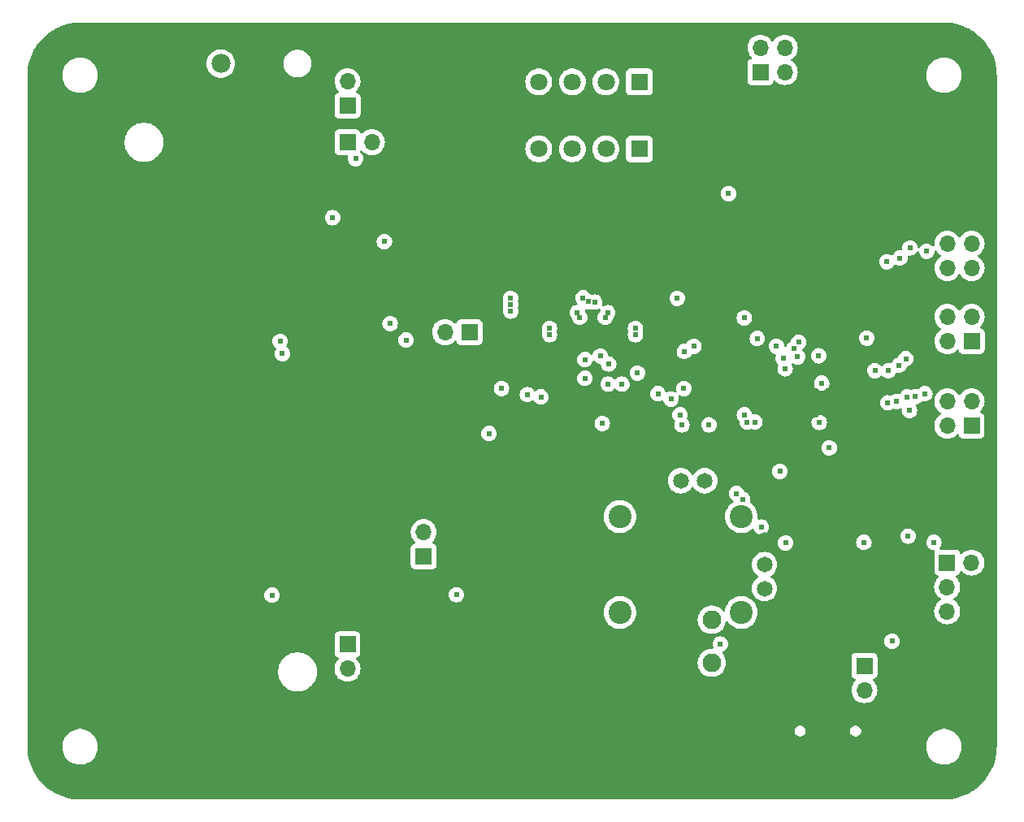
<source format=gbr>
%TF.GenerationSoftware,KiCad,Pcbnew,8.0.2*%
%TF.CreationDate,2024-05-27T22:06:41+01:00*%
%TF.ProjectId,StepUp,53746570-5570-42e6-9b69-6361645f7063,v1.0*%
%TF.SameCoordinates,Original*%
%TF.FileFunction,Copper,L2,Inr*%
%TF.FilePolarity,Positive*%
%FSLAX46Y46*%
G04 Gerber Fmt 4.6, Leading zero omitted, Abs format (unit mm)*
G04 Created by KiCad (PCBNEW 8.0.2) date 2024-05-27 22:06:41*
%MOMM*%
%LPD*%
G01*
G04 APERTURE LIST*
%TA.AperFunction,ComponentPad*%
%ADD10C,1.650000*%
%TD*%
%TA.AperFunction,ComponentPad*%
%ADD11C,1.950000*%
%TD*%
%TA.AperFunction,ComponentPad*%
%ADD12C,2.400000*%
%TD*%
%TA.AperFunction,ComponentPad*%
%ADD13C,1.980000*%
%TD*%
%TA.AperFunction,ComponentPad*%
%ADD14O,1.000000X1.800000*%
%TD*%
%TA.AperFunction,ComponentPad*%
%ADD15O,1.000000X2.100000*%
%TD*%
%TA.AperFunction,ComponentPad*%
%ADD16C,0.600000*%
%TD*%
%TA.AperFunction,HeatsinkPad*%
%ADD17C,0.600000*%
%TD*%
%TA.AperFunction,ComponentPad*%
%ADD18R,1.700000X1.700000*%
%TD*%
%TA.AperFunction,ComponentPad*%
%ADD19O,1.700000X1.700000*%
%TD*%
%TA.AperFunction,ComponentPad*%
%ADD20R,1.800000X1.800000*%
%TD*%
%TA.AperFunction,ComponentPad*%
%ADD21C,1.800000*%
%TD*%
%TA.AperFunction,ViaPad*%
%ADD22C,0.610000*%
%TD*%
G04 APERTURE END LIST*
D10*
%TO.N,+3V3*%
%TO.C,JOY1*%
X155062500Y-112275000D03*
%TO.N,/User Input/JOYSTICK_AXIS_H*%
X152562500Y-112275000D03*
%TO.N,GND*%
X150062500Y-112275000D03*
%TO.N,+3V3*%
X161292500Y-123505000D03*
%TO.N,/User Input/JOYSTICK_AXIS_V*%
X161292500Y-121005000D03*
%TO.N,GND*%
X161292500Y-118505000D03*
D11*
X149312500Y-126755000D03*
%TO.N,/User Input/JOYSTICK_BUTTON*%
X155812500Y-126755000D03*
%TO.N,GND*%
X149312500Y-131255000D03*
%TO.N,/User Input/JOYSTICK_BUTTON*%
X155812500Y-131255000D03*
D12*
%TO.N,unconnected-(JOY1-PadMH1)*%
X158887500Y-116005000D03*
%TO.N,unconnected-(JOY1-PadMH2)*%
X146237500Y-116005000D03*
%TO.N,unconnected-(JOY1-PadMH3)*%
X146237500Y-126005000D03*
%TO.N,unconnected-(JOY1-PadMH4)*%
X158887500Y-126005000D03*
%TD*%
D13*
%TO.N,GND*%
%TO.C,BT1*%
X104648000Y-141012000D03*
%TO.N,Net-(D14-K)*%
X104648000Y-68792000D03*
%TD*%
D14*
%TO.N,GND*%
%TO.C,J1*%
X172214000Y-142045000D03*
D15*
X172214000Y-137865000D03*
D14*
X163574000Y-142045000D03*
D15*
X163574000Y-137865000D03*
%TD*%
D16*
%TO.N,GND*%
%TO.C,U3*%
X169174000Y-105420000D03*
X169174000Y-104145000D03*
X169174000Y-102870000D03*
X167899000Y-105420000D03*
X167899000Y-104145000D03*
X167899000Y-102870000D03*
X166624000Y-105420000D03*
X166624000Y-104145000D03*
X166624000Y-102870000D03*
%TD*%
D17*
%TO.N,GND*%
%TO.C,U8*%
X119669000Y-90320000D03*
X120619000Y-90320000D03*
X121569000Y-90320000D03*
X119669000Y-89320000D03*
X120619000Y-89320000D03*
X121569000Y-89320000D03*
%TD*%
D18*
%TO.N,/MCU/GPIO8*%
%TO.C,J4*%
X182880000Y-97706000D03*
D19*
%TO.N,/MCU/GPIO10*%
X180340000Y-97706000D03*
%TO.N,/MCU/GPIO9*%
X182880000Y-95166000D03*
%TO.N,/MCU/GPIO11*%
X180340000Y-95166000D03*
%TO.N,GND*%
X182880000Y-92626000D03*
X180340000Y-92626000D03*
%TO.N,/MCU/GPIO14*%
X182880000Y-90086000D03*
%TO.N,/MCU/GPIO12*%
X180340000Y-90086000D03*
%TO.N,/MCU/GPIO15*%
X182880000Y-87546000D03*
%TO.N,/MCU/GPIO13*%
X180340000Y-87546000D03*
%TO.N,GND*%
X182880000Y-85006000D03*
X180340000Y-85006000D03*
%TD*%
D20*
%TO.N,OB2_OUT*%
%TO.C,J5*%
X148277400Y-77689501D03*
X148277400Y-70689501D03*
D21*
%TO.N,OB1_OUT*%
X144777400Y-77689501D03*
X144777400Y-70689501D03*
%TO.N,OA1_OUT*%
X141277400Y-77689501D03*
X141277400Y-70689501D03*
%TO.N,OA2_OUT*%
X137777400Y-77689501D03*
X137777400Y-70689501D03*
%TD*%
D18*
%TO.N,Vbat*%
%TO.C,J8*%
X117852000Y-129337000D03*
D19*
%TO.N,Net-(J8-Pin_2)*%
X117852000Y-131877000D03*
%TD*%
D18*
%TO.N,VMotor*%
%TO.C,J9*%
X130561000Y-96774000D03*
D19*
%TO.N,BOOST_VOUT*%
X128021000Y-96774000D03*
%TD*%
D18*
%TO.N,V_USB*%
%TO.C,J6*%
X125800000Y-120175000D03*
D19*
%TO.N,Net-(D11-A)*%
X125800000Y-117635000D03*
%TD*%
D18*
%TO.N,VMotor*%
%TO.C,J10*%
X160875000Y-69675000D03*
D19*
%TO.N,Vbat*%
X160875000Y-67135000D03*
%TO.N,+3V3*%
X163415000Y-69675000D03*
%TO.N,V_USB*%
X163415000Y-67135000D03*
%TO.N,GND*%
X165955000Y-69675000D03*
X165955000Y-67135000D03*
%TD*%
D18*
%TO.N,V_USB*%
%TO.C,J2*%
X171704000Y-131567000D03*
D19*
%TO.N,Net-(J2-Pin_2)*%
X171704000Y-134107000D03*
%TD*%
D18*
%TO.N,Vbat*%
%TO.C,J11*%
X117856000Y-73157000D03*
D19*
%TO.N,Net-(D14-K)*%
X117856000Y-70617000D03*
%TD*%
D18*
%TO.N,Net-(J12-Pin_1)*%
%TO.C,J12*%
X180330000Y-120800000D03*
D19*
%TO.N,+3V3*%
X182870000Y-120800000D03*
%TO.N,Net-(J12-Pin_3)*%
X180330000Y-123340000D03*
%TO.N,GND*%
X182870000Y-123340000D03*
%TO.N,Net-(J12-Pin_5)*%
X180330000Y-125880000D03*
%TO.N,GND*%
X182870000Y-125880000D03*
%TD*%
D18*
%TO.N,Vbat*%
%TO.C,J7*%
X117851000Y-76962000D03*
D19*
%TO.N,BOOST_VIN*%
X120391000Y-76962000D03*
%TD*%
D18*
%TO.N,/MCU/SWCLK*%
%TO.C,J3*%
X182875000Y-106525000D03*
D19*
%TO.N,/MCU/UART_0_TX*%
X180335000Y-106525000D03*
%TO.N,/MCU/SWD*%
X182875000Y-103985000D03*
%TO.N,/MCU/UART_0_RX*%
X180335000Y-103985000D03*
%TO.N,GND*%
X182875000Y-101445000D03*
X180335000Y-101445000D03*
%TD*%
D22*
%TO.N,GND*%
X142900000Y-97300000D03*
X143850000Y-97300000D03*
X143850000Y-96500000D03*
X142900000Y-96500000D03*
X178550000Y-100900000D03*
X161150000Y-108000000D03*
X161200000Y-107150000D03*
X159650000Y-103100000D03*
X169300000Y-112950000D03*
X168300000Y-112950000D03*
X176800000Y-75050000D03*
X175500000Y-75050000D03*
X174200000Y-75050000D03*
X167650000Y-83300000D03*
X169450000Y-81500000D03*
X167900000Y-135700000D03*
X163450000Y-120950000D03*
X152500000Y-109700000D03*
X135550000Y-108350000D03*
X134550000Y-109450000D03*
X135400000Y-100050000D03*
X135400000Y-101600000D03*
X138800000Y-105150000D03*
X146800000Y-105250000D03*
X144050000Y-104850000D03*
X143250000Y-104850000D03*
X133600000Y-96000000D03*
X133600000Y-96650000D03*
X133600000Y-97300000D03*
X153000000Y-97150000D03*
X153000000Y-96500000D03*
X153000000Y-95850000D03*
X134250000Y-89650000D03*
X133550000Y-89650000D03*
X142850000Y-90650000D03*
X143650000Y-90100000D03*
X144350000Y-90150000D03*
X153700000Y-81150000D03*
X143300000Y-81300000D03*
X143300000Y-82950000D03*
X131850000Y-82100000D03*
X123400000Y-67450000D03*
X123400000Y-66550000D03*
X127550000Y-80450000D03*
X127550000Y-79500000D03*
X127550000Y-78600000D03*
X117950000Y-84800000D03*
X117950000Y-85800000D03*
X117950000Y-86850000D03*
X127700000Y-107350000D03*
X126450000Y-107400000D03*
X116450000Y-108100000D03*
X118000000Y-106900000D03*
X119550000Y-108150000D03*
X121250000Y-115300000D03*
X123650000Y-120300000D03*
X133350000Y-121900000D03*
X178750000Y-132650000D03*
X178750000Y-131100000D03*
X170300000Y-115850000D03*
X164950000Y-112000000D03*
X164000000Y-111950000D03*
X172150000Y-108000000D03*
X175000000Y-102050000D03*
X170400000Y-95300000D03*
X170400000Y-94200000D03*
X167000000Y-91250000D03*
X165550000Y-95900000D03*
X167000000Y-96700000D03*
X166200000Y-96700000D03*
%TO.N,+3V3*%
X157550000Y-82350000D03*
%TO.N,/MCU/GPIO14*%
X178200000Y-88350000D03*
%TO.N,GND*%
X169032600Y-99637777D03*
%TO.N,+3V3*%
X155500000Y-106450000D03*
%TO.N,V_USB*%
X116300000Y-84850000D03*
%TO.N,/MCU/SWD*%
X175322144Y-100233894D03*
%TO.N,/MCU/SWCLK*%
X176017666Y-99550000D03*
%TO.N,LED_RED*%
X176450000Y-88000000D03*
X178000000Y-103200000D03*
%TO.N,LED_GREEN*%
X175400000Y-89050000D03*
X177000000Y-103500000D03*
%TO.N,LED_BLUE*%
X174050000Y-89450000D03*
X176150000Y-103550000D03*
%TO.N,~{TMC_STBDY}*%
X132600000Y-107350000D03*
X144400000Y-106300000D03*
X152500000Y-105400000D03*
X152900000Y-102650000D03*
%TO.N,TMC_EN*%
X146450000Y-102200000D03*
X145000000Y-102200000D03*
%TO.N,VBAT_MONITOR*%
X159200000Y-95300000D03*
X159200000Y-105400000D03*
%TO.N,VMOTOR_MONITOR*%
X160550000Y-97450000D03*
X159500000Y-106150000D03*
%TO.N,JOY_MCU_BTN*%
X163450000Y-100600000D03*
X162900000Y-111300000D03*
X156700000Y-129300000D03*
%TO.N,JOY_AXIS_MCU_V*%
X160300000Y-106150000D03*
%TO.N,JOY_AXIS_MCU_H*%
X152700000Y-106450000D03*
%TO.N,TMC_DIR*%
X136600000Y-103300000D03*
X150200000Y-103200000D03*
%TO.N,TMC_STEP*%
X138000000Y-103550000D03*
X151550000Y-103750000D03*
%TO.N,/MCU/~{USB_BOOT}*%
X129200000Y-124150000D03*
%TO.N,MCU_BOOST_EN*%
X133900000Y-102650000D03*
X148050000Y-101050000D03*
%TO.N,VUSB_MONITOR*%
X174600000Y-129000000D03*
X176400000Y-104950000D03*
%TO.N,/Power/BOOST_ENABLE*%
X118700000Y-78700000D03*
%TO.N,+3V3*%
X178950000Y-118700000D03*
X171650000Y-118700000D03*
X163500000Y-118750000D03*
%TO.N,+1V1*%
X167259000Y-102108000D03*
X166954000Y-99246000D03*
X168041800Y-108850000D03*
X167000000Y-106200000D03*
%TO.N,/MCU/~{USB_BOOT}*%
X160950000Y-117100000D03*
X176250000Y-118050000D03*
X110000000Y-124200000D03*
%TO.N,/MCU/SWCLK*%
X164850000Y-97850000D03*
%TO.N,/MCU/GPIO13*%
X110850000Y-97750000D03*
X171950000Y-97400000D03*
X153950000Y-98250000D03*
X162550000Y-98250000D03*
%TO.N,/MCU/RUN*%
X163250000Y-99500000D03*
X111075000Y-99025000D03*
X152950000Y-98800000D03*
X164750000Y-99350000D03*
%TO.N,/MCU/SWD*%
X164351670Y-98502684D03*
%TO.N,/MCU/GPIO10*%
X174200000Y-100800000D03*
X172800000Y-100800000D03*
%TO.N,VMotor*%
X134850000Y-94600000D03*
X142950000Y-93600000D03*
X134850000Y-93900000D03*
X142400000Y-93200000D03*
X143600000Y-93650000D03*
X152200000Y-93250000D03*
X134850000Y-93250000D03*
%TO.N,TMC_EN*%
X142600000Y-99650000D03*
X142600000Y-101600000D03*
%TO.N,TMC_UART_RX*%
X144200000Y-99262800D03*
X145066400Y-100100000D03*
%TO.N,Net-(U8-OVP)*%
X121700000Y-87350000D03*
X123952000Y-97598000D03*
%TO.N,/MCU/EEPROM_SCL*%
X175023110Y-104007200D03*
X158400000Y-113600000D03*
%TO.N,/Motor Driver/BRA*%
X142050000Y-95250000D03*
X138900000Y-97050000D03*
X141800000Y-94750000D03*
X138900000Y-96400000D03*
%TO.N,/Motor Driver/BRB*%
X147857000Y-97050000D03*
X147857000Y-96400000D03*
X144957000Y-94750000D03*
X144707000Y-95250000D03*
%TO.N,BOOST_VOUT*%
X122300000Y-95900000D03*
%TO.N,/MCU/EEPROM_SDA*%
X159000000Y-114200000D03*
X174150000Y-104150000D03*
%TD*%
%TA.AperFunction,Conductor*%
%TO.N,GND*%
G36*
X180000642Y-64500007D02*
G01*
X180235302Y-64502565D01*
X180244734Y-64503029D01*
X180712846Y-64543984D01*
X180723567Y-64545396D01*
X181185664Y-64626875D01*
X181196192Y-64629209D01*
X181649458Y-64750661D01*
X181659747Y-64753906D01*
X182100688Y-64914395D01*
X182110654Y-64918523D01*
X182535926Y-65116830D01*
X182545512Y-65121821D01*
X182951866Y-65356429D01*
X182960985Y-65362238D01*
X183345353Y-65631376D01*
X183353935Y-65637962D01*
X183713370Y-65939564D01*
X183721345Y-65946872D01*
X184053127Y-66278654D01*
X184060435Y-66286629D01*
X184362037Y-66646064D01*
X184368623Y-66654646D01*
X184637761Y-67039014D01*
X184643573Y-67048138D01*
X184878176Y-67454483D01*
X184883171Y-67464078D01*
X185081470Y-67889331D01*
X185085610Y-67899326D01*
X185246089Y-68340239D01*
X185249342Y-68350555D01*
X185362967Y-68774611D01*
X185370786Y-68803790D01*
X185373127Y-68814352D01*
X185454603Y-69276432D01*
X185456015Y-69287156D01*
X185496969Y-69755252D01*
X185497434Y-69764708D01*
X185499993Y-69999357D01*
X185500000Y-70000709D01*
X185500000Y-139999290D01*
X185499993Y-140000642D01*
X185497434Y-140235291D01*
X185496969Y-140244747D01*
X185456015Y-140712843D01*
X185454603Y-140723567D01*
X185373127Y-141185647D01*
X185370786Y-141196209D01*
X185249342Y-141649444D01*
X185246089Y-141659760D01*
X185085610Y-142100673D01*
X185081470Y-142110668D01*
X184883171Y-142535921D01*
X184878176Y-142545516D01*
X184643573Y-142951861D01*
X184637761Y-142960985D01*
X184368623Y-143345353D01*
X184362037Y-143353935D01*
X184060435Y-143713370D01*
X184053127Y-143721345D01*
X183721345Y-144053127D01*
X183713370Y-144060435D01*
X183353935Y-144362037D01*
X183345353Y-144368623D01*
X182960985Y-144637761D01*
X182951861Y-144643573D01*
X182545516Y-144878176D01*
X182535921Y-144883171D01*
X182110668Y-145081470D01*
X182100673Y-145085610D01*
X181659760Y-145246089D01*
X181649444Y-145249342D01*
X181196209Y-145370786D01*
X181185647Y-145373127D01*
X180723567Y-145454603D01*
X180712843Y-145456015D01*
X180244747Y-145496969D01*
X180235291Y-145497434D01*
X180000642Y-145499993D01*
X179999290Y-145500000D01*
X90000710Y-145500000D01*
X89999358Y-145499993D01*
X89764708Y-145497434D01*
X89755252Y-145496969D01*
X89287156Y-145456015D01*
X89276432Y-145454603D01*
X88814352Y-145373127D01*
X88803790Y-145370786D01*
X88350555Y-145249342D01*
X88340239Y-145246089D01*
X87899326Y-145085610D01*
X87889331Y-145081470D01*
X87464078Y-144883171D01*
X87454483Y-144878176D01*
X87048138Y-144643573D01*
X87039014Y-144637761D01*
X86654646Y-144368623D01*
X86646064Y-144362037D01*
X86286629Y-144060435D01*
X86278654Y-144053127D01*
X85946872Y-143721345D01*
X85939564Y-143713370D01*
X85637962Y-143353935D01*
X85631376Y-143345353D01*
X85362238Y-142960985D01*
X85356426Y-142951861D01*
X85121823Y-142545516D01*
X85116828Y-142535921D01*
X84918523Y-142110654D01*
X84914395Y-142100688D01*
X84753906Y-141659747D01*
X84750661Y-141649458D01*
X84629209Y-141196192D01*
X84626875Y-141185664D01*
X84545396Y-140723567D01*
X84543984Y-140712843D01*
X84533883Y-140597386D01*
X84503029Y-140244734D01*
X84502565Y-140235291D01*
X84500007Y-140000642D01*
X84500000Y-139999290D01*
X84500000Y-139878456D01*
X88145500Y-139878456D01*
X88145500Y-140121543D01*
X88145501Y-140121559D01*
X88177230Y-140362569D01*
X88240149Y-140597386D01*
X88333175Y-140821972D01*
X88333182Y-140821987D01*
X88454730Y-141032516D01*
X88602722Y-141225380D01*
X88602730Y-141225389D01*
X88774611Y-141397270D01*
X88774619Y-141397277D01*
X88967483Y-141545269D01*
X89178012Y-141666817D01*
X89178027Y-141666824D01*
X89294171Y-141714932D01*
X89402612Y-141759850D01*
X89637429Y-141822769D01*
X89878450Y-141854500D01*
X89878457Y-141854500D01*
X90121543Y-141854500D01*
X90121550Y-141854500D01*
X90362571Y-141822769D01*
X90597388Y-141759850D01*
X90821984Y-141666819D01*
X91032516Y-141545269D01*
X91225380Y-141397278D01*
X91225384Y-141397273D01*
X91225389Y-141397270D01*
X91397270Y-141225389D01*
X91397273Y-141225384D01*
X91397278Y-141225380D01*
X91545269Y-141032516D01*
X91666819Y-140821984D01*
X91759850Y-140597388D01*
X91822769Y-140362571D01*
X91854500Y-140121550D01*
X91854500Y-139878456D01*
X178145500Y-139878456D01*
X178145500Y-140121543D01*
X178145501Y-140121559D01*
X178177230Y-140362569D01*
X178240149Y-140597386D01*
X178333175Y-140821972D01*
X178333182Y-140821987D01*
X178454730Y-141032516D01*
X178602722Y-141225380D01*
X178602730Y-141225389D01*
X178774611Y-141397270D01*
X178774619Y-141397277D01*
X178967483Y-141545269D01*
X179178012Y-141666817D01*
X179178027Y-141666824D01*
X179294171Y-141714932D01*
X179402612Y-141759850D01*
X179637429Y-141822769D01*
X179878450Y-141854500D01*
X179878457Y-141854500D01*
X180121543Y-141854500D01*
X180121550Y-141854500D01*
X180362571Y-141822769D01*
X180597388Y-141759850D01*
X180821984Y-141666819D01*
X181032516Y-141545269D01*
X181225380Y-141397278D01*
X181225384Y-141397273D01*
X181225389Y-141397270D01*
X181397270Y-141225389D01*
X181397273Y-141225384D01*
X181397278Y-141225380D01*
X181545269Y-141032516D01*
X181666819Y-140821984D01*
X181759850Y-140597388D01*
X181822769Y-140362571D01*
X181854500Y-140121550D01*
X181854500Y-139878450D01*
X181822769Y-139637429D01*
X181759850Y-139402612D01*
X181666819Y-139178016D01*
X181666817Y-139178012D01*
X181545269Y-138967483D01*
X181397277Y-138774619D01*
X181397270Y-138774611D01*
X181225389Y-138602730D01*
X181225380Y-138602722D01*
X181032516Y-138454730D01*
X180821987Y-138333182D01*
X180821972Y-138333175D01*
X180597386Y-138240149D01*
X180362569Y-138177230D01*
X180121559Y-138145501D01*
X180121556Y-138145500D01*
X180121550Y-138145500D01*
X179878450Y-138145500D01*
X179878444Y-138145500D01*
X179878440Y-138145501D01*
X179637430Y-138177230D01*
X179402613Y-138240149D01*
X179178027Y-138333175D01*
X179178012Y-138333182D01*
X178967483Y-138454730D01*
X178774619Y-138602722D01*
X178602722Y-138774619D01*
X178454730Y-138967483D01*
X178333182Y-139178012D01*
X178333175Y-139178027D01*
X178240149Y-139402613D01*
X178177230Y-139637430D01*
X178145501Y-139878440D01*
X178145500Y-139878456D01*
X91854500Y-139878456D01*
X91854500Y-139878450D01*
X91822769Y-139637429D01*
X91759850Y-139402612D01*
X91666819Y-139178016D01*
X91666817Y-139178012D01*
X91545269Y-138967483D01*
X91397277Y-138774619D01*
X91397270Y-138774611D01*
X91225389Y-138602730D01*
X91225380Y-138602722D01*
X91032516Y-138454730D01*
X90821987Y-138333182D01*
X90821972Y-138333175D01*
X90714616Y-138288707D01*
X164424500Y-138288707D01*
X164424500Y-138441293D01*
X164428101Y-138454731D01*
X164463993Y-138588681D01*
X164540282Y-138720817D01*
X164540284Y-138720819D01*
X164540285Y-138720821D01*
X164648179Y-138828715D01*
X164648180Y-138828716D01*
X164648182Y-138828717D01*
X164780318Y-138905006D01*
X164780319Y-138905006D01*
X164780322Y-138905008D01*
X164927707Y-138944500D01*
X164927710Y-138944500D01*
X165080290Y-138944500D01*
X165080293Y-138944500D01*
X165227678Y-138905008D01*
X165359821Y-138828715D01*
X165467715Y-138720821D01*
X165544008Y-138588678D01*
X165583500Y-138441293D01*
X165583500Y-138288707D01*
X170204500Y-138288707D01*
X170204500Y-138441293D01*
X170208101Y-138454731D01*
X170243993Y-138588681D01*
X170320282Y-138720817D01*
X170320284Y-138720819D01*
X170320285Y-138720821D01*
X170428179Y-138828715D01*
X170428180Y-138828716D01*
X170428182Y-138828717D01*
X170560318Y-138905006D01*
X170560319Y-138905006D01*
X170560322Y-138905008D01*
X170707707Y-138944500D01*
X170707710Y-138944500D01*
X170860290Y-138944500D01*
X170860293Y-138944500D01*
X171007678Y-138905008D01*
X171139821Y-138828715D01*
X171247715Y-138720821D01*
X171324008Y-138588678D01*
X171363500Y-138441293D01*
X171363500Y-138288707D01*
X171324008Y-138141322D01*
X171247715Y-138009179D01*
X171139821Y-137901285D01*
X171139819Y-137901284D01*
X171139817Y-137901282D01*
X171007681Y-137824993D01*
X171007682Y-137824993D01*
X170995595Y-137821754D01*
X170860293Y-137785500D01*
X170707707Y-137785500D01*
X170572404Y-137821754D01*
X170560318Y-137824993D01*
X170428182Y-137901282D01*
X170428176Y-137901287D01*
X170320287Y-138009176D01*
X170320282Y-138009182D01*
X170243993Y-138141318D01*
X170243992Y-138141322D01*
X170204500Y-138288707D01*
X165583500Y-138288707D01*
X165544008Y-138141322D01*
X165467715Y-138009179D01*
X165359821Y-137901285D01*
X165359819Y-137901284D01*
X165359817Y-137901282D01*
X165227681Y-137824993D01*
X165227682Y-137824993D01*
X165215595Y-137821754D01*
X165080293Y-137785500D01*
X164927707Y-137785500D01*
X164792404Y-137821754D01*
X164780318Y-137824993D01*
X164648182Y-137901282D01*
X164648176Y-137901287D01*
X164540287Y-138009176D01*
X164540282Y-138009182D01*
X164463993Y-138141318D01*
X164463992Y-138141322D01*
X164424500Y-138288707D01*
X90714616Y-138288707D01*
X90597386Y-138240149D01*
X90362569Y-138177230D01*
X90121559Y-138145501D01*
X90121556Y-138145500D01*
X90121550Y-138145500D01*
X89878450Y-138145500D01*
X89878444Y-138145500D01*
X89878440Y-138145501D01*
X89637430Y-138177230D01*
X89402613Y-138240149D01*
X89178027Y-138333175D01*
X89178012Y-138333182D01*
X88967483Y-138454730D01*
X88774619Y-138602722D01*
X88602722Y-138774619D01*
X88454730Y-138967483D01*
X88333182Y-139178012D01*
X88333175Y-139178027D01*
X88240149Y-139402613D01*
X88177230Y-139637430D01*
X88145501Y-139878440D01*
X88145500Y-139878456D01*
X84500000Y-139878456D01*
X84500000Y-132058986D01*
X110618500Y-132058986D01*
X110618500Y-132325013D01*
X110618501Y-132325030D01*
X110653223Y-132588774D01*
X110653224Y-132588779D01*
X110653225Y-132588785D01*
X110722081Y-132845761D01*
X110755618Y-132926725D01*
X110823888Y-133091544D01*
X110823892Y-133091554D01*
X110956910Y-133321948D01*
X111118865Y-133533012D01*
X111118871Y-133533019D01*
X111306980Y-133721128D01*
X111306987Y-133721134D01*
X111518051Y-133883089D01*
X111748445Y-134016107D01*
X111748446Y-134016107D01*
X111748449Y-134016109D01*
X111994239Y-134117919D01*
X112251215Y-134186775D01*
X112514980Y-134221500D01*
X112514987Y-134221500D01*
X112781013Y-134221500D01*
X112781020Y-134221500D01*
X113044785Y-134186775D01*
X113301761Y-134117919D01*
X113328124Y-134106999D01*
X170348341Y-134106999D01*
X170348341Y-134107000D01*
X170368936Y-134342403D01*
X170368938Y-134342413D01*
X170430094Y-134570655D01*
X170430096Y-134570659D01*
X170430097Y-134570663D01*
X170529965Y-134784830D01*
X170529967Y-134784834D01*
X170638281Y-134939521D01*
X170665505Y-134978401D01*
X170832599Y-135145495D01*
X170929384Y-135213265D01*
X171026165Y-135281032D01*
X171026167Y-135281033D01*
X171026170Y-135281035D01*
X171240337Y-135380903D01*
X171468592Y-135442063D01*
X171656918Y-135458539D01*
X171703999Y-135462659D01*
X171704000Y-135462659D01*
X171704001Y-135462659D01*
X171743234Y-135459226D01*
X171939408Y-135442063D01*
X172167663Y-135380903D01*
X172381830Y-135281035D01*
X172575401Y-135145495D01*
X172742495Y-134978401D01*
X172878035Y-134784830D01*
X172977903Y-134570663D01*
X173039063Y-134342408D01*
X173059659Y-134107000D01*
X173039063Y-133871592D01*
X172977903Y-133643337D01*
X172878035Y-133429171D01*
X172742495Y-133235599D01*
X172620567Y-133113671D01*
X172587084Y-133052351D01*
X172592068Y-132982659D01*
X172633939Y-132926725D01*
X172664915Y-132909810D01*
X172796331Y-132860796D01*
X172911546Y-132774546D01*
X172997796Y-132659331D01*
X173048091Y-132524483D01*
X173054500Y-132464873D01*
X173054499Y-130669128D01*
X173048091Y-130609517D01*
X173023858Y-130544546D01*
X172997797Y-130474671D01*
X172997793Y-130474664D01*
X172911547Y-130359455D01*
X172911544Y-130359452D01*
X172796335Y-130273206D01*
X172796328Y-130273202D01*
X172661482Y-130222908D01*
X172661483Y-130222908D01*
X172601883Y-130216501D01*
X172601881Y-130216500D01*
X172601873Y-130216500D01*
X172601864Y-130216500D01*
X170806129Y-130216500D01*
X170806123Y-130216501D01*
X170746516Y-130222908D01*
X170611671Y-130273202D01*
X170611664Y-130273206D01*
X170496455Y-130359452D01*
X170496452Y-130359455D01*
X170410206Y-130474664D01*
X170410202Y-130474671D01*
X170359908Y-130609517D01*
X170353501Y-130669116D01*
X170353501Y-130669123D01*
X170353500Y-130669135D01*
X170353500Y-132464870D01*
X170353501Y-132464876D01*
X170359908Y-132524483D01*
X170410202Y-132659328D01*
X170410206Y-132659335D01*
X170496452Y-132774544D01*
X170496455Y-132774547D01*
X170611664Y-132860793D01*
X170611671Y-132860797D01*
X170743081Y-132909810D01*
X170799015Y-132951681D01*
X170823432Y-133017145D01*
X170808580Y-133085418D01*
X170787430Y-133113673D01*
X170665503Y-133235600D01*
X170529965Y-133429169D01*
X170529964Y-133429171D01*
X170430098Y-133643335D01*
X170430094Y-133643344D01*
X170368938Y-133871586D01*
X170368936Y-133871596D01*
X170348341Y-134106999D01*
X113328124Y-134106999D01*
X113547551Y-134016109D01*
X113777949Y-133883089D01*
X113989014Y-133721133D01*
X114177133Y-133533014D01*
X114339089Y-133321949D01*
X114472109Y-133091551D01*
X114573919Y-132845761D01*
X114642775Y-132588785D01*
X114677500Y-132325020D01*
X114677500Y-132058980D01*
X114653542Y-131876999D01*
X116496341Y-131876999D01*
X116496341Y-131877000D01*
X116516936Y-132112403D01*
X116516938Y-132112413D01*
X116578094Y-132340655D01*
X116578096Y-132340659D01*
X116578097Y-132340663D01*
X116663814Y-132524483D01*
X116677965Y-132554830D01*
X116677967Y-132554834D01*
X116786281Y-132709521D01*
X116813505Y-132748401D01*
X116980599Y-132915495D01*
X117005549Y-132932965D01*
X117174165Y-133051032D01*
X117174167Y-133051033D01*
X117174170Y-133051035D01*
X117388337Y-133150903D01*
X117616592Y-133212063D01*
X117804918Y-133228539D01*
X117851999Y-133232659D01*
X117852000Y-133232659D01*
X117852001Y-133232659D01*
X117891234Y-133229226D01*
X118087408Y-133212063D01*
X118315663Y-133150903D01*
X118529830Y-133051035D01*
X118723401Y-132915495D01*
X118890495Y-132748401D01*
X119026035Y-132554830D01*
X119125903Y-132340663D01*
X119187063Y-132112408D01*
X119207659Y-131877000D01*
X119187063Y-131641592D01*
X119125903Y-131413337D01*
X119052066Y-131254994D01*
X154331943Y-131254994D01*
X154331943Y-131255005D01*
X154352134Y-131498683D01*
X154352136Y-131498695D01*
X154412163Y-131735734D01*
X154510388Y-131959666D01*
X154644132Y-132164378D01*
X154792008Y-132325013D01*
X154809746Y-132344281D01*
X155002712Y-132494473D01*
X155217767Y-132610855D01*
X155217770Y-132610856D01*
X155449041Y-132690251D01*
X155449043Y-132690251D01*
X155449045Y-132690252D01*
X155690237Y-132730500D01*
X155690238Y-132730500D01*
X155934762Y-132730500D01*
X155934763Y-132730500D01*
X156175955Y-132690252D01*
X156407233Y-132610855D01*
X156622288Y-132494473D01*
X156815254Y-132344281D01*
X156980868Y-132164377D01*
X157114611Y-131959667D01*
X157212836Y-131735736D01*
X157272864Y-131498692D01*
X157279937Y-131413335D01*
X157293057Y-131255005D01*
X157293057Y-131254994D01*
X157272865Y-131011316D01*
X157272863Y-131011304D01*
X157269944Y-130999778D01*
X157212836Y-130774264D01*
X157114611Y-130550333D01*
X157065174Y-130474664D01*
X156980870Y-130345625D01*
X156906309Y-130264631D01*
X156875387Y-130201977D01*
X156883247Y-130132550D01*
X156927394Y-130078395D01*
X156956582Y-130063607D01*
X157019981Y-130041423D01*
X157051703Y-130030324D01*
X157075249Y-130015529D01*
X157205399Y-129933750D01*
X157333750Y-129805399D01*
X157430323Y-129651705D01*
X157490274Y-129480375D01*
X157490275Y-129480369D01*
X157510597Y-129300003D01*
X157510597Y-129299996D01*
X157490275Y-129119630D01*
X157490274Y-129119625D01*
X157448414Y-128999996D01*
X173789403Y-128999996D01*
X173789403Y-129000003D01*
X173809724Y-129180369D01*
X173809725Y-129180374D01*
X173869677Y-129351706D01*
X173966249Y-129505398D01*
X174094601Y-129633750D01*
X174175088Y-129684324D01*
X174248295Y-129730323D01*
X174382202Y-129777179D01*
X174419625Y-129790274D01*
X174419630Y-129790275D01*
X174599996Y-129810597D01*
X174600000Y-129810597D01*
X174600004Y-129810597D01*
X174780369Y-129790275D01*
X174780372Y-129790274D01*
X174780375Y-129790274D01*
X174951705Y-129730323D01*
X175105399Y-129633750D01*
X175233750Y-129505399D01*
X175330323Y-129351705D01*
X175390274Y-129180375D01*
X175390275Y-129180369D01*
X175410597Y-129000003D01*
X175410597Y-128999996D01*
X175390275Y-128819630D01*
X175390274Y-128819625D01*
X175381518Y-128794601D01*
X175330323Y-128648295D01*
X175243252Y-128509724D01*
X175233750Y-128494601D01*
X175105398Y-128366249D01*
X174951706Y-128269677D01*
X174780374Y-128209725D01*
X174780369Y-128209724D01*
X174600004Y-128189403D01*
X174599996Y-128189403D01*
X174419630Y-128209724D01*
X174419625Y-128209725D01*
X174248293Y-128269677D01*
X174094601Y-128366249D01*
X173966249Y-128494601D01*
X173869677Y-128648293D01*
X173809725Y-128819625D01*
X173809724Y-128819630D01*
X173789403Y-128999996D01*
X157448414Y-128999996D01*
X157430322Y-128948293D01*
X157333750Y-128794601D01*
X157205398Y-128666249D01*
X157051706Y-128569677D01*
X156880374Y-128509725D01*
X156880369Y-128509724D01*
X156700004Y-128489403D01*
X156699996Y-128489403D01*
X156519630Y-128509724D01*
X156519625Y-128509725D01*
X156348293Y-128569677D01*
X156194601Y-128666249D01*
X156066249Y-128794601D01*
X155969677Y-128948293D01*
X155909725Y-129119625D01*
X155909724Y-129119630D01*
X155889403Y-129299996D01*
X155889403Y-129300003D01*
X155909724Y-129480369D01*
X155909725Y-129480374D01*
X155956674Y-129614545D01*
X155960235Y-129684324D01*
X155925506Y-129744952D01*
X155863513Y-129777179D01*
X155839632Y-129779500D01*
X155690237Y-129779500D01*
X155641998Y-129787549D01*
X155449041Y-129819748D01*
X155217770Y-129899143D01*
X155217765Y-129899145D01*
X155002712Y-130015526D01*
X155002708Y-130015529D01*
X154809752Y-130165713D01*
X154809742Y-130165722D01*
X154644132Y-130345621D01*
X154510388Y-130550333D01*
X154412163Y-130774265D01*
X154352136Y-131011304D01*
X154352134Y-131011316D01*
X154331943Y-131254994D01*
X119052066Y-131254994D01*
X119026035Y-131199171D01*
X118894492Y-131011308D01*
X118890496Y-131005600D01*
X118890495Y-131005599D01*
X118768567Y-130883671D01*
X118735084Y-130822351D01*
X118740068Y-130752659D01*
X118781939Y-130696725D01*
X118812915Y-130679810D01*
X118944331Y-130630796D01*
X119059546Y-130544546D01*
X119145796Y-130429331D01*
X119196091Y-130294483D01*
X119202500Y-130234873D01*
X119202499Y-128439128D01*
X119196091Y-128379517D01*
X119191142Y-128366249D01*
X119145797Y-128244671D01*
X119145793Y-128244664D01*
X119059547Y-128129455D01*
X119059544Y-128129452D01*
X118944335Y-128043206D01*
X118944328Y-128043202D01*
X118809482Y-127992908D01*
X118809483Y-127992908D01*
X118749883Y-127986501D01*
X118749881Y-127986500D01*
X118749873Y-127986500D01*
X118749864Y-127986500D01*
X116954129Y-127986500D01*
X116954123Y-127986501D01*
X116894516Y-127992908D01*
X116759671Y-128043202D01*
X116759664Y-128043206D01*
X116644455Y-128129452D01*
X116644452Y-128129455D01*
X116558206Y-128244664D01*
X116558202Y-128244671D01*
X116507908Y-128379517D01*
X116501501Y-128439116D01*
X116501501Y-128439123D01*
X116501500Y-128439135D01*
X116501500Y-130234870D01*
X116501501Y-130234876D01*
X116507908Y-130294483D01*
X116558202Y-130429328D01*
X116558206Y-130429335D01*
X116644452Y-130544544D01*
X116644455Y-130544547D01*
X116759664Y-130630793D01*
X116759671Y-130630797D01*
X116891081Y-130679810D01*
X116947015Y-130721681D01*
X116971432Y-130787145D01*
X116956580Y-130855418D01*
X116935430Y-130883673D01*
X116813503Y-131005600D01*
X116677965Y-131199169D01*
X116677964Y-131199171D01*
X116578098Y-131413335D01*
X116578094Y-131413344D01*
X116516938Y-131641586D01*
X116516936Y-131641596D01*
X116496341Y-131876999D01*
X114653542Y-131876999D01*
X114642775Y-131795215D01*
X114573919Y-131538239D01*
X114472109Y-131292449D01*
X114450484Y-131254994D01*
X114339089Y-131062051D01*
X114177134Y-130850987D01*
X114177128Y-130850980D01*
X113989019Y-130662871D01*
X113989012Y-130662865D01*
X113777948Y-130500910D01*
X113547554Y-130367892D01*
X113547544Y-130367888D01*
X113370329Y-130294483D01*
X113301761Y-130266081D01*
X113301759Y-130266080D01*
X113301758Y-130266080D01*
X113225414Y-130245624D01*
X113044785Y-130197225D01*
X113044779Y-130197224D01*
X113044774Y-130197223D01*
X112781030Y-130162501D01*
X112781025Y-130162500D01*
X112781020Y-130162500D01*
X112514980Y-130162500D01*
X112514974Y-130162500D01*
X112514969Y-130162501D01*
X112251225Y-130197223D01*
X112251218Y-130197224D01*
X112251215Y-130197225D01*
X112179279Y-130216500D01*
X111994241Y-130266080D01*
X111748455Y-130367888D01*
X111748445Y-130367892D01*
X111518051Y-130500910D01*
X111306987Y-130662865D01*
X111306980Y-130662871D01*
X111118871Y-130850980D01*
X111118865Y-130850987D01*
X110956910Y-131062051D01*
X110823892Y-131292445D01*
X110823888Y-131292455D01*
X110722080Y-131538241D01*
X110653226Y-131795212D01*
X110653223Y-131795225D01*
X110618501Y-132058969D01*
X110618500Y-132058986D01*
X84500000Y-132058986D01*
X84500000Y-126004995D01*
X144532232Y-126004995D01*
X144532232Y-126005004D01*
X144551277Y-126259154D01*
X144551278Y-126259157D01*
X144607992Y-126507637D01*
X144701107Y-126744888D01*
X144828541Y-126965612D01*
X144987450Y-127164877D01*
X145174283Y-127338232D01*
X145384866Y-127481805D01*
X145384871Y-127481807D01*
X145384872Y-127481808D01*
X145384873Y-127481809D01*
X145506828Y-127540538D01*
X145614492Y-127592387D01*
X145614493Y-127592387D01*
X145614496Y-127592389D01*
X145858042Y-127667513D01*
X146110065Y-127705500D01*
X146364935Y-127705500D01*
X146616958Y-127667513D01*
X146860504Y-127592389D01*
X147090134Y-127481805D01*
X147300717Y-127338232D01*
X147487550Y-127164877D01*
X147646459Y-126965612D01*
X147768058Y-126754994D01*
X154331943Y-126754994D01*
X154331943Y-126755005D01*
X154352134Y-126998683D01*
X154352136Y-126998695D01*
X154412163Y-127235734D01*
X154510388Y-127459666D01*
X154644132Y-127664378D01*
X154809742Y-127844277D01*
X154809752Y-127844286D01*
X155002708Y-127994470D01*
X155002712Y-127994473D01*
X155217767Y-128110855D01*
X155217770Y-128110856D01*
X155449041Y-128190251D01*
X155449043Y-128190251D01*
X155449045Y-128190252D01*
X155690237Y-128230500D01*
X155690238Y-128230500D01*
X155934762Y-128230500D01*
X155934763Y-128230500D01*
X156175955Y-128190252D01*
X156407233Y-128110855D01*
X156622288Y-127994473D01*
X156815254Y-127844281D01*
X156980868Y-127664377D01*
X157114611Y-127459667D01*
X157212836Y-127235736D01*
X157267447Y-127020081D01*
X157302987Y-126959926D01*
X157365407Y-126928534D01*
X157434890Y-126935872D01*
X157484598Y-126973207D01*
X157637450Y-127164877D01*
X157824283Y-127338232D01*
X158034866Y-127481805D01*
X158034871Y-127481807D01*
X158034872Y-127481808D01*
X158034873Y-127481809D01*
X158156828Y-127540538D01*
X158264492Y-127592387D01*
X158264493Y-127592387D01*
X158264496Y-127592389D01*
X158508042Y-127667513D01*
X158760065Y-127705500D01*
X159014935Y-127705500D01*
X159266958Y-127667513D01*
X159510504Y-127592389D01*
X159740134Y-127481805D01*
X159950717Y-127338232D01*
X160137550Y-127164877D01*
X160296459Y-126965612D01*
X160423893Y-126744888D01*
X160517008Y-126507637D01*
X160573722Y-126259157D01*
X160592768Y-126005000D01*
X160580824Y-125845621D01*
X160573722Y-125750845D01*
X160554293Y-125665722D01*
X160517008Y-125502363D01*
X160423893Y-125265112D01*
X160296459Y-125044388D01*
X160137550Y-124845123D01*
X159950717Y-124671768D01*
X159740134Y-124528195D01*
X159740130Y-124528193D01*
X159740127Y-124528191D01*
X159740126Y-124528190D01*
X159510506Y-124417612D01*
X159510508Y-124417612D01*
X159266966Y-124342489D01*
X159266962Y-124342488D01*
X159266958Y-124342487D01*
X159145731Y-124324214D01*
X159014940Y-124304500D01*
X159014935Y-124304500D01*
X158760065Y-124304500D01*
X158760059Y-124304500D01*
X158603109Y-124328157D01*
X158508042Y-124342487D01*
X158508039Y-124342488D01*
X158508033Y-124342489D01*
X158264492Y-124417612D01*
X158034873Y-124528190D01*
X158034872Y-124528191D01*
X157824282Y-124671768D01*
X157637452Y-124845121D01*
X157637450Y-124845123D01*
X157478541Y-125044388D01*
X157351108Y-125265109D01*
X157257992Y-125502362D01*
X157257990Y-125502369D01*
X157201277Y-125750844D01*
X157199467Y-125774994D01*
X157174826Y-125840375D01*
X157118750Y-125882054D01*
X157049042Y-125886800D01*
X156987833Y-125853106D01*
X156984466Y-125849281D01*
X156984342Y-125849396D01*
X156815257Y-125665722D01*
X156815247Y-125665713D01*
X156622291Y-125515529D01*
X156622287Y-125515526D01*
X156407234Y-125399145D01*
X156407229Y-125399143D01*
X156175958Y-125319748D01*
X155995061Y-125289562D01*
X155934763Y-125279500D01*
X155690237Y-125279500D01*
X155641998Y-125287549D01*
X155449041Y-125319748D01*
X155217770Y-125399143D01*
X155217765Y-125399145D01*
X155002712Y-125515526D01*
X155002708Y-125515529D01*
X154809752Y-125665713D01*
X154809742Y-125665722D01*
X154644132Y-125845621D01*
X154510388Y-126050333D01*
X154412163Y-126274265D01*
X154352136Y-126511304D01*
X154352134Y-126511316D01*
X154331943Y-126754994D01*
X147768058Y-126754994D01*
X147773893Y-126744888D01*
X147867008Y-126507637D01*
X147923722Y-126259157D01*
X147942768Y-126005000D01*
X147930824Y-125845621D01*
X147923722Y-125750845D01*
X147904293Y-125665722D01*
X147867008Y-125502363D01*
X147773893Y-125265112D01*
X147646459Y-125044388D01*
X147487550Y-124845123D01*
X147300717Y-124671768D01*
X147090134Y-124528195D01*
X147090130Y-124528193D01*
X147090127Y-124528191D01*
X147090126Y-124528190D01*
X146860506Y-124417612D01*
X146860508Y-124417612D01*
X146616966Y-124342489D01*
X146616962Y-124342488D01*
X146616958Y-124342487D01*
X146495731Y-124324214D01*
X146364940Y-124304500D01*
X146364935Y-124304500D01*
X146110065Y-124304500D01*
X146110059Y-124304500D01*
X145953109Y-124328157D01*
X145858042Y-124342487D01*
X145858039Y-124342488D01*
X145858033Y-124342489D01*
X145614492Y-124417612D01*
X145384873Y-124528190D01*
X145384872Y-124528191D01*
X145174282Y-124671768D01*
X144987452Y-124845121D01*
X144987450Y-124845123D01*
X144828541Y-125044388D01*
X144701108Y-125265109D01*
X144607992Y-125502362D01*
X144607990Y-125502369D01*
X144551277Y-125750845D01*
X144532232Y-126004995D01*
X84500000Y-126004995D01*
X84500000Y-124199996D01*
X109189403Y-124199996D01*
X109189403Y-124200003D01*
X109209724Y-124380369D01*
X109209725Y-124380374D01*
X109269677Y-124551706D01*
X109366249Y-124705398D01*
X109494601Y-124833750D01*
X109506944Y-124841506D01*
X109648295Y-124930323D01*
X109734813Y-124960597D01*
X109819625Y-124990274D01*
X109819630Y-124990275D01*
X109999996Y-125010597D01*
X110000000Y-125010597D01*
X110000004Y-125010597D01*
X110180369Y-124990275D01*
X110180372Y-124990274D01*
X110180375Y-124990274D01*
X110351705Y-124930323D01*
X110505399Y-124833750D01*
X110633750Y-124705399D01*
X110730323Y-124551705D01*
X110790274Y-124380375D01*
X110790275Y-124380369D01*
X110810597Y-124200003D01*
X110810597Y-124199996D01*
X110804963Y-124149996D01*
X128389403Y-124149996D01*
X128389403Y-124150003D01*
X128409724Y-124330369D01*
X128409725Y-124330374D01*
X128469677Y-124501706D01*
X128566249Y-124655398D01*
X128694601Y-124783750D01*
X128792271Y-124845121D01*
X128848295Y-124880323D01*
X128991184Y-124930322D01*
X129019625Y-124940274D01*
X129019630Y-124940275D01*
X129199996Y-124960597D01*
X129200000Y-124960597D01*
X129200004Y-124960597D01*
X129380369Y-124940275D01*
X129380372Y-124940274D01*
X129380375Y-124940274D01*
X129551705Y-124880323D01*
X129705399Y-124783750D01*
X129833750Y-124655399D01*
X129930323Y-124501705D01*
X129990274Y-124330375D01*
X129990275Y-124330369D01*
X130010597Y-124150003D01*
X130010597Y-124149996D01*
X129990275Y-123969630D01*
X129990274Y-123969625D01*
X129947818Y-123848293D01*
X129930323Y-123798295D01*
X129833750Y-123644601D01*
X129705399Y-123516250D01*
X129705398Y-123516249D01*
X129551706Y-123419677D01*
X129380374Y-123359725D01*
X129380369Y-123359724D01*
X129200004Y-123339403D01*
X129199996Y-123339403D01*
X129019630Y-123359724D01*
X129019625Y-123359725D01*
X128848293Y-123419677D01*
X128694601Y-123516249D01*
X128566249Y-123644601D01*
X128469677Y-123798293D01*
X128409725Y-123969625D01*
X128409724Y-123969630D01*
X128389403Y-124149996D01*
X110804963Y-124149996D01*
X110790275Y-124019630D01*
X110790274Y-124019625D01*
X110730322Y-123848293D01*
X110633750Y-123694601D01*
X110505398Y-123566249D01*
X110351706Y-123469677D01*
X110180374Y-123409725D01*
X110180369Y-123409724D01*
X110000004Y-123389403D01*
X109999996Y-123389403D01*
X109819630Y-123409724D01*
X109819625Y-123409725D01*
X109648293Y-123469677D01*
X109494601Y-123566249D01*
X109366249Y-123694601D01*
X109269677Y-123848293D01*
X109209725Y-124019625D01*
X109209724Y-124019630D01*
X109189403Y-124199996D01*
X84500000Y-124199996D01*
X84500000Y-117634999D01*
X124444341Y-117634999D01*
X124444341Y-117635000D01*
X124464936Y-117870403D01*
X124464938Y-117870413D01*
X124526094Y-118098655D01*
X124526096Y-118098659D01*
X124526097Y-118098663D01*
X124594149Y-118244601D01*
X124625965Y-118312830D01*
X124625967Y-118312834D01*
X124734281Y-118467521D01*
X124761501Y-118506396D01*
X124761506Y-118506402D01*
X124883430Y-118628326D01*
X124916915Y-118689649D01*
X124911931Y-118759341D01*
X124870059Y-118815274D01*
X124839083Y-118832189D01*
X124707669Y-118881203D01*
X124707664Y-118881206D01*
X124592455Y-118967452D01*
X124592452Y-118967455D01*
X124506206Y-119082664D01*
X124506202Y-119082671D01*
X124455908Y-119217517D01*
X124451836Y-119255398D01*
X124449501Y-119277123D01*
X124449500Y-119277135D01*
X124449500Y-121072870D01*
X124449501Y-121072876D01*
X124455908Y-121132483D01*
X124506202Y-121267328D01*
X124506206Y-121267335D01*
X124592452Y-121382544D01*
X124592455Y-121382547D01*
X124707664Y-121468793D01*
X124707671Y-121468797D01*
X124842517Y-121519091D01*
X124842516Y-121519091D01*
X124849444Y-121519835D01*
X124902127Y-121525500D01*
X126697872Y-121525499D01*
X126757483Y-121519091D01*
X126892331Y-121468796D01*
X127007546Y-121382546D01*
X127093796Y-121267331D01*
X127144091Y-121132483D01*
X127150500Y-121072873D01*
X127150500Y-121004998D01*
X159961937Y-121004998D01*
X159961937Y-121005001D01*
X159982150Y-121236044D01*
X159982151Y-121236051D01*
X160042178Y-121460074D01*
X160042179Y-121460076D01*
X160042180Y-121460079D01*
X160140199Y-121670282D01*
X160273230Y-121860269D01*
X160437231Y-122024270D01*
X160617505Y-122150500D01*
X160621683Y-122153425D01*
X160665308Y-122208002D01*
X160672500Y-122277501D01*
X160640978Y-122339855D01*
X160621683Y-122356575D01*
X160437231Y-122485730D01*
X160437229Y-122485731D01*
X160273231Y-122649729D01*
X160273226Y-122649735D01*
X160140201Y-122839714D01*
X160140199Y-122839718D01*
X160042181Y-123049917D01*
X159982151Y-123273948D01*
X159982150Y-123273955D01*
X159961937Y-123504998D01*
X159961937Y-123505001D01*
X159982150Y-123736044D01*
X159982151Y-123736051D01*
X160042178Y-123960074D01*
X160042179Y-123960076D01*
X160042180Y-123960079D01*
X160140199Y-124170282D01*
X160273230Y-124360269D01*
X160437231Y-124524270D01*
X160627218Y-124657301D01*
X160837421Y-124755320D01*
X161061450Y-124815349D01*
X161226485Y-124829787D01*
X161292498Y-124835563D01*
X161292500Y-124835563D01*
X161292502Y-124835563D01*
X161350262Y-124830509D01*
X161523550Y-124815349D01*
X161747579Y-124755320D01*
X161957782Y-124657301D01*
X162147769Y-124524270D01*
X162311770Y-124360269D01*
X162444801Y-124170282D01*
X162542820Y-123960079D01*
X162602849Y-123736050D01*
X162623063Y-123505000D01*
X162602849Y-123273950D01*
X162542820Y-123049921D01*
X162444801Y-122839719D01*
X162444799Y-122839716D01*
X162444798Y-122839714D01*
X162311773Y-122649735D01*
X162311768Y-122649729D01*
X162147769Y-122485730D01*
X162123305Y-122468600D01*
X161963314Y-122356572D01*
X161919692Y-122301998D01*
X161912499Y-122232499D01*
X161944021Y-122170145D01*
X161963309Y-122153430D01*
X162147769Y-122024270D01*
X162311770Y-121860269D01*
X162444801Y-121670282D01*
X162542820Y-121460079D01*
X162602849Y-121236050D01*
X162623063Y-121005000D01*
X162602849Y-120773950D01*
X162542820Y-120549921D01*
X162444801Y-120339719D01*
X162444799Y-120339716D01*
X162444798Y-120339714D01*
X162311773Y-120149735D01*
X162311768Y-120149729D01*
X162147769Y-119985730D01*
X162147763Y-119985726D01*
X161957782Y-119852699D01*
X161747579Y-119754680D01*
X161747576Y-119754679D01*
X161747574Y-119754678D01*
X161523551Y-119694651D01*
X161523544Y-119694650D01*
X161292502Y-119674437D01*
X161292498Y-119674437D01*
X161061455Y-119694650D01*
X161061448Y-119694651D01*
X160837417Y-119754681D01*
X160627218Y-119852699D01*
X160627214Y-119852701D01*
X160437235Y-119985726D01*
X160437229Y-119985731D01*
X160273231Y-120149729D01*
X160273226Y-120149735D01*
X160140201Y-120339714D01*
X160140199Y-120339718D01*
X160042181Y-120549917D01*
X159982151Y-120773948D01*
X159982150Y-120773955D01*
X159961937Y-121004998D01*
X127150500Y-121004998D01*
X127150499Y-119277128D01*
X127144091Y-119217517D01*
X127139571Y-119205399D01*
X127093797Y-119082671D01*
X127093793Y-119082664D01*
X127007547Y-118967455D01*
X127007544Y-118967452D01*
X126892335Y-118881206D01*
X126892328Y-118881202D01*
X126760917Y-118832189D01*
X126704983Y-118790318D01*
X126689944Y-118749996D01*
X162689403Y-118749996D01*
X162689403Y-118750003D01*
X162709724Y-118930369D01*
X162709725Y-118930374D01*
X162769677Y-119101706D01*
X162866249Y-119255398D01*
X162994601Y-119383750D01*
X163109440Y-119455909D01*
X163148295Y-119480323D01*
X163312303Y-119537712D01*
X163319625Y-119540274D01*
X163319630Y-119540275D01*
X163499996Y-119560597D01*
X163500000Y-119560597D01*
X163500004Y-119560597D01*
X163680369Y-119540275D01*
X163680372Y-119540274D01*
X163680375Y-119540274D01*
X163851705Y-119480323D01*
X164005399Y-119383750D01*
X164133750Y-119255399D01*
X164230323Y-119101705D01*
X164290274Y-118930375D01*
X164295814Y-118881204D01*
X164310597Y-118750003D01*
X164310597Y-118749996D01*
X164304963Y-118699996D01*
X170839403Y-118699996D01*
X170839403Y-118700003D01*
X170859724Y-118880369D01*
X170859725Y-118880374D01*
X170919677Y-119051706D01*
X171016249Y-119205398D01*
X171144601Y-119333750D01*
X171297486Y-119429815D01*
X171298295Y-119430323D01*
X171397216Y-119464937D01*
X171469625Y-119490274D01*
X171469630Y-119490275D01*
X171649996Y-119510597D01*
X171650000Y-119510597D01*
X171650004Y-119510597D01*
X171830369Y-119490275D01*
X171830372Y-119490274D01*
X171830375Y-119490274D01*
X172001705Y-119430323D01*
X172155399Y-119333750D01*
X172283750Y-119205399D01*
X172380323Y-119051705D01*
X172440274Y-118880375D01*
X172440275Y-118880369D01*
X172460597Y-118700003D01*
X172460597Y-118699996D01*
X172440275Y-118519630D01*
X172440274Y-118519625D01*
X172380322Y-118348293D01*
X172283750Y-118194601D01*
X172155398Y-118066249D01*
X172129532Y-118049996D01*
X175439403Y-118049996D01*
X175439403Y-118050003D01*
X175459724Y-118230369D01*
X175459725Y-118230374D01*
X175519677Y-118401706D01*
X175616249Y-118555398D01*
X175744601Y-118683750D01*
X175864902Y-118759341D01*
X175898295Y-118780323D01*
X176069625Y-118840274D01*
X176069630Y-118840275D01*
X176249996Y-118860597D01*
X176250000Y-118860597D01*
X176250004Y-118860597D01*
X176430369Y-118840275D01*
X176430372Y-118840274D01*
X176430375Y-118840274D01*
X176601705Y-118780323D01*
X176729544Y-118699996D01*
X178139403Y-118699996D01*
X178139403Y-118700003D01*
X178159724Y-118880369D01*
X178159725Y-118880374D01*
X178219677Y-119051706D01*
X178316249Y-119205398D01*
X178444601Y-119333750D01*
X178597486Y-119429815D01*
X178598295Y-119430323D01*
X178697216Y-119464937D01*
X178769625Y-119490274D01*
X178769629Y-119490275D01*
X178867791Y-119501334D01*
X178950000Y-119510597D01*
X178950002Y-119510596D01*
X178950439Y-119510646D01*
X179014853Y-119537712D01*
X179054408Y-119595306D01*
X179056547Y-119665143D01*
X179039949Y-119699610D01*
X179040454Y-119699886D01*
X179036202Y-119707671D01*
X178985908Y-119842517D01*
X178979501Y-119902116D01*
X178979500Y-119902135D01*
X178979500Y-121697870D01*
X178979501Y-121697876D01*
X178985908Y-121757483D01*
X179036202Y-121892328D01*
X179036206Y-121892335D01*
X179122452Y-122007544D01*
X179122455Y-122007547D01*
X179237664Y-122093793D01*
X179237671Y-122093797D01*
X179369081Y-122142810D01*
X179425015Y-122184681D01*
X179449432Y-122250145D01*
X179434580Y-122318418D01*
X179413430Y-122346673D01*
X179291503Y-122468600D01*
X179155965Y-122662169D01*
X179155964Y-122662171D01*
X179056098Y-122876335D01*
X179056094Y-122876344D01*
X178994938Y-123104586D01*
X178994936Y-123104596D01*
X178974341Y-123339999D01*
X178974341Y-123340000D01*
X178994936Y-123575403D01*
X178994938Y-123575413D01*
X179056094Y-123803655D01*
X179056096Y-123803659D01*
X179056097Y-123803663D01*
X179129033Y-123960074D01*
X179155965Y-124017830D01*
X179155967Y-124017834D01*
X179291501Y-124211395D01*
X179291506Y-124211402D01*
X179458597Y-124378493D01*
X179458603Y-124378498D01*
X179644158Y-124508425D01*
X179687783Y-124563002D01*
X179694977Y-124632500D01*
X179663454Y-124694855D01*
X179644158Y-124711575D01*
X179458597Y-124841505D01*
X179291505Y-125008597D01*
X179155965Y-125202169D01*
X179155964Y-125202171D01*
X179056098Y-125416335D01*
X179056094Y-125416344D01*
X178994938Y-125644586D01*
X178994936Y-125644596D01*
X178974341Y-125879999D01*
X178974341Y-125880000D01*
X178994936Y-126115403D01*
X178994938Y-126115413D01*
X179056094Y-126343655D01*
X179056096Y-126343659D01*
X179056097Y-126343663D01*
X179132556Y-126507630D01*
X179155965Y-126557830D01*
X179155967Y-126557834D01*
X179264281Y-126712521D01*
X179291505Y-126751401D01*
X179458599Y-126918495D01*
X179483416Y-126935872D01*
X179652165Y-127054032D01*
X179652167Y-127054033D01*
X179652170Y-127054035D01*
X179866337Y-127153903D01*
X180094592Y-127215063D01*
X180282918Y-127231539D01*
X180329999Y-127235659D01*
X180330000Y-127235659D01*
X180330001Y-127235659D01*
X180369234Y-127232226D01*
X180565408Y-127215063D01*
X180793663Y-127153903D01*
X181007830Y-127054035D01*
X181201401Y-126918495D01*
X181368495Y-126751401D01*
X181504035Y-126557830D01*
X181603903Y-126343663D01*
X181665063Y-126115408D01*
X181685659Y-125880000D01*
X181665063Y-125644592D01*
X181603903Y-125416337D01*
X181504035Y-125202171D01*
X181368495Y-125008599D01*
X181368494Y-125008597D01*
X181201402Y-124841506D01*
X181201396Y-124841501D01*
X181015842Y-124711575D01*
X180972217Y-124656998D01*
X180965023Y-124587500D01*
X180996546Y-124525145D01*
X181015842Y-124508425D01*
X181145536Y-124417612D01*
X181201401Y-124378495D01*
X181368495Y-124211401D01*
X181504035Y-124017830D01*
X181603903Y-123803663D01*
X181665063Y-123575408D01*
X181685659Y-123340000D01*
X181665063Y-123104592D01*
X181603903Y-122876337D01*
X181504035Y-122662171D01*
X181495327Y-122649735D01*
X181368496Y-122468600D01*
X181368495Y-122468599D01*
X181246567Y-122346671D01*
X181213084Y-122285351D01*
X181218068Y-122215659D01*
X181259939Y-122159725D01*
X181290915Y-122142810D01*
X181422331Y-122093796D01*
X181537546Y-122007546D01*
X181623796Y-121892331D01*
X181672810Y-121760916D01*
X181714681Y-121704984D01*
X181780145Y-121680566D01*
X181848418Y-121695417D01*
X181876673Y-121716569D01*
X181998599Y-121838495D01*
X182095384Y-121906265D01*
X182192165Y-121974032D01*
X182192167Y-121974033D01*
X182192170Y-121974035D01*
X182406337Y-122073903D01*
X182634592Y-122135063D01*
X182811034Y-122150500D01*
X182869999Y-122155659D01*
X182870000Y-122155659D01*
X182870001Y-122155659D01*
X182928966Y-122150500D01*
X183105408Y-122135063D01*
X183333663Y-122073903D01*
X183547830Y-121974035D01*
X183741401Y-121838495D01*
X183908495Y-121671401D01*
X184044035Y-121477830D01*
X184143903Y-121263663D01*
X184205063Y-121035408D01*
X184225659Y-120800000D01*
X184205063Y-120564592D01*
X184143903Y-120336337D01*
X184044035Y-120122171D01*
X183948499Y-119985730D01*
X183908494Y-119928597D01*
X183741402Y-119761506D01*
X183741395Y-119761501D01*
X183547834Y-119625967D01*
X183547830Y-119625965D01*
X183547828Y-119625964D01*
X183333663Y-119526097D01*
X183333659Y-119526096D01*
X183333655Y-119526094D01*
X183105413Y-119464938D01*
X183105403Y-119464936D01*
X182870001Y-119444341D01*
X182869999Y-119444341D01*
X182634596Y-119464936D01*
X182634586Y-119464938D01*
X182406344Y-119526094D01*
X182406335Y-119526098D01*
X182192171Y-119625964D01*
X182192169Y-119625965D01*
X181998600Y-119761503D01*
X181876673Y-119883430D01*
X181815350Y-119916914D01*
X181745658Y-119911930D01*
X181689725Y-119870058D01*
X181672810Y-119839081D01*
X181623797Y-119707671D01*
X181623793Y-119707664D01*
X181537547Y-119592455D01*
X181537544Y-119592452D01*
X181422335Y-119506206D01*
X181422328Y-119506202D01*
X181287482Y-119455908D01*
X181287483Y-119455908D01*
X181227883Y-119449501D01*
X181227881Y-119449500D01*
X181227873Y-119449500D01*
X181227865Y-119449500D01*
X179639010Y-119449500D01*
X179571971Y-119429815D01*
X179526216Y-119377011D01*
X179516272Y-119307853D01*
X179545297Y-119244297D01*
X179551316Y-119237832D01*
X179583750Y-119205399D01*
X179680323Y-119051705D01*
X179740274Y-118880375D01*
X179740275Y-118880369D01*
X179760597Y-118700003D01*
X179760597Y-118699996D01*
X179740275Y-118519630D01*
X179740274Y-118519625D01*
X179680322Y-118348293D01*
X179583750Y-118194601D01*
X179455398Y-118066249D01*
X179301706Y-117969677D01*
X179130374Y-117909725D01*
X179130369Y-117909724D01*
X178950004Y-117889403D01*
X178949996Y-117889403D01*
X178769630Y-117909724D01*
X178769625Y-117909725D01*
X178598293Y-117969677D01*
X178444601Y-118066249D01*
X178316249Y-118194601D01*
X178219677Y-118348293D01*
X178159725Y-118519625D01*
X178159724Y-118519630D01*
X178139403Y-118699996D01*
X176729544Y-118699996D01*
X176755399Y-118683750D01*
X176883750Y-118555399D01*
X176980323Y-118401705D01*
X177040274Y-118230375D01*
X177058766Y-118066250D01*
X177060597Y-118050003D01*
X177060597Y-118049996D01*
X177040275Y-117869630D01*
X177040274Y-117869625D01*
X176980322Y-117698293D01*
X176883750Y-117544601D01*
X176755398Y-117416249D01*
X176601706Y-117319677D01*
X176430374Y-117259725D01*
X176430369Y-117259724D01*
X176250004Y-117239403D01*
X176249996Y-117239403D01*
X176069630Y-117259724D01*
X176069625Y-117259725D01*
X175898293Y-117319677D01*
X175744601Y-117416249D01*
X175616249Y-117544601D01*
X175519677Y-117698293D01*
X175459725Y-117869625D01*
X175459724Y-117869630D01*
X175439403Y-118049996D01*
X172129532Y-118049996D01*
X172001706Y-117969677D01*
X171830374Y-117909725D01*
X171830369Y-117909724D01*
X171650004Y-117889403D01*
X171649996Y-117889403D01*
X171469630Y-117909724D01*
X171469625Y-117909725D01*
X171298293Y-117969677D01*
X171144601Y-118066249D01*
X171016249Y-118194601D01*
X170919677Y-118348293D01*
X170859725Y-118519625D01*
X170859724Y-118519630D01*
X170839403Y-118699996D01*
X164304963Y-118699996D01*
X164290275Y-118569630D01*
X164290274Y-118569625D01*
X164268149Y-118506395D01*
X164230323Y-118398295D01*
X164198904Y-118348293D01*
X164133750Y-118244601D01*
X164005398Y-118116249D01*
X163851706Y-118019677D01*
X163680374Y-117959725D01*
X163680369Y-117959724D01*
X163500004Y-117939403D01*
X163499996Y-117939403D01*
X163319630Y-117959724D01*
X163319625Y-117959725D01*
X163148293Y-118019677D01*
X162994601Y-118116249D01*
X162866249Y-118244601D01*
X162769677Y-118398293D01*
X162709725Y-118569625D01*
X162709724Y-118569630D01*
X162689403Y-118749996D01*
X126689944Y-118749996D01*
X126680566Y-118724853D01*
X126695418Y-118656580D01*
X126716563Y-118628332D01*
X126838495Y-118506401D01*
X126974035Y-118312830D01*
X127073903Y-118098663D01*
X127135063Y-117870408D01*
X127155659Y-117635000D01*
X127135063Y-117399592D01*
X127073903Y-117171337D01*
X126974035Y-116957171D01*
X126947746Y-116919625D01*
X126838494Y-116763597D01*
X126671402Y-116596506D01*
X126671395Y-116596501D01*
X126477834Y-116460967D01*
X126477830Y-116460965D01*
X126360399Y-116406206D01*
X126263663Y-116361097D01*
X126263659Y-116361096D01*
X126263655Y-116361094D01*
X126035413Y-116299938D01*
X126035403Y-116299936D01*
X125800001Y-116279341D01*
X125799999Y-116279341D01*
X125564596Y-116299936D01*
X125564586Y-116299938D01*
X125336344Y-116361094D01*
X125336335Y-116361098D01*
X125122171Y-116460964D01*
X125122169Y-116460965D01*
X124928597Y-116596505D01*
X124761505Y-116763597D01*
X124625965Y-116957169D01*
X124625964Y-116957171D01*
X124526098Y-117171335D01*
X124526094Y-117171344D01*
X124464938Y-117399586D01*
X124464936Y-117399596D01*
X124444341Y-117634999D01*
X84500000Y-117634999D01*
X84500000Y-116004995D01*
X144532232Y-116004995D01*
X144532232Y-116005004D01*
X144551277Y-116259154D01*
X144598545Y-116466250D01*
X144607992Y-116507637D01*
X144642870Y-116596505D01*
X144701108Y-116744890D01*
X144711910Y-116763599D01*
X144828541Y-116965612D01*
X144987450Y-117164877D01*
X145174283Y-117338232D01*
X145384866Y-117481805D01*
X145384871Y-117481807D01*
X145384872Y-117481808D01*
X145384873Y-117481809D01*
X145506828Y-117540538D01*
X145614492Y-117592387D01*
X145614493Y-117592387D01*
X145614496Y-117592389D01*
X145858042Y-117667513D01*
X146110065Y-117705500D01*
X146364935Y-117705500D01*
X146616958Y-117667513D01*
X146860504Y-117592389D01*
X147090134Y-117481805D01*
X147300717Y-117338232D01*
X147487550Y-117164877D01*
X147646459Y-116965612D01*
X147773893Y-116744888D01*
X147867008Y-116507637D01*
X147923722Y-116259157D01*
X147942768Y-116005000D01*
X147942768Y-116004995D01*
X157182232Y-116004995D01*
X157182232Y-116005004D01*
X157201277Y-116259154D01*
X157248545Y-116466250D01*
X157257992Y-116507637D01*
X157292870Y-116596505D01*
X157351108Y-116744890D01*
X157361910Y-116763599D01*
X157478541Y-116965612D01*
X157637450Y-117164877D01*
X157824283Y-117338232D01*
X158034866Y-117481805D01*
X158034871Y-117481807D01*
X158034872Y-117481808D01*
X158034873Y-117481809D01*
X158156828Y-117540538D01*
X158264492Y-117592387D01*
X158264493Y-117592387D01*
X158264496Y-117592389D01*
X158508042Y-117667513D01*
X158760065Y-117705500D01*
X159014935Y-117705500D01*
X159266958Y-117667513D01*
X159510504Y-117592389D01*
X159740134Y-117481805D01*
X159950717Y-117338232D01*
X159984952Y-117306466D01*
X160047481Y-117275299D01*
X160116937Y-117282885D01*
X160171266Y-117326818D01*
X160186333Y-117356412D01*
X160219676Y-117451704D01*
X160278048Y-117544601D01*
X160316250Y-117605399D01*
X160444601Y-117733750D01*
X160598295Y-117830323D01*
X160712866Y-117870413D01*
X160769625Y-117890274D01*
X160769630Y-117890275D01*
X160949996Y-117910597D01*
X160950000Y-117910597D01*
X160950004Y-117910597D01*
X161130369Y-117890275D01*
X161130372Y-117890274D01*
X161130375Y-117890274D01*
X161301705Y-117830323D01*
X161455399Y-117733750D01*
X161583750Y-117605399D01*
X161680323Y-117451705D01*
X161740274Y-117280375D01*
X161742601Y-117259724D01*
X161760597Y-117100003D01*
X161760597Y-117099996D01*
X161740275Y-116919630D01*
X161740274Y-116919625D01*
X161680322Y-116748293D01*
X161583750Y-116594601D01*
X161455398Y-116466249D01*
X161301706Y-116369677D01*
X161130374Y-116309725D01*
X161130369Y-116309724D01*
X160950004Y-116289403D01*
X160949996Y-116289403D01*
X160769630Y-116309724D01*
X160769623Y-116309726D01*
X160743313Y-116318932D01*
X160673534Y-116322492D01*
X160612907Y-116287761D01*
X160580682Y-116225767D01*
X160578708Y-116192623D01*
X160592768Y-116005004D01*
X160592768Y-116004995D01*
X160573722Y-115750845D01*
X160517009Y-115502369D01*
X160517008Y-115502363D01*
X160423893Y-115265112D01*
X160296459Y-115044388D01*
X160137550Y-114845123D01*
X159950717Y-114671768D01*
X159817467Y-114580919D01*
X159773167Y-114526893D01*
X159765108Y-114457490D01*
X159770277Y-114437520D01*
X159790274Y-114380375D01*
X159806794Y-114233755D01*
X159810597Y-114200003D01*
X159810597Y-114199996D01*
X159790275Y-114019630D01*
X159790274Y-114019625D01*
X159730322Y-113848293D01*
X159633750Y-113694601D01*
X159505398Y-113566249D01*
X159351703Y-113469676D01*
X159244070Y-113432013D01*
X159187295Y-113391291D01*
X159167987Y-113355933D01*
X159130323Y-113248295D01*
X159033750Y-113094601D01*
X158905399Y-112966250D01*
X158905398Y-112966249D01*
X158751706Y-112869677D01*
X158580374Y-112809725D01*
X158580369Y-112809724D01*
X158400004Y-112789403D01*
X158399996Y-112789403D01*
X158219630Y-112809724D01*
X158219625Y-112809725D01*
X158048293Y-112869677D01*
X157894601Y-112966249D01*
X157766249Y-113094601D01*
X157669677Y-113248293D01*
X157609725Y-113419625D01*
X157609724Y-113419630D01*
X157589403Y-113599996D01*
X157589403Y-113600003D01*
X157609724Y-113780369D01*
X157609725Y-113780374D01*
X157669677Y-113951706D01*
X157766249Y-114105398D01*
X157894602Y-114233751D01*
X157894607Y-114233755D01*
X158031978Y-114320072D01*
X158078269Y-114372406D01*
X158088917Y-114441460D01*
X158060542Y-114505308D01*
X158035858Y-114527519D01*
X157824282Y-114671768D01*
X157637452Y-114845121D01*
X157637450Y-114845123D01*
X157478541Y-115044388D01*
X157351108Y-115265109D01*
X157257992Y-115502362D01*
X157257990Y-115502369D01*
X157201277Y-115750845D01*
X157182232Y-116004995D01*
X147942768Y-116004995D01*
X147923722Y-115750843D01*
X147867008Y-115502363D01*
X147773893Y-115265112D01*
X147646459Y-115044388D01*
X147487550Y-114845123D01*
X147300717Y-114671768D01*
X147090134Y-114528195D01*
X147090130Y-114528193D01*
X147090127Y-114528191D01*
X147090126Y-114528190D01*
X146860506Y-114417612D01*
X146860508Y-114417612D01*
X146616966Y-114342489D01*
X146616962Y-114342488D01*
X146616958Y-114342487D01*
X146495731Y-114324214D01*
X146364940Y-114304500D01*
X146364935Y-114304500D01*
X146110065Y-114304500D01*
X146110059Y-114304500D01*
X145953109Y-114328157D01*
X145858042Y-114342487D01*
X145858039Y-114342488D01*
X145858033Y-114342489D01*
X145614492Y-114417612D01*
X145384873Y-114528190D01*
X145384872Y-114528191D01*
X145174282Y-114671768D01*
X144987452Y-114845121D01*
X144987450Y-114845123D01*
X144828541Y-115044388D01*
X144701108Y-115265109D01*
X144607992Y-115502362D01*
X144607990Y-115502369D01*
X144551277Y-115750845D01*
X144532232Y-116004995D01*
X84500000Y-116004995D01*
X84500000Y-112274998D01*
X151231937Y-112274998D01*
X151231937Y-112275001D01*
X151252150Y-112506044D01*
X151252151Y-112506051D01*
X151312178Y-112730074D01*
X151312179Y-112730076D01*
X151312180Y-112730079D01*
X151410199Y-112940282D01*
X151543230Y-113130269D01*
X151707231Y-113294270D01*
X151897218Y-113427301D01*
X152107421Y-113525320D01*
X152331450Y-113585349D01*
X152496485Y-113599787D01*
X152562498Y-113605563D01*
X152562500Y-113605563D01*
X152562502Y-113605563D01*
X152626132Y-113599996D01*
X152793550Y-113585349D01*
X153017579Y-113525320D01*
X153227782Y-113427301D01*
X153417769Y-113294270D01*
X153581770Y-113130269D01*
X153710927Y-112945814D01*
X153765502Y-112902192D01*
X153835001Y-112894999D01*
X153897355Y-112926521D01*
X153914069Y-112945809D01*
X154043230Y-113130269D01*
X154207231Y-113294270D01*
X154397218Y-113427301D01*
X154607421Y-113525320D01*
X154831450Y-113585349D01*
X154996485Y-113599787D01*
X155062498Y-113605563D01*
X155062500Y-113605563D01*
X155062502Y-113605563D01*
X155126132Y-113599996D01*
X155293550Y-113585349D01*
X155517579Y-113525320D01*
X155727782Y-113427301D01*
X155917769Y-113294270D01*
X156081770Y-113130269D01*
X156214801Y-112940282D01*
X156312820Y-112730079D01*
X156372849Y-112506050D01*
X156393063Y-112275000D01*
X156372849Y-112043950D01*
X156312820Y-111819921D01*
X156214801Y-111609719D01*
X156214799Y-111609716D01*
X156214798Y-111609714D01*
X156081773Y-111419735D01*
X156081768Y-111419729D01*
X155962035Y-111299996D01*
X162089403Y-111299996D01*
X162089403Y-111300003D01*
X162109724Y-111480369D01*
X162109725Y-111480374D01*
X162169677Y-111651706D01*
X162266249Y-111805398D01*
X162266250Y-111805399D01*
X162394601Y-111933750D01*
X162548295Y-112030323D01*
X162719625Y-112090274D01*
X162719630Y-112090275D01*
X162899996Y-112110597D01*
X162900000Y-112110597D01*
X162900004Y-112110597D01*
X163080369Y-112090275D01*
X163080372Y-112090274D01*
X163080375Y-112090274D01*
X163251705Y-112030323D01*
X163405399Y-111933750D01*
X163533750Y-111805399D01*
X163630323Y-111651705D01*
X163690274Y-111480375D01*
X163690275Y-111480369D01*
X163710597Y-111300003D01*
X163710597Y-111299996D01*
X163690275Y-111119630D01*
X163690274Y-111119625D01*
X163630323Y-110948295D01*
X163533750Y-110794601D01*
X163405399Y-110666250D01*
X163405398Y-110666249D01*
X163251706Y-110569677D01*
X163080374Y-110509725D01*
X163080369Y-110509724D01*
X162900004Y-110489403D01*
X162899996Y-110489403D01*
X162719630Y-110509724D01*
X162719625Y-110509725D01*
X162548293Y-110569677D01*
X162394601Y-110666249D01*
X162266249Y-110794601D01*
X162169677Y-110948293D01*
X162109725Y-111119625D01*
X162109724Y-111119630D01*
X162089403Y-111299996D01*
X155962035Y-111299996D01*
X155917769Y-111255730D01*
X155917763Y-111255726D01*
X155727782Y-111122699D01*
X155517579Y-111024680D01*
X155517576Y-111024679D01*
X155517574Y-111024678D01*
X155293551Y-110964651D01*
X155293544Y-110964650D01*
X155062502Y-110944437D01*
X155062498Y-110944437D01*
X154831455Y-110964650D01*
X154831448Y-110964651D01*
X154607417Y-111024681D01*
X154397218Y-111122699D01*
X154397214Y-111122701D01*
X154207235Y-111255726D01*
X154207229Y-111255731D01*
X154043231Y-111419729D01*
X154043226Y-111419735D01*
X153914075Y-111604183D01*
X153859498Y-111647808D01*
X153790000Y-111655002D01*
X153727645Y-111623479D01*
X153710925Y-111604183D01*
X153581773Y-111419735D01*
X153581768Y-111419729D01*
X153417769Y-111255730D01*
X153417763Y-111255726D01*
X153227782Y-111122699D01*
X153017579Y-111024680D01*
X153017576Y-111024679D01*
X153017574Y-111024678D01*
X152793551Y-110964651D01*
X152793544Y-110964650D01*
X152562502Y-110944437D01*
X152562498Y-110944437D01*
X152331455Y-110964650D01*
X152331448Y-110964651D01*
X152107417Y-111024681D01*
X151897218Y-111122699D01*
X151897214Y-111122701D01*
X151707235Y-111255726D01*
X151707229Y-111255731D01*
X151543231Y-111419729D01*
X151543226Y-111419735D01*
X151410201Y-111609714D01*
X151410199Y-111609718D01*
X151312181Y-111819917D01*
X151252151Y-112043948D01*
X151252150Y-112043955D01*
X151231937Y-112274998D01*
X84500000Y-112274998D01*
X84500000Y-108849996D01*
X167231203Y-108849996D01*
X167231203Y-108850003D01*
X167251524Y-109030369D01*
X167251525Y-109030374D01*
X167311477Y-109201706D01*
X167408049Y-109355398D01*
X167408050Y-109355399D01*
X167536401Y-109483750D01*
X167690095Y-109580323D01*
X167861425Y-109640274D01*
X167861430Y-109640275D01*
X168041796Y-109660597D01*
X168041800Y-109660597D01*
X168041804Y-109660597D01*
X168222169Y-109640275D01*
X168222172Y-109640274D01*
X168222175Y-109640274D01*
X168393505Y-109580323D01*
X168547199Y-109483750D01*
X168675550Y-109355399D01*
X168772123Y-109201705D01*
X168832074Y-109030375D01*
X168852397Y-108850000D01*
X168832074Y-108669625D01*
X168772123Y-108498295D01*
X168675550Y-108344601D01*
X168547199Y-108216250D01*
X168547198Y-108216249D01*
X168393506Y-108119677D01*
X168222174Y-108059725D01*
X168222169Y-108059724D01*
X168041804Y-108039403D01*
X168041796Y-108039403D01*
X167861430Y-108059724D01*
X167861425Y-108059725D01*
X167690093Y-108119677D01*
X167536401Y-108216249D01*
X167408049Y-108344601D01*
X167311477Y-108498293D01*
X167251525Y-108669625D01*
X167251524Y-108669630D01*
X167231203Y-108849996D01*
X84500000Y-108849996D01*
X84500000Y-107349996D01*
X131789403Y-107349996D01*
X131789403Y-107350003D01*
X131809724Y-107530369D01*
X131809725Y-107530374D01*
X131869677Y-107701706D01*
X131966249Y-107855398D01*
X132094601Y-107983750D01*
X132215513Y-108059725D01*
X132248295Y-108080323D01*
X132360762Y-108119677D01*
X132419625Y-108140274D01*
X132419630Y-108140275D01*
X132599996Y-108160597D01*
X132600000Y-108160597D01*
X132600004Y-108160597D01*
X132780369Y-108140275D01*
X132780372Y-108140274D01*
X132780375Y-108140274D01*
X132951705Y-108080323D01*
X133105399Y-107983750D01*
X133233750Y-107855399D01*
X133330323Y-107701705D01*
X133390274Y-107530375D01*
X133395670Y-107482482D01*
X133410597Y-107350003D01*
X133410597Y-107349996D01*
X133390275Y-107169630D01*
X133390274Y-107169625D01*
X133341530Y-107030323D01*
X133330323Y-106998295D01*
X133324271Y-106988664D01*
X133233750Y-106844601D01*
X133105398Y-106716249D01*
X132951706Y-106619677D01*
X132780374Y-106559725D01*
X132780369Y-106559724D01*
X132600004Y-106539403D01*
X132599996Y-106539403D01*
X132419630Y-106559724D01*
X132419625Y-106559725D01*
X132248293Y-106619677D01*
X132094601Y-106716249D01*
X131966249Y-106844601D01*
X131869677Y-106998293D01*
X131809725Y-107169625D01*
X131809724Y-107169630D01*
X131789403Y-107349996D01*
X84500000Y-107349996D01*
X84500000Y-106299996D01*
X143589403Y-106299996D01*
X143589403Y-106300003D01*
X143609724Y-106480369D01*
X143609725Y-106480374D01*
X143669677Y-106651706D01*
X143766249Y-106805398D01*
X143894601Y-106933750D01*
X143981995Y-106988664D01*
X144048295Y-107030323D01*
X144219625Y-107090274D01*
X144219630Y-107090275D01*
X144399996Y-107110597D01*
X144400000Y-107110597D01*
X144400004Y-107110597D01*
X144580369Y-107090275D01*
X144580372Y-107090274D01*
X144580375Y-107090274D01*
X144751705Y-107030323D01*
X144905399Y-106933750D01*
X145033750Y-106805399D01*
X145130323Y-106651705D01*
X145190274Y-106480375D01*
X145193696Y-106450003D01*
X145210597Y-106300003D01*
X145210597Y-106299996D01*
X145190275Y-106119630D01*
X145190274Y-106119625D01*
X145182810Y-106098293D01*
X145130323Y-105948295D01*
X145103369Y-105905399D01*
X145033750Y-105794601D01*
X144905398Y-105666249D01*
X144751706Y-105569677D01*
X144580374Y-105509725D01*
X144580369Y-105509724D01*
X144400004Y-105489403D01*
X144399996Y-105489403D01*
X144219630Y-105509724D01*
X144219625Y-105509725D01*
X144048293Y-105569677D01*
X143894601Y-105666249D01*
X143766249Y-105794601D01*
X143669677Y-105948293D01*
X143609725Y-106119625D01*
X143609724Y-106119630D01*
X143589403Y-106299996D01*
X84500000Y-106299996D01*
X84500000Y-105399996D01*
X151689403Y-105399996D01*
X151689403Y-105400003D01*
X151709724Y-105580369D01*
X151709725Y-105580374D01*
X151769677Y-105751706D01*
X151866249Y-105905398D01*
X151937774Y-105976923D01*
X151971259Y-106038246D01*
X151967135Y-106105559D01*
X151909725Y-106269625D01*
X151909724Y-106269630D01*
X151889403Y-106449996D01*
X151889403Y-106450003D01*
X151909724Y-106630369D01*
X151909725Y-106630374D01*
X151969677Y-106801706D01*
X152066249Y-106955398D01*
X152194601Y-107083750D01*
X152331329Y-107169663D01*
X152348295Y-107180323D01*
X152412628Y-107202834D01*
X152519625Y-107240274D01*
X152519630Y-107240275D01*
X152699996Y-107260597D01*
X152700000Y-107260597D01*
X152700004Y-107260597D01*
X152880369Y-107240275D01*
X152880372Y-107240274D01*
X152880375Y-107240274D01*
X153051705Y-107180323D01*
X153205399Y-107083750D01*
X153333750Y-106955399D01*
X153430323Y-106801705D01*
X153490274Y-106630375D01*
X153490275Y-106630369D01*
X153510597Y-106450003D01*
X153510597Y-106449996D01*
X154689403Y-106449996D01*
X154689403Y-106450003D01*
X154709724Y-106630369D01*
X154709725Y-106630374D01*
X154769677Y-106801706D01*
X154866249Y-106955398D01*
X154994601Y-107083750D01*
X155131329Y-107169663D01*
X155148295Y-107180323D01*
X155212628Y-107202834D01*
X155319625Y-107240274D01*
X155319630Y-107240275D01*
X155499996Y-107260597D01*
X155500000Y-107260597D01*
X155500004Y-107260597D01*
X155680369Y-107240275D01*
X155680372Y-107240274D01*
X155680375Y-107240274D01*
X155851705Y-107180323D01*
X156005399Y-107083750D01*
X156133750Y-106955399D01*
X156230323Y-106801705D01*
X156290274Y-106630375D01*
X156290275Y-106630369D01*
X156310597Y-106450003D01*
X156310597Y-106449996D01*
X156290275Y-106269630D01*
X156290274Y-106269625D01*
X156237788Y-106119630D01*
X156230323Y-106098295D01*
X156207099Y-106061335D01*
X156133750Y-105944601D01*
X156005398Y-105816249D01*
X155851706Y-105719677D01*
X155680374Y-105659725D01*
X155680369Y-105659724D01*
X155500004Y-105639403D01*
X155499996Y-105639403D01*
X155319630Y-105659724D01*
X155319625Y-105659725D01*
X155148293Y-105719677D01*
X154994601Y-105816249D01*
X154866249Y-105944601D01*
X154769677Y-106098293D01*
X154709725Y-106269625D01*
X154709724Y-106269630D01*
X154689403Y-106449996D01*
X153510597Y-106449996D01*
X153490275Y-106269630D01*
X153490274Y-106269625D01*
X153437788Y-106119630D01*
X153430323Y-106098295D01*
X153407099Y-106061335D01*
X153333752Y-105944604D01*
X153333751Y-105944603D01*
X153333750Y-105944601D01*
X153262224Y-105873075D01*
X153228740Y-105811751D01*
X153232864Y-105744440D01*
X153290274Y-105580375D01*
X153290275Y-105580369D01*
X153310597Y-105400003D01*
X153310597Y-105399996D01*
X158389403Y-105399996D01*
X158389403Y-105400003D01*
X158409724Y-105580369D01*
X158409725Y-105580374D01*
X158469677Y-105751706D01*
X158545939Y-105873075D01*
X158566250Y-105905399D01*
X158630476Y-105969625D01*
X158659476Y-105998625D01*
X158692960Y-106059949D01*
X158695015Y-106100187D01*
X158689404Y-106149996D01*
X158689403Y-106150003D01*
X158709724Y-106330369D01*
X158709725Y-106330374D01*
X158769677Y-106501706D01*
X158866249Y-106655398D01*
X158994601Y-106783750D01*
X159146682Y-106879310D01*
X159148295Y-106880323D01*
X159319625Y-106940274D01*
X159319630Y-106940275D01*
X159499996Y-106960597D01*
X159500000Y-106960597D01*
X159500004Y-106960597D01*
X159680369Y-106940275D01*
X159680372Y-106940274D01*
X159680375Y-106940274D01*
X159851705Y-106880323D01*
X159851705Y-106880322D01*
X159858278Y-106878023D01*
X159859263Y-106880838D01*
X159915057Y-106871613D01*
X159941271Y-106879310D01*
X159941722Y-106878023D01*
X160119625Y-106940274D01*
X160119630Y-106940275D01*
X160299996Y-106960597D01*
X160300000Y-106960597D01*
X160300004Y-106960597D01*
X160480369Y-106940275D01*
X160480372Y-106940274D01*
X160480375Y-106940274D01*
X160651705Y-106880323D01*
X160805399Y-106783750D01*
X160933750Y-106655399D01*
X161030323Y-106501705D01*
X161090274Y-106330375D01*
X161093696Y-106300003D01*
X161104964Y-106199996D01*
X166189403Y-106199996D01*
X166189403Y-106200003D01*
X166209724Y-106380369D01*
X166209725Y-106380374D01*
X166269677Y-106551706D01*
X166366249Y-106705398D01*
X166494601Y-106833750D01*
X166569540Y-106880838D01*
X166648295Y-106930323D01*
X166734813Y-106960597D01*
X166819625Y-106990274D01*
X166819630Y-106990275D01*
X166999996Y-107010597D01*
X167000000Y-107010597D01*
X167000004Y-107010597D01*
X167180369Y-106990275D01*
X167180372Y-106990274D01*
X167180375Y-106990274D01*
X167351705Y-106930323D01*
X167505399Y-106833750D01*
X167633750Y-106705399D01*
X167730323Y-106551705D01*
X167790274Y-106380375D01*
X167795908Y-106330374D01*
X167810597Y-106200003D01*
X167810597Y-106199996D01*
X167790275Y-106019630D01*
X167790274Y-106019625D01*
X167772778Y-105969625D01*
X167730323Y-105848295D01*
X167729615Y-105847169D01*
X167633750Y-105694601D01*
X167505398Y-105566249D01*
X167351706Y-105469677D01*
X167180374Y-105409725D01*
X167180369Y-105409724D01*
X167000004Y-105389403D01*
X166999996Y-105389403D01*
X166819630Y-105409724D01*
X166819625Y-105409725D01*
X166648293Y-105469677D01*
X166494601Y-105566249D01*
X166366249Y-105694601D01*
X166269677Y-105848293D01*
X166209725Y-106019625D01*
X166209724Y-106019630D01*
X166189403Y-106199996D01*
X161104964Y-106199996D01*
X161110597Y-106150003D01*
X161110597Y-106149996D01*
X161090275Y-105969630D01*
X161090274Y-105969625D01*
X161047425Y-105847169D01*
X161030323Y-105798295D01*
X161001048Y-105751705D01*
X160933750Y-105644601D01*
X160805398Y-105516249D01*
X160651706Y-105419677D01*
X160480374Y-105359725D01*
X160480369Y-105359724D01*
X160300004Y-105339403D01*
X160299996Y-105339403D01*
X160130702Y-105358477D01*
X160061880Y-105346422D01*
X160010501Y-105299073D01*
X159993599Y-105249139D01*
X159990274Y-105219625D01*
X159930323Y-105048295D01*
X159924890Y-105039649D01*
X159833750Y-104894601D01*
X159705398Y-104766249D01*
X159551706Y-104669677D01*
X159380374Y-104609725D01*
X159380369Y-104609724D01*
X159200004Y-104589403D01*
X159199996Y-104589403D01*
X159019630Y-104609724D01*
X159019625Y-104609725D01*
X158848293Y-104669677D01*
X158694601Y-104766249D01*
X158566249Y-104894601D01*
X158469677Y-105048293D01*
X158409725Y-105219625D01*
X158409724Y-105219630D01*
X158389403Y-105399996D01*
X153310597Y-105399996D01*
X153290275Y-105219630D01*
X153290274Y-105219625D01*
X153269073Y-105159035D01*
X153230323Y-105048295D01*
X153224890Y-105039649D01*
X153133750Y-104894601D01*
X153005398Y-104766249D01*
X152851706Y-104669677D01*
X152680374Y-104609725D01*
X152680369Y-104609724D01*
X152500004Y-104589403D01*
X152499996Y-104589403D01*
X152319630Y-104609724D01*
X152319625Y-104609725D01*
X152148293Y-104669677D01*
X151994601Y-104766249D01*
X151866249Y-104894601D01*
X151769677Y-105048293D01*
X151709725Y-105219625D01*
X151709724Y-105219630D01*
X151689403Y-105399996D01*
X84500000Y-105399996D01*
X84500000Y-102649996D01*
X133089403Y-102649996D01*
X133089403Y-102650003D01*
X133109724Y-102830369D01*
X133109725Y-102830374D01*
X133169677Y-103001706D01*
X133266249Y-103155398D01*
X133394601Y-103283750D01*
X133539772Y-103374968D01*
X133548295Y-103380323D01*
X133638374Y-103411843D01*
X133719625Y-103440274D01*
X133719630Y-103440275D01*
X133899996Y-103460597D01*
X133900000Y-103460597D01*
X133900004Y-103460597D01*
X134080369Y-103440275D01*
X134080372Y-103440274D01*
X134080375Y-103440274D01*
X134251705Y-103380323D01*
X134379544Y-103299996D01*
X135789403Y-103299996D01*
X135789403Y-103300003D01*
X135809724Y-103480369D01*
X135809725Y-103480374D01*
X135869677Y-103651706D01*
X135966249Y-103805398D01*
X136094601Y-103933750D01*
X136201796Y-104001106D01*
X136248295Y-104030323D01*
X136419625Y-104090274D01*
X136419630Y-104090275D01*
X136599996Y-104110597D01*
X136600000Y-104110597D01*
X136600004Y-104110597D01*
X136780369Y-104090275D01*
X136780372Y-104090274D01*
X136780375Y-104090274D01*
X136951705Y-104030323D01*
X137105399Y-103933750D01*
X137108700Y-103930448D01*
X137170018Y-103896962D01*
X137239709Y-103901943D01*
X137295646Y-103943811D01*
X137301377Y-103952155D01*
X137366249Y-104055398D01*
X137494601Y-104183750D01*
X137552933Y-104220403D01*
X137648295Y-104280323D01*
X137791335Y-104330375D01*
X137819625Y-104340274D01*
X137819630Y-104340275D01*
X137999996Y-104360597D01*
X138000000Y-104360597D01*
X138000004Y-104360597D01*
X138180369Y-104340275D01*
X138180372Y-104340274D01*
X138180375Y-104340274D01*
X138351705Y-104280323D01*
X138505399Y-104183750D01*
X138633750Y-104055399D01*
X138730323Y-103901705D01*
X138790274Y-103730375D01*
X138793088Y-103705399D01*
X138810597Y-103550003D01*
X138810597Y-103549996D01*
X138790275Y-103369630D01*
X138790274Y-103369625D01*
X138765910Y-103299996D01*
X138730918Y-103199996D01*
X149389403Y-103199996D01*
X149389403Y-103200003D01*
X149409724Y-103380369D01*
X149409725Y-103380374D01*
X149469677Y-103551706D01*
X149566249Y-103705398D01*
X149694601Y-103833750D01*
X149802751Y-103901706D01*
X149848295Y-103930323D01*
X149960614Y-103969625D01*
X150019625Y-103990274D01*
X150019630Y-103990275D01*
X150199996Y-104010597D01*
X150200000Y-104010597D01*
X150200004Y-104010597D01*
X150380369Y-103990275D01*
X150380372Y-103990274D01*
X150380375Y-103990274D01*
X150551705Y-103930323D01*
X150590559Y-103905909D01*
X150657792Y-103886908D01*
X150724628Y-103907274D01*
X150769844Y-103960541D01*
X150773573Y-103969947D01*
X150819677Y-104101706D01*
X150916249Y-104255398D01*
X151044601Y-104383750D01*
X151147908Y-104448663D01*
X151198295Y-104480323D01*
X151369625Y-104540274D01*
X151369630Y-104540275D01*
X151549996Y-104560597D01*
X151550000Y-104560597D01*
X151550004Y-104560597D01*
X151730369Y-104540275D01*
X151730372Y-104540274D01*
X151730375Y-104540274D01*
X151901705Y-104480323D01*
X152055399Y-104383750D01*
X152183750Y-104255399D01*
X152249980Y-104149996D01*
X173339403Y-104149996D01*
X173339403Y-104150003D01*
X173359724Y-104330369D01*
X173359725Y-104330374D01*
X173419677Y-104501706D01*
X173516249Y-104655398D01*
X173644601Y-104783750D01*
X173760223Y-104856401D01*
X173798295Y-104880323D01*
X173969625Y-104940274D01*
X173969630Y-104940275D01*
X174149996Y-104960597D01*
X174150000Y-104960597D01*
X174150004Y-104960597D01*
X174330369Y-104940275D01*
X174330372Y-104940274D01*
X174330375Y-104940274D01*
X174501705Y-104880323D01*
X174539777Y-104856401D01*
X174633556Y-104797475D01*
X174655399Y-104783750D01*
X174655399Y-104783749D01*
X174657816Y-104782231D01*
X174725053Y-104763230D01*
X174764740Y-104770182D01*
X174842735Y-104797474D01*
X174842739Y-104797474D01*
X174842743Y-104797475D01*
X175023106Y-104817797D01*
X175023110Y-104817797D01*
X175023114Y-104817797D01*
X175203479Y-104797475D01*
X175203482Y-104797474D01*
X175203485Y-104797474D01*
X175374815Y-104737523D01*
X175413493Y-104713220D01*
X175480729Y-104694219D01*
X175547565Y-104714586D01*
X175592779Y-104767853D01*
X175602686Y-104832095D01*
X175589403Y-104949994D01*
X175589403Y-104950003D01*
X175609724Y-105130369D01*
X175609725Y-105130374D01*
X175669677Y-105301706D01*
X175766249Y-105455398D01*
X175894601Y-105583750D01*
X176025896Y-105666249D01*
X176048295Y-105680323D01*
X176160762Y-105719677D01*
X176219625Y-105740274D01*
X176219630Y-105740275D01*
X176399996Y-105760597D01*
X176400000Y-105760597D01*
X176400004Y-105760597D01*
X176580369Y-105740275D01*
X176580372Y-105740274D01*
X176580375Y-105740274D01*
X176751705Y-105680323D01*
X176905399Y-105583750D01*
X177033750Y-105455399D01*
X177130323Y-105301705D01*
X177190274Y-105130375D01*
X177199522Y-105048295D01*
X177210597Y-104950003D01*
X177210597Y-104949996D01*
X177190275Y-104769630D01*
X177190274Y-104769625D01*
X177130322Y-104598292D01*
X177057880Y-104483003D01*
X177038879Y-104415766D01*
X177059246Y-104348931D01*
X177112514Y-104303716D01*
X177148986Y-104293810D01*
X177180375Y-104290274D01*
X177351705Y-104230323D01*
X177505399Y-104133750D01*
X177633750Y-104005399D01*
X177633753Y-104005393D01*
X177638041Y-104001106D01*
X177699364Y-103967621D01*
X177766674Y-103971745D01*
X177819625Y-103990274D01*
X177819629Y-103990274D01*
X177819633Y-103990275D01*
X177999996Y-104010597D01*
X178000000Y-104010597D01*
X178000004Y-104010597D01*
X178180369Y-103990275D01*
X178180372Y-103990274D01*
X178180375Y-103990274D01*
X178195450Y-103984999D01*
X178979341Y-103984999D01*
X178979341Y-103985000D01*
X178999936Y-104220403D01*
X178999938Y-104220413D01*
X179061094Y-104448655D01*
X179061096Y-104448659D01*
X179061097Y-104448663D01*
X179130872Y-104598295D01*
X179160965Y-104662830D01*
X179160967Y-104662834D01*
X179269281Y-104817521D01*
X179296501Y-104856396D01*
X179296506Y-104856402D01*
X179463597Y-105023493D01*
X179463603Y-105023498D01*
X179649158Y-105153425D01*
X179692783Y-105208002D01*
X179699977Y-105277500D01*
X179668454Y-105339855D01*
X179649158Y-105356575D01*
X179463597Y-105486505D01*
X179296505Y-105653597D01*
X179160965Y-105847169D01*
X179160964Y-105847171D01*
X179061098Y-106061335D01*
X179061094Y-106061344D01*
X178999938Y-106289586D01*
X178999936Y-106289596D01*
X178979341Y-106524999D01*
X178979341Y-106525000D01*
X178999936Y-106760403D01*
X178999938Y-106760413D01*
X179061094Y-106988655D01*
X179061096Y-106988659D01*
X179061097Y-106988663D01*
X179105437Y-107083750D01*
X179160965Y-107202830D01*
X179160967Y-107202834D01*
X179264012Y-107349996D01*
X179296505Y-107396401D01*
X179463599Y-107563495D01*
X179560384Y-107631265D01*
X179657165Y-107699032D01*
X179657167Y-107699033D01*
X179657170Y-107699035D01*
X179871337Y-107798903D01*
X180099592Y-107860063D01*
X180276034Y-107875500D01*
X180334999Y-107880659D01*
X180335000Y-107880659D01*
X180335001Y-107880659D01*
X180393966Y-107875500D01*
X180570408Y-107860063D01*
X180798663Y-107798903D01*
X181012830Y-107699035D01*
X181206401Y-107563495D01*
X181328329Y-107441566D01*
X181389648Y-107408084D01*
X181459340Y-107413068D01*
X181515274Y-107454939D01*
X181532189Y-107485917D01*
X181581202Y-107617328D01*
X181581206Y-107617335D01*
X181667452Y-107732544D01*
X181667455Y-107732547D01*
X181782664Y-107818793D01*
X181782671Y-107818797D01*
X181917517Y-107869091D01*
X181917516Y-107869091D01*
X181924444Y-107869835D01*
X181977127Y-107875500D01*
X183772872Y-107875499D01*
X183832483Y-107869091D01*
X183967331Y-107818796D01*
X184082546Y-107732546D01*
X184168796Y-107617331D01*
X184219091Y-107482483D01*
X184225500Y-107422873D01*
X184225499Y-105627128D01*
X184219091Y-105567517D01*
X184218618Y-105566250D01*
X184168797Y-105432671D01*
X184168793Y-105432664D01*
X184082547Y-105317455D01*
X184082544Y-105317452D01*
X183967335Y-105231206D01*
X183967328Y-105231202D01*
X183835917Y-105182189D01*
X183779983Y-105140318D01*
X183755566Y-105074853D01*
X183770418Y-105006580D01*
X183791563Y-104978332D01*
X183913495Y-104856401D01*
X184049035Y-104662830D01*
X184148903Y-104448663D01*
X184210063Y-104220408D01*
X184230659Y-103985000D01*
X184229138Y-103967621D01*
X184223392Y-103901943D01*
X184210063Y-103749592D01*
X184148903Y-103521337D01*
X184049035Y-103307171D01*
X184043425Y-103299158D01*
X183913494Y-103113597D01*
X183746402Y-102946506D01*
X183746395Y-102946501D01*
X183552834Y-102810967D01*
X183552830Y-102810965D01*
X183517737Y-102794601D01*
X183338663Y-102711097D01*
X183338659Y-102711096D01*
X183338655Y-102711094D01*
X183110413Y-102649938D01*
X183110403Y-102649936D01*
X182875001Y-102629341D01*
X182874999Y-102629341D01*
X182639596Y-102649936D01*
X182639586Y-102649938D01*
X182411344Y-102711094D01*
X182411335Y-102711098D01*
X182197171Y-102810964D01*
X182197169Y-102810965D01*
X182003597Y-102946505D01*
X181836505Y-103113597D01*
X181706575Y-103299158D01*
X181651998Y-103342783D01*
X181582500Y-103349977D01*
X181520145Y-103318454D01*
X181503425Y-103299158D01*
X181373494Y-103113597D01*
X181206402Y-102946506D01*
X181206395Y-102946501D01*
X181012834Y-102810967D01*
X181012830Y-102810965D01*
X180977737Y-102794601D01*
X180798663Y-102711097D01*
X180798659Y-102711096D01*
X180798655Y-102711094D01*
X180570413Y-102649938D01*
X180570403Y-102649936D01*
X180335001Y-102629341D01*
X180334999Y-102629341D01*
X180099596Y-102649936D01*
X180099586Y-102649938D01*
X179871344Y-102711094D01*
X179871335Y-102711098D01*
X179657171Y-102810964D01*
X179657169Y-102810965D01*
X179463597Y-102946505D01*
X179296505Y-103113597D01*
X179160965Y-103307169D01*
X179160964Y-103307171D01*
X179061098Y-103521335D01*
X179061094Y-103521344D01*
X178999938Y-103749586D01*
X178999936Y-103749596D01*
X178979341Y-103984999D01*
X178195450Y-103984999D01*
X178351705Y-103930323D01*
X178505399Y-103833750D01*
X178633750Y-103705399D01*
X178730323Y-103551705D01*
X178790274Y-103380375D01*
X178790280Y-103380322D01*
X178810597Y-103200003D01*
X178810597Y-103199996D01*
X178790275Y-103019630D01*
X178790274Y-103019625D01*
X178784004Y-103001706D01*
X178730323Y-102848295D01*
X178719064Y-102830377D01*
X178633750Y-102694601D01*
X178505398Y-102566249D01*
X178351706Y-102469677D01*
X178180374Y-102409725D01*
X178180369Y-102409724D01*
X178000004Y-102389403D01*
X177999996Y-102389403D01*
X177819630Y-102409724D01*
X177819625Y-102409725D01*
X177648293Y-102469677D01*
X177494604Y-102566247D01*
X177361958Y-102698893D01*
X177300635Y-102732377D01*
X177233323Y-102728253D01*
X177184293Y-102711097D01*
X177180375Y-102709726D01*
X177180374Y-102709725D01*
X177180372Y-102709725D01*
X177000004Y-102689403D01*
X176999996Y-102689403D01*
X176819630Y-102709724D01*
X176819617Y-102709727D01*
X176648296Y-102769675D01*
X176595311Y-102802968D01*
X176528074Y-102821968D01*
X176488385Y-102815016D01*
X176330374Y-102759725D01*
X176330369Y-102759724D01*
X176150004Y-102739403D01*
X176149996Y-102739403D01*
X175969630Y-102759724D01*
X175969625Y-102759725D01*
X175798293Y-102819677D01*
X175644601Y-102916249D01*
X175516248Y-103044602D01*
X175516247Y-103044604D01*
X175423724Y-103191852D01*
X175371390Y-103238142D01*
X175302336Y-103248790D01*
X175277777Y-103242921D01*
X175203487Y-103216926D01*
X175203479Y-103216924D01*
X175023114Y-103196603D01*
X175023106Y-103196603D01*
X174842740Y-103216924D01*
X174842735Y-103216925D01*
X174671403Y-103276877D01*
X174515294Y-103374968D01*
X174448057Y-103393968D01*
X174408368Y-103387016D01*
X174330377Y-103359726D01*
X174330369Y-103359724D01*
X174150004Y-103339403D01*
X174149996Y-103339403D01*
X173969630Y-103359724D01*
X173969625Y-103359725D01*
X173798293Y-103419677D01*
X173644601Y-103516249D01*
X173516249Y-103644601D01*
X173419677Y-103798293D01*
X173359725Y-103969625D01*
X173359724Y-103969630D01*
X173339403Y-104149996D01*
X152249980Y-104149996D01*
X152280323Y-104101705D01*
X152340274Y-103930375D01*
X152342877Y-103907274D01*
X152360597Y-103750003D01*
X152360597Y-103749996D01*
X152340275Y-103569630D01*
X152340273Y-103569622D01*
X152313781Y-103493911D01*
X152310220Y-103424133D01*
X152344949Y-103363505D01*
X152406942Y-103331278D01*
X152476518Y-103337683D01*
X152496796Y-103347964D01*
X152548292Y-103380322D01*
X152719625Y-103440274D01*
X152719630Y-103440275D01*
X152899996Y-103460597D01*
X152900000Y-103460597D01*
X152900004Y-103460597D01*
X153080369Y-103440275D01*
X153080372Y-103440274D01*
X153080375Y-103440274D01*
X153251705Y-103380323D01*
X153405399Y-103283750D01*
X153533750Y-103155399D01*
X153630323Y-103001705D01*
X153690274Y-102830375D01*
X153690275Y-102830369D01*
X153710597Y-102650003D01*
X153710597Y-102649996D01*
X153690275Y-102469630D01*
X153690274Y-102469625D01*
X153641530Y-102330323D01*
X153630323Y-102298295D01*
X153589766Y-102233750D01*
X153533750Y-102144601D01*
X153497145Y-102107996D01*
X166448403Y-102107996D01*
X166448403Y-102108003D01*
X166468724Y-102288369D01*
X166468725Y-102288374D01*
X166528677Y-102459706D01*
X166625249Y-102613398D01*
X166753601Y-102741750D01*
X166863753Y-102810964D01*
X166907295Y-102838323D01*
X167077396Y-102897844D01*
X167078625Y-102898274D01*
X167078630Y-102898275D01*
X167258996Y-102918597D01*
X167259000Y-102918597D01*
X167259004Y-102918597D01*
X167439369Y-102898275D01*
X167439372Y-102898274D01*
X167439375Y-102898274D01*
X167610705Y-102838323D01*
X167764399Y-102741750D01*
X167892750Y-102613399D01*
X167989323Y-102459705D01*
X168049274Y-102288375D01*
X168059231Y-102200003D01*
X168069597Y-102108003D01*
X168069597Y-102107996D01*
X168049275Y-101927630D01*
X168049274Y-101927625D01*
X168021515Y-101848295D01*
X167989323Y-101756295D01*
X167952800Y-101698170D01*
X167892750Y-101602601D01*
X167764398Y-101474249D01*
X167610706Y-101377677D01*
X167439374Y-101317725D01*
X167439369Y-101317724D01*
X167259004Y-101297403D01*
X167258996Y-101297403D01*
X167078630Y-101317724D01*
X167078625Y-101317725D01*
X166907293Y-101377677D01*
X166753601Y-101474249D01*
X166625249Y-101602601D01*
X166528677Y-101756293D01*
X166468725Y-101927625D01*
X166468724Y-101927630D01*
X166448403Y-102107996D01*
X153497145Y-102107996D01*
X153405398Y-102016249D01*
X153251706Y-101919677D01*
X153080374Y-101859725D01*
X153080369Y-101859724D01*
X152900004Y-101839403D01*
X152899996Y-101839403D01*
X152719630Y-101859724D01*
X152719625Y-101859725D01*
X152548293Y-101919677D01*
X152394601Y-102016249D01*
X152266249Y-102144601D01*
X152169677Y-102298293D01*
X152109725Y-102469625D01*
X152109724Y-102469630D01*
X152089403Y-102649996D01*
X152089403Y-102650003D01*
X152109724Y-102830369D01*
X152109726Y-102830377D01*
X152136218Y-102906088D01*
X152139779Y-102975867D01*
X152105050Y-103036494D01*
X152043056Y-103068721D01*
X151973481Y-103062315D01*
X151953204Y-103052036D01*
X151901705Y-103019677D01*
X151730374Y-102959725D01*
X151730369Y-102959724D01*
X151550004Y-102939403D01*
X151549996Y-102939403D01*
X151369630Y-102959724D01*
X151369625Y-102959725D01*
X151198292Y-103019677D01*
X151159438Y-103044091D01*
X151092201Y-103063090D01*
X151025367Y-103042721D01*
X150980153Y-102989453D01*
X150976426Y-102980050D01*
X150965314Y-102948295D01*
X150930323Y-102848295D01*
X150833750Y-102694601D01*
X150705399Y-102566250D01*
X150705398Y-102566249D01*
X150551706Y-102469677D01*
X150380374Y-102409725D01*
X150380369Y-102409724D01*
X150200004Y-102389403D01*
X150199996Y-102389403D01*
X150019630Y-102409724D01*
X150019625Y-102409725D01*
X149848293Y-102469677D01*
X149694601Y-102566249D01*
X149566249Y-102694601D01*
X149469677Y-102848293D01*
X149409725Y-103019625D01*
X149409724Y-103019630D01*
X149389403Y-103199996D01*
X138730918Y-103199996D01*
X138730323Y-103198295D01*
X138703369Y-103155399D01*
X138633750Y-103044601D01*
X138505398Y-102916249D01*
X138351706Y-102819677D01*
X138180374Y-102759725D01*
X138180369Y-102759724D01*
X138000004Y-102739403D01*
X137999996Y-102739403D01*
X137819630Y-102759724D01*
X137819625Y-102759725D01*
X137648293Y-102819677D01*
X137494603Y-102916248D01*
X137491292Y-102919559D01*
X137429967Y-102953040D01*
X137360275Y-102948051D01*
X137304344Y-102906176D01*
X137298622Y-102897844D01*
X137262735Y-102840731D01*
X137233750Y-102794601D01*
X137105399Y-102666250D01*
X137105398Y-102666249D01*
X136951706Y-102569677D01*
X136780374Y-102509725D01*
X136780369Y-102509724D01*
X136600004Y-102489403D01*
X136599996Y-102489403D01*
X136419630Y-102509724D01*
X136419625Y-102509725D01*
X136248293Y-102569677D01*
X136094601Y-102666249D01*
X135966249Y-102794601D01*
X135869677Y-102948293D01*
X135809725Y-103119625D01*
X135809724Y-103119630D01*
X135789403Y-103299996D01*
X134379544Y-103299996D01*
X134405399Y-103283750D01*
X134533750Y-103155399D01*
X134630323Y-103001705D01*
X134690274Y-102830375D01*
X134690275Y-102830369D01*
X134710597Y-102650003D01*
X134710597Y-102649996D01*
X134690275Y-102469630D01*
X134690274Y-102469625D01*
X134641530Y-102330323D01*
X134630323Y-102298295D01*
X134589766Y-102233750D01*
X134533750Y-102144601D01*
X134405398Y-102016249D01*
X134251706Y-101919677D01*
X134080374Y-101859725D01*
X134080369Y-101859724D01*
X133900004Y-101839403D01*
X133899996Y-101839403D01*
X133719630Y-101859724D01*
X133719625Y-101859725D01*
X133548293Y-101919677D01*
X133394601Y-102016249D01*
X133266249Y-102144601D01*
X133169677Y-102298293D01*
X133109725Y-102469625D01*
X133109724Y-102469630D01*
X133089403Y-102649996D01*
X84500000Y-102649996D01*
X84500000Y-101599996D01*
X141789403Y-101599996D01*
X141789403Y-101600003D01*
X141809724Y-101780369D01*
X141809725Y-101780374D01*
X141869677Y-101951706D01*
X141966249Y-102105398D01*
X142094601Y-102233750D01*
X142181535Y-102288375D01*
X142248295Y-102330323D01*
X142391335Y-102380375D01*
X142419625Y-102390274D01*
X142419630Y-102390275D01*
X142599996Y-102410597D01*
X142600000Y-102410597D01*
X142600004Y-102410597D01*
X142780369Y-102390275D01*
X142780372Y-102390274D01*
X142780375Y-102390274D01*
X142951705Y-102330323D01*
X143105399Y-102233750D01*
X143139153Y-102199996D01*
X144189403Y-102199996D01*
X144189403Y-102200003D01*
X144209724Y-102380369D01*
X144209725Y-102380374D01*
X144269677Y-102551706D01*
X144366249Y-102705398D01*
X144494601Y-102833750D01*
X144625896Y-102916249D01*
X144648295Y-102930323D01*
X144732321Y-102959725D01*
X144819625Y-102990274D01*
X144819630Y-102990275D01*
X144999996Y-103010597D01*
X145000000Y-103010597D01*
X145000004Y-103010597D01*
X145180369Y-102990275D01*
X145180372Y-102990274D01*
X145180375Y-102990274D01*
X145351705Y-102930323D01*
X145505399Y-102833750D01*
X145633750Y-102705399D01*
X145633750Y-102705398D01*
X145637319Y-102701830D01*
X145698642Y-102668345D01*
X145768334Y-102673329D01*
X145812681Y-102701830D01*
X145944601Y-102833750D01*
X146075896Y-102916249D01*
X146098295Y-102930323D01*
X146182321Y-102959725D01*
X146269625Y-102990274D01*
X146269630Y-102990275D01*
X146449996Y-103010597D01*
X146450000Y-103010597D01*
X146450004Y-103010597D01*
X146630369Y-102990275D01*
X146630372Y-102990274D01*
X146630375Y-102990274D01*
X146801705Y-102930323D01*
X146955399Y-102833750D01*
X147083750Y-102705399D01*
X147180323Y-102551705D01*
X147240274Y-102380375D01*
X147240275Y-102380369D01*
X147260597Y-102200003D01*
X147260597Y-102199996D01*
X147240275Y-102019630D01*
X147240274Y-102019625D01*
X147216508Y-101951705D01*
X147180323Y-101848295D01*
X147137612Y-101780322D01*
X147083750Y-101694601D01*
X146955398Y-101566249D01*
X146801706Y-101469677D01*
X146630374Y-101409725D01*
X146630369Y-101409724D01*
X146450004Y-101389403D01*
X146449996Y-101389403D01*
X146269630Y-101409724D01*
X146269625Y-101409725D01*
X146098293Y-101469677D01*
X145944601Y-101566249D01*
X145812681Y-101698170D01*
X145751358Y-101731655D01*
X145681666Y-101726671D01*
X145637319Y-101698170D01*
X145505398Y-101566249D01*
X145351706Y-101469677D01*
X145180374Y-101409725D01*
X145180369Y-101409724D01*
X145000004Y-101389403D01*
X144999996Y-101389403D01*
X144819630Y-101409724D01*
X144819625Y-101409725D01*
X144648293Y-101469677D01*
X144494601Y-101566249D01*
X144366249Y-101694601D01*
X144269677Y-101848293D01*
X144209725Y-102019625D01*
X144209724Y-102019630D01*
X144189403Y-102199996D01*
X143139153Y-102199996D01*
X143233750Y-102105399D01*
X143330323Y-101951705D01*
X143390274Y-101780375D01*
X143392987Y-101756295D01*
X143410597Y-101600003D01*
X143410597Y-101599996D01*
X143390275Y-101419630D01*
X143390274Y-101419625D01*
X143384004Y-101401706D01*
X143330323Y-101248295D01*
X143319062Y-101230374D01*
X143233750Y-101094601D01*
X143189145Y-101049996D01*
X147239403Y-101049996D01*
X147239403Y-101050003D01*
X147259724Y-101230369D01*
X147259725Y-101230374D01*
X147319677Y-101401706D01*
X147416249Y-101555398D01*
X147544601Y-101683750D01*
X147660051Y-101756293D01*
X147698295Y-101780323D01*
X147698444Y-101780375D01*
X147869625Y-101840274D01*
X147869630Y-101840275D01*
X148049996Y-101860597D01*
X148050000Y-101860597D01*
X148050004Y-101860597D01*
X148230369Y-101840275D01*
X148230372Y-101840274D01*
X148230375Y-101840274D01*
X148401705Y-101780323D01*
X148555399Y-101683750D01*
X148683750Y-101555399D01*
X148780323Y-101401705D01*
X148840274Y-101230375D01*
X148854355Y-101105399D01*
X148860597Y-101050003D01*
X148860597Y-101049996D01*
X148840275Y-100869630D01*
X148840274Y-100869625D01*
X148780322Y-100698293D01*
X148683750Y-100544601D01*
X148555398Y-100416249D01*
X148401706Y-100319677D01*
X148230374Y-100259725D01*
X148230369Y-100259724D01*
X148050004Y-100239403D01*
X148049996Y-100239403D01*
X147869630Y-100259724D01*
X147869625Y-100259725D01*
X147698293Y-100319677D01*
X147544601Y-100416249D01*
X147416249Y-100544601D01*
X147319677Y-100698293D01*
X147259725Y-100869625D01*
X147259724Y-100869630D01*
X147239403Y-101049996D01*
X143189145Y-101049996D01*
X143105398Y-100966249D01*
X142951706Y-100869677D01*
X142780374Y-100809725D01*
X142780369Y-100809724D01*
X142600004Y-100789403D01*
X142599996Y-100789403D01*
X142419630Y-100809724D01*
X142419625Y-100809725D01*
X142248293Y-100869677D01*
X142094601Y-100966249D01*
X141966249Y-101094601D01*
X141869677Y-101248293D01*
X141809725Y-101419625D01*
X141809724Y-101419630D01*
X141789403Y-101599996D01*
X84500000Y-101599996D01*
X84500000Y-97749996D01*
X110039403Y-97749996D01*
X110039403Y-97750003D01*
X110059724Y-97930369D01*
X110059725Y-97930374D01*
X110119677Y-98101706D01*
X110212859Y-98250003D01*
X110216250Y-98255399D01*
X110344601Y-98383750D01*
X110370097Y-98399770D01*
X110416387Y-98452103D01*
X110427037Y-98521157D01*
X110409119Y-98570736D01*
X110344677Y-98673293D01*
X110284725Y-98844625D01*
X110284724Y-98844630D01*
X110264403Y-99024996D01*
X110264403Y-99025003D01*
X110284724Y-99205369D01*
X110284725Y-99205374D01*
X110344677Y-99376706D01*
X110441249Y-99530398D01*
X110569601Y-99658750D01*
X110683590Y-99730375D01*
X110723295Y-99755323D01*
X110832396Y-99793499D01*
X110894625Y-99815274D01*
X110894630Y-99815275D01*
X111074996Y-99835597D01*
X111075000Y-99835597D01*
X111075004Y-99835597D01*
X111255369Y-99815275D01*
X111255372Y-99815274D01*
X111255375Y-99815274D01*
X111426705Y-99755323D01*
X111580399Y-99658750D01*
X111589153Y-99649996D01*
X141789403Y-99649996D01*
X141789403Y-99650003D01*
X141809724Y-99830369D01*
X141809725Y-99830374D01*
X141869677Y-100001706D01*
X141966249Y-100155398D01*
X142094601Y-100283750D01*
X142189989Y-100343687D01*
X142248295Y-100380323D01*
X142360591Y-100419617D01*
X142419625Y-100440274D01*
X142419630Y-100440275D01*
X142599996Y-100460597D01*
X142600000Y-100460597D01*
X142600004Y-100460597D01*
X142780369Y-100440275D01*
X142780372Y-100440274D01*
X142780375Y-100440274D01*
X142951705Y-100380323D01*
X143105399Y-100283750D01*
X143233750Y-100155399D01*
X143330323Y-100001705D01*
X143386827Y-99840226D01*
X143427549Y-99783449D01*
X143492502Y-99757702D01*
X143561063Y-99771158D01*
X143591550Y-99793499D01*
X143694601Y-99896550D01*
X143842374Y-99989403D01*
X143848295Y-99993123D01*
X143971616Y-100036275D01*
X144019625Y-100053074D01*
X144019630Y-100053075D01*
X144102273Y-100062386D01*
X144155217Y-100068351D01*
X144219632Y-100095417D01*
X144259187Y-100153011D01*
X144264555Y-100177687D01*
X144276124Y-100280370D01*
X144276125Y-100280374D01*
X144336077Y-100451706D01*
X144432649Y-100605398D01*
X144561001Y-100733750D01*
X144681913Y-100809725D01*
X144714695Y-100830323D01*
X144827014Y-100869625D01*
X144886025Y-100890274D01*
X144886030Y-100890275D01*
X145066396Y-100910597D01*
X145066400Y-100910597D01*
X145066404Y-100910597D01*
X145246769Y-100890275D01*
X145246772Y-100890274D01*
X145246775Y-100890274D01*
X145418105Y-100830323D01*
X145571799Y-100733750D01*
X145700150Y-100605399D01*
X145796723Y-100451705D01*
X145856674Y-100280375D01*
X145859001Y-100259724D01*
X145876997Y-100100003D01*
X145876997Y-100099996D01*
X145856675Y-99919630D01*
X145856674Y-99919625D01*
X145850404Y-99901706D01*
X145796723Y-99748295D01*
X145785462Y-99730374D01*
X145700150Y-99594601D01*
X145571798Y-99466249D01*
X145418106Y-99369677D01*
X145246774Y-99309725D01*
X145246769Y-99309724D01*
X145111181Y-99294448D01*
X145046767Y-99267382D01*
X145007212Y-99209787D01*
X145001844Y-99185111D01*
X144990275Y-99082430D01*
X144990274Y-99082425D01*
X144978960Y-99050091D01*
X144930323Y-98911095D01*
X144898045Y-98859726D01*
X144860514Y-98799996D01*
X152139403Y-98799996D01*
X152139403Y-98800003D01*
X152159724Y-98980369D01*
X152159725Y-98980374D01*
X152219677Y-99151706D01*
X152316249Y-99305398D01*
X152444601Y-99433750D01*
X152555719Y-99503571D01*
X152598295Y-99530323D01*
X152769625Y-99590274D01*
X152769630Y-99590275D01*
X152949996Y-99610597D01*
X152950000Y-99610597D01*
X152950004Y-99610597D01*
X153130369Y-99590275D01*
X153130372Y-99590274D01*
X153130375Y-99590274D01*
X153301705Y-99530323D01*
X153455399Y-99433750D01*
X153583750Y-99305399D01*
X153680323Y-99151705D01*
X153688562Y-99128159D01*
X153729283Y-99071382D01*
X153794235Y-99045634D01*
X153819486Y-99045891D01*
X153850494Y-99049385D01*
X153949997Y-99060597D01*
X153950000Y-99060597D01*
X153950004Y-99060597D01*
X154130369Y-99040275D01*
X154130372Y-99040274D01*
X154130375Y-99040274D01*
X154301705Y-98980323D01*
X154455399Y-98883750D01*
X154583750Y-98755399D01*
X154680323Y-98601705D01*
X154740274Y-98430375D01*
X154742728Y-98408597D01*
X154760597Y-98250003D01*
X154760597Y-98249996D01*
X154740275Y-98069630D01*
X154740274Y-98069625D01*
X154719314Y-98009724D01*
X154680323Y-97898295D01*
X154680320Y-97898291D01*
X154583750Y-97744601D01*
X154455398Y-97616249D01*
X154301706Y-97519677D01*
X154130374Y-97459725D01*
X154130369Y-97459724D01*
X154044025Y-97449996D01*
X159739403Y-97449996D01*
X159739403Y-97450003D01*
X159759724Y-97630369D01*
X159759725Y-97630374D01*
X159819677Y-97801706D01*
X159916249Y-97955398D01*
X160044601Y-98083750D01*
X160181329Y-98169663D01*
X160198295Y-98180323D01*
X160266709Y-98204262D01*
X160369625Y-98240274D01*
X160369630Y-98240275D01*
X160549996Y-98260597D01*
X160550000Y-98260597D01*
X160550004Y-98260597D01*
X160644092Y-98249996D01*
X161739403Y-98249996D01*
X161739403Y-98250003D01*
X161759724Y-98430369D01*
X161759725Y-98430374D01*
X161819677Y-98601706D01*
X161916249Y-98755398D01*
X162044601Y-98883750D01*
X162197629Y-98979905D01*
X162198295Y-98980323D01*
X162369625Y-99040274D01*
X162395834Y-99043227D01*
X162460247Y-99070292D01*
X162499804Y-99127885D01*
X162501943Y-99197722D01*
X162498994Y-99207401D01*
X162459726Y-99319622D01*
X162459724Y-99319630D01*
X162439403Y-99499996D01*
X162439403Y-99500003D01*
X162459724Y-99680369D01*
X162459725Y-99680374D01*
X162519677Y-99851706D01*
X162616249Y-100005398D01*
X162703571Y-100092720D01*
X162737056Y-100154043D01*
X162732072Y-100223735D01*
X162720890Y-100246363D01*
X162719677Y-100248293D01*
X162719676Y-100248295D01*
X162659727Y-100419617D01*
X162659724Y-100419630D01*
X162639403Y-100599996D01*
X162639403Y-100600003D01*
X162659724Y-100780369D01*
X162659725Y-100780374D01*
X162719677Y-100951706D01*
X162816249Y-101105398D01*
X162944601Y-101233750D01*
X163078245Y-101317725D01*
X163098295Y-101330323D01*
X163233625Y-101377677D01*
X163269625Y-101390274D01*
X163269630Y-101390275D01*
X163449996Y-101410597D01*
X163450000Y-101410597D01*
X163450004Y-101410597D01*
X163630369Y-101390275D01*
X163630372Y-101390274D01*
X163630375Y-101390274D01*
X163801705Y-101330323D01*
X163955399Y-101233750D01*
X164083750Y-101105399D01*
X164180323Y-100951705D01*
X164233408Y-100799996D01*
X171989403Y-100799996D01*
X171989403Y-100800003D01*
X172009724Y-100980369D01*
X172009725Y-100980374D01*
X172069677Y-101151706D01*
X172166249Y-101305398D01*
X172166250Y-101305399D01*
X172294601Y-101433750D01*
X172448295Y-101530323D01*
X172619625Y-101590274D01*
X172619630Y-101590275D01*
X172799996Y-101610597D01*
X172800000Y-101610597D01*
X172800004Y-101610597D01*
X172980369Y-101590275D01*
X172980372Y-101590274D01*
X172980375Y-101590274D01*
X173151705Y-101530323D01*
X173305399Y-101433750D01*
X173412319Y-101326830D01*
X173473642Y-101293345D01*
X173543334Y-101298329D01*
X173587681Y-101326830D01*
X173694601Y-101433750D01*
X173848295Y-101530323D01*
X174019625Y-101590274D01*
X174019630Y-101590275D01*
X174199996Y-101610597D01*
X174200000Y-101610597D01*
X174200004Y-101610597D01*
X174380369Y-101590275D01*
X174380372Y-101590274D01*
X174380375Y-101590274D01*
X174551705Y-101530323D01*
X174705399Y-101433750D01*
X174833750Y-101305399D01*
X174930323Y-101151705D01*
X174952193Y-101089203D01*
X174992912Y-101032429D01*
X175057865Y-101006680D01*
X175110185Y-101013116D01*
X175141769Y-101024168D01*
X175141773Y-101024168D01*
X175141777Y-101024169D01*
X175322140Y-101044491D01*
X175322144Y-101044491D01*
X175322148Y-101044491D01*
X175502513Y-101024169D01*
X175502516Y-101024168D01*
X175502519Y-101024168D01*
X175673849Y-100964217D01*
X175827543Y-100867644D01*
X175955894Y-100739293D01*
X176052467Y-100585599D01*
X176110491Y-100419775D01*
X176151212Y-100363001D01*
X176191857Y-100343687D01*
X176191468Y-100342574D01*
X176198041Y-100340274D01*
X176369371Y-100280323D01*
X176523065Y-100183750D01*
X176651416Y-100055399D01*
X176747989Y-99901705D01*
X176807940Y-99730375D01*
X176811170Y-99701706D01*
X176828263Y-99550003D01*
X176828263Y-99549996D01*
X176807941Y-99369630D01*
X176807940Y-99369625D01*
X176801073Y-99350000D01*
X176747989Y-99198295D01*
X176729977Y-99169630D01*
X176651416Y-99044601D01*
X176523064Y-98916249D01*
X176369372Y-98819677D01*
X176198040Y-98759725D01*
X176198035Y-98759724D01*
X176017670Y-98739403D01*
X176017662Y-98739403D01*
X175837296Y-98759724D01*
X175837291Y-98759725D01*
X175665959Y-98819677D01*
X175512267Y-98916249D01*
X175383915Y-99044601D01*
X175287342Y-99198295D01*
X175244889Y-99319622D01*
X175234261Y-99349996D01*
X175229320Y-99364116D01*
X175188598Y-99420892D01*
X175147953Y-99440214D01*
X175148341Y-99441321D01*
X175141771Y-99443619D01*
X175141769Y-99443620D01*
X175078665Y-99465701D01*
X174970439Y-99503570D01*
X174816745Y-99600143D01*
X174688393Y-99728495D01*
X174591819Y-99882191D01*
X174569950Y-99944689D01*
X174529228Y-100001465D01*
X174464276Y-100027212D01*
X174411955Y-100020776D01*
X174380372Y-100009725D01*
X174200004Y-99989403D01*
X174199996Y-99989403D01*
X174019630Y-100009724D01*
X174019625Y-100009725D01*
X173848293Y-100069677D01*
X173694601Y-100166249D01*
X173587681Y-100273170D01*
X173526358Y-100306655D01*
X173456666Y-100301671D01*
X173412319Y-100273170D01*
X173305398Y-100166249D01*
X173151706Y-100069677D01*
X172980374Y-100009725D01*
X172980369Y-100009724D01*
X172800004Y-99989403D01*
X172799996Y-99989403D01*
X172619630Y-100009724D01*
X172619625Y-100009725D01*
X172448293Y-100069677D01*
X172294601Y-100166249D01*
X172166249Y-100294601D01*
X172069677Y-100448293D01*
X172009725Y-100619625D01*
X172009724Y-100619630D01*
X171989403Y-100799996D01*
X164233408Y-100799996D01*
X164240274Y-100780375D01*
X164244903Y-100739292D01*
X164260597Y-100600003D01*
X164260597Y-100599996D01*
X164240275Y-100419630D01*
X164240274Y-100419625D01*
X164180322Y-100248292D01*
X164152766Y-100204438D01*
X164133765Y-100137201D01*
X164154132Y-100070366D01*
X164207400Y-100025151D01*
X164276656Y-100015913D01*
X164323732Y-100033472D01*
X164398292Y-100080322D01*
X164569625Y-100140274D01*
X164569630Y-100140275D01*
X164749996Y-100160597D01*
X164750000Y-100160597D01*
X164750004Y-100160597D01*
X164930369Y-100140275D01*
X164930372Y-100140274D01*
X164930375Y-100140274D01*
X165101705Y-100080323D01*
X165255399Y-99983750D01*
X165383750Y-99855399D01*
X165480323Y-99701705D01*
X165540274Y-99530375D01*
X165543696Y-99500003D01*
X165560597Y-99350003D01*
X165560597Y-99349996D01*
X165548879Y-99245996D01*
X166143403Y-99245996D01*
X166143403Y-99246003D01*
X166163724Y-99426369D01*
X166163725Y-99426374D01*
X166223677Y-99597706D01*
X166320249Y-99751398D01*
X166448601Y-99879750D01*
X166483543Y-99901706D01*
X166602295Y-99976323D01*
X166741837Y-100025151D01*
X166773625Y-100036274D01*
X166773630Y-100036275D01*
X166953996Y-100056597D01*
X166954000Y-100056597D01*
X166954004Y-100056597D01*
X167134369Y-100036275D01*
X167134372Y-100036274D01*
X167134375Y-100036274D01*
X167305705Y-99976323D01*
X167459399Y-99879750D01*
X167587750Y-99751399D01*
X167684323Y-99597705D01*
X167744274Y-99426375D01*
X167744892Y-99420892D01*
X167764597Y-99246003D01*
X167764597Y-99245996D01*
X167744275Y-99065630D01*
X167744274Y-99065625D01*
X167726997Y-99016250D01*
X167684323Y-98894295D01*
X167662600Y-98859724D01*
X167587750Y-98740601D01*
X167459398Y-98612249D01*
X167305706Y-98515677D01*
X167134374Y-98455725D01*
X167134369Y-98455724D01*
X166954004Y-98435403D01*
X166953996Y-98435403D01*
X166773630Y-98455724D01*
X166773625Y-98455725D01*
X166602293Y-98515677D01*
X166448601Y-98612249D01*
X166320249Y-98740601D01*
X166223677Y-98894293D01*
X166163725Y-99065625D01*
X166163724Y-99065630D01*
X166143403Y-99245996D01*
X165548879Y-99245996D01*
X165540275Y-99169630D01*
X165540274Y-99169625D01*
X165534004Y-99151706D01*
X165480323Y-98998295D01*
X165469062Y-98980374D01*
X165383750Y-98844601D01*
X165261152Y-98722003D01*
X165227667Y-98660680D01*
X165232651Y-98590988D01*
X165274523Y-98535055D01*
X165282856Y-98529331D01*
X165325266Y-98502684D01*
X165355395Y-98483753D01*
X165355396Y-98483751D01*
X165355399Y-98483750D01*
X165483750Y-98355399D01*
X165580323Y-98201705D01*
X165640274Y-98030375D01*
X165640275Y-98030369D01*
X165660597Y-97850003D01*
X165660597Y-97849996D01*
X165640275Y-97669630D01*
X165640274Y-97669625D01*
X165605282Y-97569625D01*
X165580323Y-97498295D01*
X165562918Y-97470596D01*
X165518557Y-97399996D01*
X171139403Y-97399996D01*
X171139403Y-97400003D01*
X171159724Y-97580369D01*
X171159725Y-97580374D01*
X171219677Y-97751706D01*
X171316249Y-97905398D01*
X171444601Y-98033750D01*
X171589027Y-98124500D01*
X171598295Y-98130323D01*
X171710722Y-98169663D01*
X171769625Y-98190274D01*
X171769630Y-98190275D01*
X171949996Y-98210597D01*
X171950000Y-98210597D01*
X171950004Y-98210597D01*
X172130369Y-98190275D01*
X172130372Y-98190274D01*
X172130375Y-98190274D01*
X172301705Y-98130323D01*
X172455399Y-98033750D01*
X172583750Y-97905399D01*
X172680323Y-97751705D01*
X172740274Y-97580375D01*
X172741485Y-97569630D01*
X172760597Y-97400003D01*
X172760597Y-97399996D01*
X172740275Y-97219630D01*
X172740274Y-97219625D01*
X172739093Y-97216249D01*
X172680323Y-97048295D01*
X172655885Y-97009403D01*
X172583750Y-96894601D01*
X172455398Y-96766249D01*
X172301706Y-96669677D01*
X172130374Y-96609725D01*
X172130369Y-96609724D01*
X171950004Y-96589403D01*
X171949996Y-96589403D01*
X171769630Y-96609724D01*
X171769625Y-96609725D01*
X171598293Y-96669677D01*
X171444601Y-96766249D01*
X171316249Y-96894601D01*
X171219677Y-97048293D01*
X171159725Y-97219625D01*
X171159724Y-97219630D01*
X171139403Y-97399996D01*
X165518557Y-97399996D01*
X165483750Y-97344601D01*
X165355398Y-97216249D01*
X165201706Y-97119677D01*
X165030374Y-97059725D01*
X165030369Y-97059724D01*
X164850004Y-97039403D01*
X164849996Y-97039403D01*
X164669630Y-97059724D01*
X164669625Y-97059725D01*
X164498293Y-97119677D01*
X164344601Y-97216249D01*
X164216249Y-97344601D01*
X164119676Y-97498295D01*
X164059724Y-97669630D01*
X164058507Y-97680437D01*
X164031440Y-97744851D01*
X164001260Y-97771546D01*
X163846274Y-97868931D01*
X163846272Y-97868932D01*
X163717919Y-97997285D01*
X163621345Y-98150980D01*
X163595101Y-98225981D01*
X163554379Y-98282756D01*
X163489426Y-98308503D01*
X163420864Y-98295046D01*
X163370462Y-98246658D01*
X163354840Y-98198907D01*
X163353867Y-98190275D01*
X163344717Y-98109061D01*
X163340275Y-98069630D01*
X163340274Y-98069625D01*
X163319314Y-98009724D01*
X163280323Y-97898295D01*
X163280320Y-97898291D01*
X163183750Y-97744601D01*
X163055398Y-97616249D01*
X162901706Y-97519677D01*
X162730374Y-97459725D01*
X162730369Y-97459724D01*
X162550004Y-97439403D01*
X162549996Y-97439403D01*
X162369630Y-97459724D01*
X162369625Y-97459725D01*
X162198293Y-97519677D01*
X162044601Y-97616249D01*
X161916249Y-97744601D01*
X161819677Y-97898293D01*
X161759725Y-98069625D01*
X161759724Y-98069630D01*
X161739403Y-98249996D01*
X160644092Y-98249996D01*
X160730369Y-98240275D01*
X160730372Y-98240274D01*
X160730375Y-98240274D01*
X160901705Y-98180323D01*
X161055399Y-98083750D01*
X161183750Y-97955399D01*
X161280323Y-97801705D01*
X161340274Y-97630375D01*
X161340275Y-97630369D01*
X161360597Y-97450003D01*
X161360597Y-97449996D01*
X161340275Y-97269630D01*
X161340274Y-97269625D01*
X161330728Y-97242344D01*
X161280323Y-97098295D01*
X161257099Y-97061335D01*
X161183750Y-96944601D01*
X161055398Y-96816249D01*
X160901706Y-96719677D01*
X160730374Y-96659725D01*
X160730369Y-96659724D01*
X160550004Y-96639403D01*
X160549996Y-96639403D01*
X160369630Y-96659724D01*
X160369625Y-96659725D01*
X160198293Y-96719677D01*
X160044601Y-96816249D01*
X159916249Y-96944601D01*
X159819677Y-97098293D01*
X159759725Y-97269625D01*
X159759724Y-97269630D01*
X159739403Y-97449996D01*
X154044025Y-97449996D01*
X153950004Y-97439403D01*
X153949996Y-97439403D01*
X153769630Y-97459724D01*
X153769625Y-97459725D01*
X153598293Y-97519677D01*
X153444601Y-97616249D01*
X153316249Y-97744601D01*
X153219678Y-97898291D01*
X153211437Y-97921844D01*
X153170714Y-97978619D01*
X153105761Y-98004365D01*
X153080513Y-98004107D01*
X152950004Y-97989403D01*
X152949996Y-97989403D01*
X152769630Y-98009724D01*
X152769625Y-98009725D01*
X152598293Y-98069677D01*
X152444601Y-98166249D01*
X152316249Y-98294601D01*
X152219677Y-98448293D01*
X152159725Y-98619625D01*
X152159724Y-98619630D01*
X152139403Y-98799996D01*
X144860514Y-98799996D01*
X144833750Y-98757401D01*
X144705398Y-98629049D01*
X144551706Y-98532477D01*
X144380374Y-98472525D01*
X144380369Y-98472524D01*
X144200004Y-98452203D01*
X144199996Y-98452203D01*
X144019630Y-98472524D01*
X144019625Y-98472525D01*
X143848293Y-98532477D01*
X143694601Y-98629049D01*
X143566249Y-98757401D01*
X143469675Y-98911097D01*
X143413171Y-99072574D01*
X143372449Y-99129350D01*
X143307496Y-99155097D01*
X143238935Y-99141640D01*
X143208449Y-99119300D01*
X143105398Y-99016249D01*
X142951706Y-98919677D01*
X142780374Y-98859725D01*
X142780369Y-98859724D01*
X142600004Y-98839403D01*
X142599996Y-98839403D01*
X142419630Y-98859724D01*
X142419625Y-98859725D01*
X142248293Y-98919677D01*
X142094601Y-99016249D01*
X141966249Y-99144601D01*
X141869677Y-99298293D01*
X141809725Y-99469625D01*
X141809724Y-99469630D01*
X141789403Y-99649996D01*
X111589153Y-99649996D01*
X111708750Y-99530399D01*
X111805323Y-99376705D01*
X111865274Y-99205375D01*
X111866072Y-99198293D01*
X111885597Y-99025003D01*
X111885597Y-99024996D01*
X111865275Y-98844630D01*
X111865274Y-98844625D01*
X111837653Y-98765689D01*
X111805323Y-98673295D01*
X111801315Y-98666917D01*
X111708750Y-98519601D01*
X111580400Y-98391251D01*
X111580399Y-98391250D01*
X111554899Y-98375227D01*
X111508610Y-98322892D01*
X111497963Y-98253838D01*
X111515880Y-98204264D01*
X111566000Y-98124500D01*
X111580322Y-98101707D01*
X111580323Y-98101705D01*
X111640274Y-97930375D01*
X111640275Y-97930369D01*
X111660597Y-97750003D01*
X111660597Y-97749996D01*
X111643471Y-97597996D01*
X123141403Y-97597996D01*
X123141403Y-97598003D01*
X123161724Y-97778369D01*
X123161725Y-97778374D01*
X123221677Y-97949706D01*
X123318249Y-98103398D01*
X123446601Y-98231750D01*
X123591651Y-98322892D01*
X123600295Y-98328323D01*
X123677671Y-98355398D01*
X123771625Y-98388274D01*
X123771630Y-98388275D01*
X123951996Y-98408597D01*
X123952000Y-98408597D01*
X123952004Y-98408597D01*
X124132369Y-98388275D01*
X124132372Y-98388274D01*
X124132375Y-98388274D01*
X124303705Y-98328323D01*
X124457399Y-98231750D01*
X124585750Y-98103399D01*
X124682323Y-97949705D01*
X124742274Y-97778375D01*
X124742952Y-97772361D01*
X124762597Y-97598003D01*
X124762597Y-97597996D01*
X124742275Y-97417630D01*
X124742274Y-97417625D01*
X124690488Y-97269630D01*
X124682323Y-97246295D01*
X124679840Y-97242344D01*
X124585750Y-97092601D01*
X124457398Y-96964249D01*
X124303706Y-96867677D01*
X124132374Y-96807725D01*
X124132369Y-96807724D01*
X123952004Y-96787403D01*
X123951996Y-96787403D01*
X123771630Y-96807724D01*
X123771625Y-96807725D01*
X123600293Y-96867677D01*
X123446601Y-96964249D01*
X123318249Y-97092601D01*
X123221677Y-97246293D01*
X123161725Y-97417625D01*
X123161724Y-97417630D01*
X123141403Y-97597996D01*
X111643471Y-97597996D01*
X111640275Y-97569630D01*
X111640274Y-97569625D01*
X111622796Y-97519677D01*
X111580323Y-97398295D01*
X111483750Y-97244601D01*
X111355399Y-97116250D01*
X111355398Y-97116249D01*
X111201706Y-97019677D01*
X111030374Y-96959725D01*
X111030369Y-96959724D01*
X110850004Y-96939403D01*
X110849996Y-96939403D01*
X110669630Y-96959724D01*
X110669625Y-96959725D01*
X110498293Y-97019677D01*
X110344601Y-97116249D01*
X110216249Y-97244601D01*
X110119677Y-97398293D01*
X110059725Y-97569625D01*
X110059724Y-97569630D01*
X110039403Y-97749996D01*
X84500000Y-97749996D01*
X84500000Y-96773999D01*
X126665341Y-96773999D01*
X126665341Y-96774000D01*
X126685936Y-97009403D01*
X126685938Y-97009413D01*
X126747094Y-97237655D01*
X126747096Y-97237659D01*
X126747097Y-97237663D01*
X126796963Y-97344601D01*
X126846965Y-97451830D01*
X126846967Y-97451834D01*
X126955281Y-97606521D01*
X126982505Y-97645401D01*
X127149599Y-97812495D01*
X127230198Y-97868931D01*
X127343165Y-97948032D01*
X127343167Y-97948033D01*
X127343170Y-97948035D01*
X127557337Y-98047903D01*
X127785592Y-98109063D01*
X127962034Y-98124500D01*
X128020999Y-98129659D01*
X128021000Y-98129659D01*
X128021001Y-98129659D01*
X128079966Y-98124500D01*
X128256408Y-98109063D01*
X128484663Y-98047903D01*
X128698830Y-97948035D01*
X128892401Y-97812495D01*
X129014329Y-97690566D01*
X129075648Y-97657084D01*
X129145340Y-97662068D01*
X129201274Y-97703939D01*
X129218189Y-97734917D01*
X129267202Y-97866328D01*
X129267206Y-97866335D01*
X129353452Y-97981544D01*
X129353455Y-97981547D01*
X129468664Y-98067793D01*
X129468671Y-98067797D01*
X129603517Y-98118091D01*
X129603516Y-98118091D01*
X129610444Y-98118835D01*
X129663127Y-98124500D01*
X131458872Y-98124499D01*
X131518483Y-98118091D01*
X131653331Y-98067796D01*
X131768546Y-97981546D01*
X131854796Y-97866331D01*
X131905091Y-97731483D01*
X131911500Y-97671873D01*
X131911499Y-96399996D01*
X138089403Y-96399996D01*
X138089403Y-96400003D01*
X138109725Y-96580372D01*
X138146001Y-96684046D01*
X138149562Y-96753825D01*
X138146001Y-96765954D01*
X138109725Y-96869627D01*
X138089403Y-97049996D01*
X138089403Y-97050003D01*
X138109724Y-97230369D01*
X138109725Y-97230374D01*
X138169677Y-97401706D01*
X138266249Y-97555398D01*
X138394601Y-97683750D01*
X138545194Y-97778375D01*
X138548295Y-97780323D01*
X138640246Y-97812498D01*
X138719625Y-97840274D01*
X138719630Y-97840275D01*
X138899996Y-97860597D01*
X138900000Y-97860597D01*
X138900004Y-97860597D01*
X139080369Y-97840275D01*
X139080372Y-97840274D01*
X139080375Y-97840274D01*
X139251705Y-97780323D01*
X139405399Y-97683750D01*
X139533750Y-97555399D01*
X139630323Y-97401705D01*
X139690274Y-97230375D01*
X139691485Y-97219630D01*
X139710597Y-97050003D01*
X139710597Y-97049996D01*
X139690275Y-96869633D01*
X139690274Y-96869626D01*
X139689592Y-96867677D01*
X139653996Y-96765951D01*
X139650434Y-96696177D01*
X139653990Y-96684066D01*
X139690274Y-96580375D01*
X139709222Y-96412203D01*
X139710597Y-96400003D01*
X139710597Y-96399996D01*
X147046403Y-96399996D01*
X147046403Y-96400003D01*
X147066725Y-96580372D01*
X147103001Y-96684046D01*
X147106562Y-96753825D01*
X147103001Y-96765954D01*
X147066725Y-96869627D01*
X147046403Y-97049996D01*
X147046403Y-97050003D01*
X147066724Y-97230369D01*
X147066725Y-97230374D01*
X147126677Y-97401706D01*
X147223249Y-97555398D01*
X147351601Y-97683750D01*
X147502194Y-97778375D01*
X147505295Y-97780323D01*
X147597246Y-97812498D01*
X147676625Y-97840274D01*
X147676630Y-97840275D01*
X147856996Y-97860597D01*
X147857000Y-97860597D01*
X147857004Y-97860597D01*
X148037369Y-97840275D01*
X148037372Y-97840274D01*
X148037375Y-97840274D01*
X148208705Y-97780323D01*
X148362399Y-97683750D01*
X148490750Y-97555399D01*
X148587323Y-97401705D01*
X148647274Y-97230375D01*
X148648485Y-97219630D01*
X148667597Y-97050003D01*
X148667597Y-97049996D01*
X148647275Y-96869633D01*
X148647274Y-96869626D01*
X148646592Y-96867677D01*
X148610996Y-96765951D01*
X148607434Y-96696177D01*
X148610990Y-96684066D01*
X148647274Y-96580375D01*
X148666222Y-96412203D01*
X148667597Y-96400003D01*
X148667597Y-96399996D01*
X148647275Y-96219630D01*
X148647274Y-96219625D01*
X148609123Y-96110597D01*
X148587323Y-96048295D01*
X148580478Y-96037402D01*
X148490750Y-95894601D01*
X148362398Y-95766249D01*
X148208706Y-95669677D01*
X148037374Y-95609725D01*
X148037369Y-95609724D01*
X147857004Y-95589403D01*
X147856996Y-95589403D01*
X147676630Y-95609724D01*
X147676625Y-95609725D01*
X147505293Y-95669677D01*
X147351601Y-95766249D01*
X147223249Y-95894601D01*
X147126677Y-96048293D01*
X147066725Y-96219625D01*
X147066724Y-96219630D01*
X147046403Y-96399996D01*
X139710597Y-96399996D01*
X139690275Y-96219630D01*
X139690274Y-96219625D01*
X139652123Y-96110597D01*
X139630323Y-96048295D01*
X139623478Y-96037402D01*
X139533750Y-95894601D01*
X139405398Y-95766249D01*
X139251706Y-95669677D01*
X139080374Y-95609725D01*
X139080369Y-95609724D01*
X138900004Y-95589403D01*
X138899996Y-95589403D01*
X138719630Y-95609724D01*
X138719625Y-95609725D01*
X138548293Y-95669677D01*
X138394601Y-95766249D01*
X138266249Y-95894601D01*
X138169677Y-96048293D01*
X138109725Y-96219625D01*
X138109724Y-96219630D01*
X138089403Y-96399996D01*
X131911499Y-96399996D01*
X131911499Y-95876128D01*
X131905091Y-95816517D01*
X131903810Y-95813083D01*
X131854797Y-95681671D01*
X131854793Y-95681664D01*
X131768547Y-95566455D01*
X131768544Y-95566452D01*
X131653335Y-95480206D01*
X131653328Y-95480202D01*
X131518482Y-95429908D01*
X131518483Y-95429908D01*
X131458883Y-95423501D01*
X131458881Y-95423500D01*
X131458873Y-95423500D01*
X131458864Y-95423500D01*
X129663129Y-95423500D01*
X129663123Y-95423501D01*
X129603516Y-95429908D01*
X129468671Y-95480202D01*
X129468664Y-95480206D01*
X129353455Y-95566452D01*
X129353452Y-95566455D01*
X129267206Y-95681664D01*
X129267203Y-95681669D01*
X129218189Y-95813083D01*
X129176317Y-95869016D01*
X129110853Y-95893433D01*
X129042580Y-95878581D01*
X129014326Y-95857430D01*
X128892402Y-95735506D01*
X128892395Y-95735501D01*
X128698834Y-95599967D01*
X128698830Y-95599965D01*
X128676180Y-95589403D01*
X128484663Y-95500097D01*
X128484659Y-95500096D01*
X128484655Y-95500094D01*
X128256413Y-95438938D01*
X128256403Y-95438936D01*
X128021001Y-95418341D01*
X128020999Y-95418341D01*
X127785596Y-95438936D01*
X127785586Y-95438938D01*
X127557344Y-95500094D01*
X127557335Y-95500098D01*
X127343171Y-95599964D01*
X127343169Y-95599965D01*
X127149597Y-95735505D01*
X126982505Y-95902597D01*
X126846965Y-96096169D01*
X126846964Y-96096171D01*
X126747098Y-96310335D01*
X126747094Y-96310344D01*
X126685938Y-96538586D01*
X126685936Y-96538596D01*
X126665341Y-96773999D01*
X84500000Y-96773999D01*
X84500000Y-95899996D01*
X121489403Y-95899996D01*
X121489403Y-95900003D01*
X121509724Y-96080369D01*
X121509725Y-96080374D01*
X121569677Y-96251706D01*
X121666249Y-96405398D01*
X121794601Y-96533750D01*
X121921793Y-96613671D01*
X121948295Y-96630323D01*
X122032321Y-96659725D01*
X122119625Y-96690274D01*
X122119630Y-96690275D01*
X122299996Y-96710597D01*
X122300000Y-96710597D01*
X122300004Y-96710597D01*
X122480369Y-96690275D01*
X122480372Y-96690274D01*
X122480375Y-96690274D01*
X122651705Y-96630323D01*
X122805399Y-96533750D01*
X122933750Y-96405399D01*
X123030323Y-96251705D01*
X123090274Y-96080375D01*
X123090275Y-96080369D01*
X123110597Y-95900003D01*
X123110597Y-95899996D01*
X123090275Y-95719630D01*
X123090274Y-95719625D01*
X123058792Y-95629655D01*
X123030323Y-95548295D01*
X122956228Y-95430375D01*
X122933750Y-95394601D01*
X122805398Y-95266249D01*
X122651706Y-95169677D01*
X122480374Y-95109725D01*
X122480369Y-95109724D01*
X122300004Y-95089403D01*
X122299996Y-95089403D01*
X122119630Y-95109724D01*
X122119625Y-95109725D01*
X121948293Y-95169677D01*
X121794601Y-95266249D01*
X121666249Y-95394601D01*
X121569677Y-95548293D01*
X121509725Y-95719625D01*
X121509724Y-95719630D01*
X121489403Y-95899996D01*
X84500000Y-95899996D01*
X84500000Y-93249996D01*
X134039403Y-93249996D01*
X134039403Y-93250003D01*
X134059725Y-93430372D01*
X134096001Y-93534046D01*
X134099562Y-93603825D01*
X134096001Y-93615954D01*
X134059725Y-93719627D01*
X134039403Y-93899996D01*
X134039403Y-93900003D01*
X134059725Y-94080372D01*
X134104749Y-94209046D01*
X134108310Y-94278825D01*
X134104749Y-94290954D01*
X134059725Y-94419627D01*
X134039403Y-94599996D01*
X134039403Y-94600003D01*
X134059724Y-94780369D01*
X134059725Y-94780374D01*
X134119677Y-94951706D01*
X134216249Y-95105398D01*
X134344601Y-95233750D01*
X134462518Y-95307843D01*
X134498295Y-95330323D01*
X134609305Y-95369167D01*
X134669625Y-95390274D01*
X134669630Y-95390275D01*
X134849996Y-95410597D01*
X134850000Y-95410597D01*
X134850004Y-95410597D01*
X135030369Y-95390275D01*
X135030372Y-95390274D01*
X135030375Y-95390274D01*
X135201705Y-95330323D01*
X135355399Y-95233750D01*
X135483750Y-95105399D01*
X135580323Y-94951705D01*
X135640274Y-94780375D01*
X135643696Y-94750003D01*
X135643697Y-94749996D01*
X140989403Y-94749996D01*
X140989403Y-94750003D01*
X141009724Y-94930369D01*
X141009725Y-94930374D01*
X141069677Y-95101706D01*
X141166249Y-95255398D01*
X141218695Y-95307844D01*
X141252180Y-95369167D01*
X141254234Y-95381641D01*
X141259724Y-95430369D01*
X141319676Y-95601704D01*
X141416249Y-95755398D01*
X141544601Y-95883750D01*
X141570462Y-95900000D01*
X141698295Y-95980323D01*
X141841184Y-96030322D01*
X141869625Y-96040274D01*
X141869630Y-96040275D01*
X142049996Y-96060597D01*
X142050000Y-96060597D01*
X142050004Y-96060597D01*
X142230369Y-96040275D01*
X142230372Y-96040274D01*
X142230375Y-96040274D01*
X142401705Y-95980323D01*
X142555399Y-95883750D01*
X142683750Y-95755399D01*
X142780323Y-95601705D01*
X142840274Y-95430375D01*
X142840327Y-95429908D01*
X142860597Y-95250003D01*
X142860597Y-95249996D01*
X142840275Y-95069630D01*
X142840274Y-95069625D01*
X142797818Y-94948293D01*
X142780323Y-94898295D01*
X142706228Y-94780375D01*
X142683750Y-94744601D01*
X142631303Y-94692154D01*
X142597818Y-94630831D01*
X142595766Y-94618373D01*
X142590274Y-94569625D01*
X142578780Y-94536776D01*
X142575217Y-94466998D01*
X142609946Y-94406370D01*
X142671939Y-94374142D01*
X142736777Y-94378780D01*
X142769621Y-94390273D01*
X142769624Y-94390273D01*
X142769625Y-94390274D01*
X142769626Y-94390274D01*
X142769630Y-94390275D01*
X142949996Y-94410597D01*
X142950000Y-94410597D01*
X142950004Y-94410597D01*
X143130369Y-94390275D01*
X143130370Y-94390274D01*
X143130375Y-94390274D01*
X143162599Y-94378997D01*
X143232375Y-94375435D01*
X143244508Y-94378998D01*
X143419617Y-94440272D01*
X143419623Y-94440273D01*
X143419625Y-94440274D01*
X143419626Y-94440274D01*
X143419630Y-94440275D01*
X143599996Y-94460597D01*
X143600000Y-94460597D01*
X143600004Y-94460597D01*
X143780369Y-94440275D01*
X143780372Y-94440274D01*
X143780375Y-94440274D01*
X143951705Y-94380323D01*
X143954161Y-94378780D01*
X144012177Y-94342326D01*
X144079414Y-94323325D01*
X144146249Y-94343692D01*
X144191464Y-94396960D01*
X144200702Y-94466216D01*
X144195192Y-94488272D01*
X144166724Y-94569628D01*
X144161234Y-94618357D01*
X144134167Y-94682771D01*
X144125697Y-94692152D01*
X144073249Y-94744600D01*
X143976677Y-94898292D01*
X143916725Y-95069625D01*
X143916724Y-95069630D01*
X143896403Y-95249996D01*
X143896403Y-95250003D01*
X143916724Y-95430369D01*
X143916725Y-95430374D01*
X143976677Y-95601706D01*
X144073249Y-95755398D01*
X144201601Y-95883750D01*
X144227462Y-95900000D01*
X144355295Y-95980323D01*
X144498184Y-96030322D01*
X144526625Y-96040274D01*
X144526630Y-96040275D01*
X144706996Y-96060597D01*
X144707000Y-96060597D01*
X144707004Y-96060597D01*
X144887369Y-96040275D01*
X144887372Y-96040274D01*
X144887375Y-96040274D01*
X145058705Y-95980323D01*
X145212399Y-95883750D01*
X145340750Y-95755399D01*
X145437323Y-95601705D01*
X145497274Y-95430375D01*
X145502765Y-95381641D01*
X145529828Y-95317231D01*
X145538291Y-95307857D01*
X145546152Y-95299996D01*
X158389403Y-95299996D01*
X158389403Y-95300003D01*
X158409724Y-95480369D01*
X158409725Y-95480374D01*
X158469677Y-95651706D01*
X158563500Y-95801023D01*
X158566250Y-95805399D01*
X158694601Y-95933750D01*
X158848295Y-96030323D01*
X158991335Y-96080375D01*
X159019625Y-96090274D01*
X159019630Y-96090275D01*
X159199996Y-96110597D01*
X159200000Y-96110597D01*
X159200004Y-96110597D01*
X159380369Y-96090275D01*
X159380372Y-96090274D01*
X159380375Y-96090274D01*
X159551705Y-96030323D01*
X159705399Y-95933750D01*
X159833750Y-95805399D01*
X159930323Y-95651705D01*
X159990274Y-95480375D01*
X159990293Y-95480206D01*
X160010597Y-95300003D01*
X160010597Y-95299996D01*
X159995499Y-95165999D01*
X178984341Y-95165999D01*
X178984341Y-95166000D01*
X179004936Y-95401403D01*
X179004938Y-95401413D01*
X179066094Y-95629655D01*
X179066096Y-95629659D01*
X179066097Y-95629663D01*
X179124729Y-95755399D01*
X179165965Y-95843830D01*
X179165967Y-95843834D01*
X179274281Y-95998521D01*
X179301501Y-96037396D01*
X179301506Y-96037402D01*
X179468597Y-96204493D01*
X179468603Y-96204498D01*
X179654158Y-96334425D01*
X179697783Y-96389002D01*
X179704977Y-96458500D01*
X179673454Y-96520855D01*
X179654158Y-96537575D01*
X179468597Y-96667505D01*
X179301505Y-96834597D01*
X179165965Y-97028169D01*
X179165964Y-97028171D01*
X179066098Y-97242335D01*
X179066094Y-97242344D01*
X179004938Y-97470586D01*
X179004936Y-97470596D01*
X178984341Y-97705999D01*
X178984341Y-97706000D01*
X179004936Y-97941403D01*
X179004938Y-97941413D01*
X179066094Y-98169655D01*
X179066096Y-98169659D01*
X179066097Y-98169663D01*
X179137277Y-98322309D01*
X179165965Y-98383830D01*
X179165967Y-98383834D01*
X179258285Y-98515677D01*
X179301505Y-98577401D01*
X179468599Y-98744495D01*
X179547863Y-98799996D01*
X179662165Y-98880032D01*
X179662167Y-98880033D01*
X179662170Y-98880035D01*
X179876337Y-98979903D01*
X179876343Y-98979904D01*
X179876344Y-98979905D01*
X179931285Y-98994626D01*
X180104592Y-99041063D01*
X180281034Y-99056500D01*
X180339999Y-99061659D01*
X180340000Y-99061659D01*
X180340001Y-99061659D01*
X180398966Y-99056500D01*
X180575408Y-99041063D01*
X180803663Y-98979903D01*
X181017830Y-98880035D01*
X181211401Y-98744495D01*
X181333329Y-98622566D01*
X181394648Y-98589084D01*
X181464340Y-98594068D01*
X181520274Y-98635939D01*
X181537189Y-98666917D01*
X181586202Y-98798328D01*
X181586206Y-98798335D01*
X181672452Y-98913544D01*
X181672455Y-98913547D01*
X181787664Y-98999793D01*
X181787671Y-98999797D01*
X181922517Y-99050091D01*
X181922516Y-99050091D01*
X181929444Y-99050835D01*
X181982127Y-99056500D01*
X183777872Y-99056499D01*
X183837483Y-99050091D01*
X183972331Y-98999796D01*
X184087546Y-98913546D01*
X184173796Y-98798331D01*
X184224091Y-98663483D01*
X184230500Y-98603873D01*
X184230499Y-96808128D01*
X184224091Y-96748517D01*
X184222810Y-96745083D01*
X184173797Y-96613671D01*
X184173793Y-96613664D01*
X184087547Y-96498455D01*
X184087544Y-96498452D01*
X183972335Y-96412206D01*
X183972328Y-96412202D01*
X183840917Y-96363189D01*
X183784983Y-96321318D01*
X183760566Y-96255853D01*
X183775418Y-96187580D01*
X183796563Y-96159332D01*
X183918495Y-96037401D01*
X184054035Y-95843830D01*
X184153903Y-95629663D01*
X184215063Y-95401408D01*
X184235659Y-95166000D01*
X184215063Y-94930592D01*
X184153903Y-94702337D01*
X184054035Y-94488171D01*
X184048425Y-94480158D01*
X183918494Y-94294597D01*
X183751402Y-94127506D01*
X183751395Y-94127501D01*
X183557834Y-93991967D01*
X183557830Y-93991965D01*
X183532864Y-93980323D01*
X183343663Y-93892097D01*
X183343659Y-93892096D01*
X183343655Y-93892094D01*
X183115413Y-93830938D01*
X183115403Y-93830936D01*
X182880001Y-93810341D01*
X182879999Y-93810341D01*
X182644596Y-93830936D01*
X182644586Y-93830938D01*
X182416344Y-93892094D01*
X182416335Y-93892098D01*
X182202171Y-93991964D01*
X182202169Y-93991965D01*
X182008597Y-94127505D01*
X181841505Y-94294597D01*
X181711575Y-94480158D01*
X181656998Y-94523783D01*
X181587500Y-94530977D01*
X181525145Y-94499454D01*
X181508425Y-94480158D01*
X181378494Y-94294597D01*
X181211402Y-94127506D01*
X181211395Y-94127501D01*
X181017834Y-93991967D01*
X181017830Y-93991965D01*
X180992864Y-93980323D01*
X180803663Y-93892097D01*
X180803659Y-93892096D01*
X180803655Y-93892094D01*
X180575413Y-93830938D01*
X180575403Y-93830936D01*
X180340001Y-93810341D01*
X180339999Y-93810341D01*
X180104596Y-93830936D01*
X180104586Y-93830938D01*
X179876344Y-93892094D01*
X179876335Y-93892098D01*
X179662171Y-93991964D01*
X179662169Y-93991965D01*
X179468597Y-94127505D01*
X179301505Y-94294597D01*
X179165965Y-94488169D01*
X179165964Y-94488171D01*
X179066098Y-94702335D01*
X179066094Y-94702344D01*
X179004938Y-94930586D01*
X179004936Y-94930596D01*
X178984341Y-95165999D01*
X159995499Y-95165999D01*
X159990275Y-95119630D01*
X159990274Y-95119625D01*
X159984004Y-95101706D01*
X159930323Y-94948295D01*
X159919199Y-94930592D01*
X159833750Y-94794601D01*
X159705398Y-94666249D01*
X159551706Y-94569677D01*
X159380374Y-94509725D01*
X159380369Y-94509724D01*
X159200004Y-94489403D01*
X159199996Y-94489403D01*
X159019630Y-94509724D01*
X159019625Y-94509725D01*
X158848293Y-94569677D01*
X158694601Y-94666249D01*
X158566249Y-94794601D01*
X158469677Y-94948293D01*
X158409725Y-95119625D01*
X158409724Y-95119630D01*
X158389403Y-95299996D01*
X145546152Y-95299996D01*
X145590750Y-95255399D01*
X145687323Y-95101705D01*
X145747274Y-94930375D01*
X145747275Y-94930369D01*
X145767597Y-94750003D01*
X145767597Y-94749996D01*
X145747275Y-94569630D01*
X145747274Y-94569625D01*
X145711363Y-94466998D01*
X145687323Y-94398295D01*
X145682282Y-94390273D01*
X145590750Y-94244601D01*
X145462398Y-94116249D01*
X145308706Y-94019677D01*
X145137374Y-93959725D01*
X145137369Y-93959724D01*
X144957004Y-93939403D01*
X144956996Y-93939403D01*
X144776630Y-93959724D01*
X144776625Y-93959725D01*
X144605293Y-94019677D01*
X144544822Y-94057674D01*
X144477585Y-94076674D01*
X144410750Y-94056306D01*
X144365536Y-94003038D01*
X144356299Y-93933781D01*
X144361809Y-93911725D01*
X144390272Y-93830382D01*
X144390275Y-93830369D01*
X144410597Y-93650003D01*
X144410597Y-93649996D01*
X144390275Y-93469630D01*
X144390274Y-93469625D01*
X144330322Y-93298293D01*
X144299975Y-93249996D01*
X151389403Y-93249996D01*
X151389403Y-93250003D01*
X151409724Y-93430369D01*
X151409725Y-93430374D01*
X151469677Y-93601706D01*
X151566249Y-93755398D01*
X151694601Y-93883750D01*
X151815513Y-93959725D01*
X151848295Y-93980323D01*
X151913211Y-94003038D01*
X152019625Y-94040274D01*
X152019630Y-94040275D01*
X152199996Y-94060597D01*
X152200000Y-94060597D01*
X152200004Y-94060597D01*
X152380369Y-94040275D01*
X152380372Y-94040274D01*
X152380375Y-94040274D01*
X152551705Y-93980323D01*
X152705399Y-93883750D01*
X152833750Y-93755399D01*
X152930323Y-93601705D01*
X152990274Y-93430375D01*
X152995908Y-93380374D01*
X153010597Y-93250003D01*
X153010597Y-93249996D01*
X152990275Y-93069630D01*
X152990274Y-93069625D01*
X152930322Y-92898293D01*
X152833750Y-92744601D01*
X152705398Y-92616249D01*
X152551706Y-92519677D01*
X152380374Y-92459725D01*
X152380369Y-92459724D01*
X152200004Y-92439403D01*
X152199996Y-92439403D01*
X152019630Y-92459724D01*
X152019625Y-92459725D01*
X151848293Y-92519677D01*
X151694601Y-92616249D01*
X151566249Y-92744601D01*
X151469677Y-92898293D01*
X151409725Y-93069625D01*
X151409724Y-93069630D01*
X151389403Y-93249996D01*
X144299975Y-93249996D01*
X144233750Y-93144601D01*
X144105398Y-93016249D01*
X143951706Y-92919677D01*
X143780374Y-92859725D01*
X143780369Y-92859724D01*
X143600004Y-92839403D01*
X143599996Y-92839403D01*
X143419626Y-92859725D01*
X143419625Y-92859725D01*
X143387397Y-92871002D01*
X143317618Y-92874563D01*
X143305488Y-92871001D01*
X143301705Y-92869677D01*
X143273261Y-92859724D01*
X143140195Y-92813161D01*
X143083420Y-92772439D01*
X143076157Y-92762092D01*
X143033749Y-92694600D01*
X142905398Y-92566249D01*
X142751706Y-92469677D01*
X142580374Y-92409725D01*
X142580369Y-92409724D01*
X142400004Y-92389403D01*
X142399996Y-92389403D01*
X142219630Y-92409724D01*
X142219625Y-92409725D01*
X142048293Y-92469677D01*
X141894601Y-92566249D01*
X141766249Y-92694601D01*
X141669677Y-92848293D01*
X141609725Y-93019625D01*
X141609724Y-93019630D01*
X141589403Y-93199996D01*
X141589403Y-93200003D01*
X141609724Y-93380369D01*
X141609725Y-93380374D01*
X141669677Y-93551706D01*
X141766249Y-93705398D01*
X141797903Y-93737052D01*
X141831388Y-93798375D01*
X141826404Y-93868067D01*
X141784532Y-93924000D01*
X141724106Y-93947953D01*
X141619629Y-93959724D01*
X141619625Y-93959725D01*
X141448293Y-94019677D01*
X141294601Y-94116249D01*
X141166249Y-94244601D01*
X141069677Y-94398293D01*
X141009725Y-94569625D01*
X141009724Y-94569630D01*
X140989403Y-94749996D01*
X135643697Y-94749996D01*
X135660597Y-94600003D01*
X135660597Y-94599996D01*
X135640275Y-94419633D01*
X135640274Y-94419626D01*
X135637115Y-94410597D01*
X135595248Y-94290951D01*
X135591686Y-94221177D01*
X135595242Y-94209066D01*
X135640274Y-94080375D01*
X135655194Y-93947953D01*
X135660597Y-93900003D01*
X135660597Y-93899996D01*
X135640275Y-93719633D01*
X135640274Y-93719626D01*
X135635296Y-93705399D01*
X135603996Y-93615951D01*
X135600434Y-93546177D01*
X135603990Y-93534066D01*
X135640274Y-93430375D01*
X135660597Y-93250000D01*
X135654963Y-93200000D01*
X135640275Y-93069630D01*
X135640274Y-93069625D01*
X135580322Y-92898293D01*
X135483750Y-92744601D01*
X135355398Y-92616249D01*
X135201706Y-92519677D01*
X135030374Y-92459725D01*
X135030369Y-92459724D01*
X134850004Y-92439403D01*
X134849996Y-92439403D01*
X134669630Y-92459724D01*
X134669625Y-92459725D01*
X134498293Y-92519677D01*
X134344601Y-92616249D01*
X134216249Y-92744601D01*
X134119677Y-92898293D01*
X134059725Y-93069625D01*
X134059724Y-93069630D01*
X134039403Y-93249996D01*
X84500000Y-93249996D01*
X84500000Y-89449996D01*
X173239403Y-89449996D01*
X173239403Y-89450003D01*
X173259724Y-89630369D01*
X173259725Y-89630374D01*
X173319677Y-89801706D01*
X173416249Y-89955398D01*
X173416250Y-89955399D01*
X173544601Y-90083750D01*
X173698295Y-90180323D01*
X173869625Y-90240274D01*
X173869630Y-90240275D01*
X174049996Y-90260597D01*
X174050000Y-90260597D01*
X174050004Y-90260597D01*
X174230369Y-90240275D01*
X174230372Y-90240274D01*
X174230375Y-90240274D01*
X174401705Y-90180323D01*
X174555399Y-90083750D01*
X174683750Y-89955399D01*
X174780323Y-89801705D01*
X174783398Y-89792918D01*
X174824117Y-89736140D01*
X174889068Y-89710390D01*
X174957630Y-89723843D01*
X174966413Y-89728873D01*
X174997013Y-89748100D01*
X175048295Y-89780323D01*
X175219625Y-89840274D01*
X175219630Y-89840275D01*
X175399996Y-89860597D01*
X175400000Y-89860597D01*
X175400004Y-89860597D01*
X175580369Y-89840275D01*
X175580372Y-89840274D01*
X175580375Y-89840274D01*
X175751705Y-89780323D01*
X175905399Y-89683750D01*
X176033750Y-89555399D01*
X176130323Y-89401705D01*
X176190274Y-89230375D01*
X176190275Y-89230369D01*
X176210597Y-89050003D01*
X176210597Y-89049997D01*
X176203133Y-88983750D01*
X176197607Y-88934709D01*
X176209661Y-88865889D01*
X176257010Y-88814509D01*
X176324620Y-88796885D01*
X176334703Y-88797606D01*
X176388270Y-88803641D01*
X176449997Y-88810597D01*
X176450000Y-88810597D01*
X176450004Y-88810597D01*
X176630369Y-88790275D01*
X176630372Y-88790274D01*
X176630375Y-88790274D01*
X176801705Y-88730323D01*
X176955399Y-88633750D01*
X177083750Y-88505399D01*
X177169237Y-88369347D01*
X177221572Y-88323057D01*
X177290625Y-88312409D01*
X177354474Y-88340784D01*
X177392846Y-88399174D01*
X177397451Y-88421436D01*
X177409724Y-88530370D01*
X177409725Y-88530374D01*
X177469677Y-88701706D01*
X177566249Y-88855398D01*
X177694601Y-88983750D01*
X177800036Y-89050000D01*
X177848295Y-89080323D01*
X178019625Y-89140274D01*
X178019630Y-89140275D01*
X178199996Y-89160597D01*
X178200000Y-89160597D01*
X178200004Y-89160597D01*
X178380369Y-89140275D01*
X178380372Y-89140274D01*
X178380375Y-89140274D01*
X178551705Y-89080323D01*
X178705399Y-88983750D01*
X178833750Y-88855399D01*
X178930323Y-88701705D01*
X178990274Y-88530375D01*
X179003004Y-88417396D01*
X179007664Y-88376033D01*
X179034730Y-88311619D01*
X179092325Y-88272064D01*
X179162162Y-88269926D01*
X179222068Y-88305884D01*
X179232459Y-88318793D01*
X179301501Y-88417396D01*
X179301506Y-88417402D01*
X179468597Y-88584493D01*
X179468603Y-88584498D01*
X179654158Y-88714425D01*
X179697783Y-88769002D01*
X179704977Y-88838500D01*
X179673454Y-88900855D01*
X179654158Y-88917575D01*
X179468597Y-89047505D01*
X179301505Y-89214597D01*
X179165965Y-89408169D01*
X179165964Y-89408171D01*
X179066098Y-89622335D01*
X179066094Y-89622344D01*
X179004938Y-89850586D01*
X179004936Y-89850596D01*
X178984341Y-90085999D01*
X178984341Y-90086000D01*
X179004936Y-90321403D01*
X179004938Y-90321413D01*
X179066094Y-90549655D01*
X179066096Y-90549659D01*
X179066097Y-90549663D01*
X179070000Y-90558032D01*
X179165965Y-90763830D01*
X179165967Y-90763834D01*
X179274281Y-90918521D01*
X179301505Y-90957401D01*
X179468599Y-91124495D01*
X179565384Y-91192265D01*
X179662165Y-91260032D01*
X179662167Y-91260033D01*
X179662170Y-91260035D01*
X179876337Y-91359903D01*
X180104592Y-91421063D01*
X180292918Y-91437539D01*
X180339999Y-91441659D01*
X180340000Y-91441659D01*
X180340001Y-91441659D01*
X180379234Y-91438226D01*
X180575408Y-91421063D01*
X180803663Y-91359903D01*
X181017830Y-91260035D01*
X181211401Y-91124495D01*
X181378495Y-90957401D01*
X181508425Y-90771842D01*
X181563002Y-90728217D01*
X181632500Y-90721023D01*
X181694855Y-90752546D01*
X181711575Y-90771842D01*
X181841500Y-90957395D01*
X181841505Y-90957401D01*
X182008599Y-91124495D01*
X182105384Y-91192265D01*
X182202165Y-91260032D01*
X182202167Y-91260033D01*
X182202170Y-91260035D01*
X182416337Y-91359903D01*
X182644592Y-91421063D01*
X182832918Y-91437539D01*
X182879999Y-91441659D01*
X182880000Y-91441659D01*
X182880001Y-91441659D01*
X182919234Y-91438226D01*
X183115408Y-91421063D01*
X183343663Y-91359903D01*
X183557830Y-91260035D01*
X183751401Y-91124495D01*
X183918495Y-90957401D01*
X184054035Y-90763830D01*
X184153903Y-90549663D01*
X184215063Y-90321408D01*
X184235659Y-90086000D01*
X184215063Y-89850592D01*
X184156057Y-89630375D01*
X184153905Y-89622344D01*
X184153904Y-89622343D01*
X184153903Y-89622337D01*
X184054035Y-89408171D01*
X184049509Y-89401706D01*
X183918494Y-89214597D01*
X183751402Y-89047506D01*
X183751396Y-89047501D01*
X183565842Y-88917575D01*
X183522217Y-88862998D01*
X183515023Y-88793500D01*
X183546546Y-88731145D01*
X183565842Y-88714425D01*
X183643960Y-88659726D01*
X183751401Y-88584495D01*
X183918495Y-88417401D01*
X184054035Y-88223830D01*
X184153903Y-88009663D01*
X184215063Y-87781408D01*
X184235659Y-87546000D01*
X184215063Y-87310592D01*
X184153903Y-87082337D01*
X184054035Y-86868171D01*
X184048425Y-86860158D01*
X183918494Y-86674597D01*
X183751402Y-86507506D01*
X183751395Y-86507501D01*
X183557834Y-86371967D01*
X183557830Y-86371965D01*
X183557828Y-86371964D01*
X183343663Y-86272097D01*
X183343659Y-86272096D01*
X183343655Y-86272094D01*
X183115413Y-86210938D01*
X183115403Y-86210936D01*
X182880001Y-86190341D01*
X182879999Y-86190341D01*
X182644596Y-86210936D01*
X182644586Y-86210938D01*
X182416344Y-86272094D01*
X182416335Y-86272098D01*
X182202171Y-86371964D01*
X182202169Y-86371965D01*
X182008597Y-86507505D01*
X181841505Y-86674597D01*
X181711575Y-86860158D01*
X181656998Y-86903783D01*
X181587500Y-86910977D01*
X181525145Y-86879454D01*
X181508425Y-86860158D01*
X181378494Y-86674597D01*
X181211402Y-86507506D01*
X181211395Y-86507501D01*
X181017834Y-86371967D01*
X181017830Y-86371965D01*
X181017828Y-86371964D01*
X180803663Y-86272097D01*
X180803659Y-86272096D01*
X180803655Y-86272094D01*
X180575413Y-86210938D01*
X180575403Y-86210936D01*
X180340001Y-86190341D01*
X180339999Y-86190341D01*
X180104596Y-86210936D01*
X180104586Y-86210938D01*
X179876344Y-86272094D01*
X179876335Y-86272098D01*
X179662171Y-86371964D01*
X179662169Y-86371965D01*
X179468597Y-86507505D01*
X179301505Y-86674597D01*
X179165965Y-86868169D01*
X179165964Y-86868171D01*
X179066098Y-87082335D01*
X179066094Y-87082344D01*
X179004938Y-87310586D01*
X179004936Y-87310596D01*
X178984341Y-87545999D01*
X178984341Y-87546002D01*
X178997715Y-87698869D01*
X178983948Y-87767369D01*
X178935333Y-87817552D01*
X178867304Y-87833485D01*
X178801461Y-87810110D01*
X178786506Y-87797357D01*
X178705398Y-87716249D01*
X178551706Y-87619677D01*
X178380374Y-87559725D01*
X178380369Y-87559724D01*
X178200004Y-87539403D01*
X178199996Y-87539403D01*
X178019630Y-87559724D01*
X178019625Y-87559725D01*
X177848293Y-87619677D01*
X177694601Y-87716249D01*
X177566248Y-87844602D01*
X177566247Y-87844604D01*
X177480761Y-87980652D01*
X177428426Y-88026943D01*
X177359373Y-88037590D01*
X177295524Y-88009215D01*
X177257153Y-87950824D01*
X177252548Y-87928562D01*
X177240275Y-87819629D01*
X177240274Y-87819625D01*
X177226901Y-87781408D01*
X177180323Y-87648295D01*
X177124670Y-87559725D01*
X177083750Y-87494601D01*
X176955398Y-87366249D01*
X176801706Y-87269677D01*
X176630374Y-87209725D01*
X176630369Y-87209724D01*
X176450004Y-87189403D01*
X176449996Y-87189403D01*
X176269630Y-87209724D01*
X176269625Y-87209725D01*
X176098293Y-87269677D01*
X175944601Y-87366249D01*
X175816249Y-87494601D01*
X175719677Y-87648293D01*
X175659725Y-87819625D01*
X175659724Y-87819630D01*
X175639403Y-87999996D01*
X175639403Y-88000003D01*
X175652392Y-88115289D01*
X175640337Y-88184111D01*
X175592988Y-88235490D01*
X175525378Y-88253114D01*
X175515289Y-88252392D01*
X175400004Y-88239403D01*
X175399996Y-88239403D01*
X175219630Y-88259724D01*
X175219625Y-88259725D01*
X175048293Y-88319677D01*
X174894601Y-88416249D01*
X174766249Y-88544601D01*
X174669674Y-88698298D01*
X174666598Y-88707090D01*
X174625875Y-88763865D01*
X174560921Y-88789610D01*
X174492360Y-88776152D01*
X174483586Y-88771126D01*
X174401706Y-88719677D01*
X174230374Y-88659725D01*
X174230369Y-88659724D01*
X174050004Y-88639403D01*
X174049996Y-88639403D01*
X173869630Y-88659724D01*
X173869625Y-88659725D01*
X173698293Y-88719677D01*
X173544601Y-88816249D01*
X173416249Y-88944601D01*
X173319677Y-89098293D01*
X173259725Y-89269625D01*
X173259724Y-89269630D01*
X173239403Y-89449996D01*
X84500000Y-89449996D01*
X84500000Y-87349996D01*
X120889403Y-87349996D01*
X120889403Y-87350003D01*
X120909724Y-87530369D01*
X120909725Y-87530374D01*
X120969677Y-87701706D01*
X121066249Y-87855398D01*
X121194601Y-87983750D01*
X121220462Y-88000000D01*
X121348295Y-88080323D01*
X121448222Y-88115289D01*
X121519625Y-88140274D01*
X121519630Y-88140275D01*
X121699996Y-88160597D01*
X121700000Y-88160597D01*
X121700004Y-88160597D01*
X121880369Y-88140275D01*
X121880372Y-88140274D01*
X121880375Y-88140274D01*
X122051705Y-88080323D01*
X122205399Y-87983750D01*
X122333750Y-87855399D01*
X122430323Y-87701705D01*
X122490274Y-87530375D01*
X122508766Y-87366250D01*
X122510597Y-87350003D01*
X122510597Y-87349996D01*
X122490275Y-87169630D01*
X122490274Y-87169625D01*
X122459733Y-87082344D01*
X122430323Y-86998295D01*
X122333750Y-86844601D01*
X122205399Y-86716250D01*
X122205398Y-86716249D01*
X122051706Y-86619677D01*
X121880374Y-86559725D01*
X121880369Y-86559724D01*
X121700004Y-86539403D01*
X121699996Y-86539403D01*
X121519630Y-86559724D01*
X121519625Y-86559725D01*
X121348293Y-86619677D01*
X121194601Y-86716249D01*
X121066249Y-86844601D01*
X120969677Y-86998293D01*
X120909725Y-87169625D01*
X120909724Y-87169630D01*
X120889403Y-87349996D01*
X84500000Y-87349996D01*
X84500000Y-84849996D01*
X115489403Y-84849996D01*
X115489403Y-84850003D01*
X115509724Y-85030369D01*
X115509725Y-85030374D01*
X115569677Y-85201706D01*
X115666249Y-85355398D01*
X115666250Y-85355399D01*
X115794601Y-85483750D01*
X115948295Y-85580323D01*
X116119625Y-85640274D01*
X116119630Y-85640275D01*
X116299996Y-85660597D01*
X116300000Y-85660597D01*
X116300004Y-85660597D01*
X116480369Y-85640275D01*
X116480372Y-85640274D01*
X116480375Y-85640274D01*
X116651705Y-85580323D01*
X116805399Y-85483750D01*
X116933750Y-85355399D01*
X117030323Y-85201705D01*
X117090274Y-85030375D01*
X117110597Y-84850000D01*
X117090274Y-84669625D01*
X117030323Y-84498295D01*
X116933750Y-84344601D01*
X116805399Y-84216250D01*
X116805398Y-84216249D01*
X116651706Y-84119677D01*
X116480374Y-84059725D01*
X116480369Y-84059724D01*
X116300004Y-84039403D01*
X116299996Y-84039403D01*
X116119630Y-84059724D01*
X116119625Y-84059725D01*
X115948293Y-84119677D01*
X115794601Y-84216249D01*
X115666249Y-84344601D01*
X115569677Y-84498293D01*
X115509725Y-84669625D01*
X115509724Y-84669630D01*
X115489403Y-84849996D01*
X84500000Y-84849996D01*
X84500000Y-82349996D01*
X156739403Y-82349996D01*
X156739403Y-82350003D01*
X156759724Y-82530369D01*
X156759725Y-82530374D01*
X156819677Y-82701706D01*
X156916249Y-82855398D01*
X156916250Y-82855399D01*
X157044601Y-82983750D01*
X157198295Y-83080323D01*
X157369625Y-83140274D01*
X157369630Y-83140275D01*
X157549996Y-83160597D01*
X157550000Y-83160597D01*
X157550004Y-83160597D01*
X157730369Y-83140275D01*
X157730372Y-83140274D01*
X157730375Y-83140274D01*
X157901705Y-83080323D01*
X158055399Y-82983750D01*
X158183750Y-82855399D01*
X158280323Y-82701705D01*
X158340274Y-82530375D01*
X158360597Y-82350000D01*
X158340274Y-82169625D01*
X158280323Y-81998295D01*
X158183750Y-81844601D01*
X158055399Y-81716250D01*
X158055398Y-81716249D01*
X157901706Y-81619677D01*
X157730374Y-81559725D01*
X157730369Y-81559724D01*
X157550004Y-81539403D01*
X157549996Y-81539403D01*
X157369630Y-81559724D01*
X157369625Y-81559725D01*
X157198293Y-81619677D01*
X157044601Y-81716249D01*
X156916249Y-81844601D01*
X156819677Y-81998293D01*
X156759725Y-82169625D01*
X156759724Y-82169630D01*
X156739403Y-82349996D01*
X84500000Y-82349996D01*
X84500000Y-76858986D01*
X94618500Y-76858986D01*
X94618500Y-77125013D01*
X94618501Y-77125030D01*
X94653223Y-77388774D01*
X94653224Y-77388779D01*
X94653225Y-77388785D01*
X94701624Y-77569414D01*
X94722080Y-77645758D01*
X94823888Y-77891544D01*
X94823892Y-77891554D01*
X94956910Y-78121948D01*
X95118865Y-78333012D01*
X95118871Y-78333019D01*
X95306980Y-78521128D01*
X95306987Y-78521134D01*
X95518051Y-78683089D01*
X95748445Y-78816107D01*
X95748446Y-78816107D01*
X95748449Y-78816109D01*
X95994239Y-78917919D01*
X96251215Y-78986775D01*
X96514980Y-79021500D01*
X96514987Y-79021500D01*
X96781013Y-79021500D01*
X96781020Y-79021500D01*
X97044785Y-78986775D01*
X97301761Y-78917919D01*
X97547551Y-78816109D01*
X97777949Y-78683089D01*
X97989014Y-78521133D01*
X98177133Y-78333014D01*
X98339089Y-78121949D01*
X98472109Y-77891551D01*
X98573919Y-77645761D01*
X98642775Y-77388785D01*
X98677500Y-77125020D01*
X98677500Y-76858980D01*
X98642775Y-76595215D01*
X98573919Y-76338239D01*
X98472109Y-76092449D01*
X98455762Y-76064135D01*
X116500500Y-76064135D01*
X116500500Y-77859870D01*
X116500501Y-77859876D01*
X116506908Y-77919483D01*
X116557202Y-78054328D01*
X116557206Y-78054335D01*
X116643452Y-78169544D01*
X116643455Y-78169547D01*
X116758664Y-78255793D01*
X116758671Y-78255797D01*
X116893517Y-78306091D01*
X116893516Y-78306091D01*
X116900444Y-78306835D01*
X116953127Y-78312500D01*
X117807440Y-78312499D01*
X117874479Y-78332183D01*
X117920234Y-78384987D01*
X117930178Y-78454146D01*
X117924482Y-78477453D01*
X117909726Y-78519622D01*
X117909724Y-78519630D01*
X117889403Y-78699996D01*
X117889403Y-78700003D01*
X117909724Y-78880369D01*
X117909725Y-78880374D01*
X117969677Y-79051706D01*
X117993740Y-79090001D01*
X118066250Y-79205399D01*
X118194601Y-79333750D01*
X118348295Y-79430323D01*
X118519625Y-79490274D01*
X118519630Y-79490275D01*
X118699996Y-79510597D01*
X118700000Y-79510597D01*
X118700004Y-79510597D01*
X118880369Y-79490275D01*
X118880372Y-79490274D01*
X118880375Y-79490274D01*
X119051705Y-79430323D01*
X119205399Y-79333750D01*
X119333750Y-79205399D01*
X119430323Y-79051705D01*
X119490274Y-78880375D01*
X119495743Y-78831836D01*
X119510597Y-78700003D01*
X119510597Y-78699996D01*
X119490275Y-78519630D01*
X119490274Y-78519625D01*
X119430322Y-78348293D01*
X119333750Y-78194601D01*
X119214370Y-78075221D01*
X119180885Y-78013898D01*
X119185866Y-77944213D01*
X119193810Y-77922916D01*
X119235676Y-77866985D01*
X119301139Y-77842565D01*
X119369413Y-77857414D01*
X119397672Y-77878568D01*
X119519599Y-78000495D01*
X119613507Y-78066250D01*
X119713165Y-78136032D01*
X119713167Y-78136033D01*
X119713170Y-78136035D01*
X119927337Y-78235903D01*
X120155592Y-78297063D01*
X120332034Y-78312500D01*
X120390999Y-78317659D01*
X120391000Y-78317659D01*
X120391001Y-78317659D01*
X120449966Y-78312500D01*
X120626408Y-78297063D01*
X120854663Y-78235903D01*
X121068830Y-78136035D01*
X121262401Y-78000495D01*
X121429495Y-77833401D01*
X121530260Y-77689494D01*
X136372100Y-77689494D01*
X136372100Y-77689507D01*
X136391264Y-77920798D01*
X136391266Y-77920809D01*
X136448242Y-78145801D01*
X136541475Y-78358349D01*
X136668416Y-78552648D01*
X136668419Y-78552652D01*
X136668421Y-78552654D01*
X136825616Y-78723414D01*
X136825619Y-78723416D01*
X136825622Y-78723419D01*
X137008765Y-78865965D01*
X137008771Y-78865969D01*
X137008774Y-78865971D01*
X137212897Y-78976437D01*
X137326887Y-79015569D01*
X137432415Y-79051798D01*
X137432417Y-79051798D01*
X137432419Y-79051799D01*
X137661351Y-79090001D01*
X137661352Y-79090001D01*
X137893448Y-79090001D01*
X137893449Y-79090001D01*
X138122381Y-79051799D01*
X138341903Y-78976437D01*
X138546026Y-78865971D01*
X138729184Y-78723414D01*
X138886379Y-78552654D01*
X139013324Y-78358350D01*
X139106557Y-78145801D01*
X139163534Y-77920806D01*
X139168583Y-77859872D01*
X139182700Y-77689507D01*
X139182700Y-77689494D01*
X139872100Y-77689494D01*
X139872100Y-77689507D01*
X139891264Y-77920798D01*
X139891266Y-77920809D01*
X139948242Y-78145801D01*
X140041475Y-78358349D01*
X140168416Y-78552648D01*
X140168419Y-78552652D01*
X140168421Y-78552654D01*
X140325616Y-78723414D01*
X140325619Y-78723416D01*
X140325622Y-78723419D01*
X140508765Y-78865965D01*
X140508771Y-78865969D01*
X140508774Y-78865971D01*
X140712897Y-78976437D01*
X140826887Y-79015569D01*
X140932415Y-79051798D01*
X140932417Y-79051798D01*
X140932419Y-79051799D01*
X141161351Y-79090001D01*
X141161352Y-79090001D01*
X141393448Y-79090001D01*
X141393449Y-79090001D01*
X141622381Y-79051799D01*
X141841903Y-78976437D01*
X142046026Y-78865971D01*
X142229184Y-78723414D01*
X142386379Y-78552654D01*
X142513324Y-78358350D01*
X142606557Y-78145801D01*
X142663534Y-77920806D01*
X142668583Y-77859872D01*
X142682700Y-77689507D01*
X142682700Y-77689494D01*
X143372100Y-77689494D01*
X143372100Y-77689507D01*
X143391264Y-77920798D01*
X143391266Y-77920809D01*
X143448242Y-78145801D01*
X143541475Y-78358349D01*
X143668416Y-78552648D01*
X143668419Y-78552652D01*
X143668421Y-78552654D01*
X143825616Y-78723414D01*
X143825619Y-78723416D01*
X143825622Y-78723419D01*
X144008765Y-78865965D01*
X144008771Y-78865969D01*
X144008774Y-78865971D01*
X144212897Y-78976437D01*
X144326887Y-79015569D01*
X144432415Y-79051798D01*
X144432417Y-79051798D01*
X144432419Y-79051799D01*
X144661351Y-79090001D01*
X144661352Y-79090001D01*
X144893448Y-79090001D01*
X144893449Y-79090001D01*
X145122381Y-79051799D01*
X145341903Y-78976437D01*
X145546026Y-78865971D01*
X145729184Y-78723414D01*
X145886379Y-78552654D01*
X146013324Y-78358350D01*
X146106557Y-78145801D01*
X146163534Y-77920806D01*
X146168583Y-77859872D01*
X146182700Y-77689507D01*
X146182700Y-77689494D01*
X146163535Y-77458203D01*
X146163533Y-77458192D01*
X146106557Y-77233200D01*
X146013324Y-77020652D01*
X145886383Y-76826353D01*
X145886380Y-76826350D01*
X145886379Y-76826348D01*
X145808396Y-76741636D01*
X146876900Y-76741636D01*
X146876900Y-78637371D01*
X146876901Y-78637377D01*
X146883308Y-78696984D01*
X146933602Y-78831829D01*
X146933606Y-78831836D01*
X147019852Y-78947045D01*
X147019855Y-78947048D01*
X147135064Y-79033294D01*
X147135071Y-79033298D01*
X147269917Y-79083592D01*
X147269916Y-79083592D01*
X147276844Y-79084336D01*
X147329527Y-79090001D01*
X149225272Y-79090000D01*
X149284883Y-79083592D01*
X149419731Y-79033297D01*
X149534946Y-78947047D01*
X149621196Y-78831832D01*
X149671491Y-78696984D01*
X149677900Y-78637374D01*
X149677899Y-76741629D01*
X149671491Y-76682018D01*
X149661633Y-76655588D01*
X149621197Y-76547172D01*
X149621193Y-76547165D01*
X149534947Y-76431956D01*
X149534944Y-76431953D01*
X149419735Y-76345707D01*
X149419728Y-76345703D01*
X149284882Y-76295409D01*
X149284883Y-76295409D01*
X149225283Y-76289002D01*
X149225281Y-76289001D01*
X149225273Y-76289001D01*
X149225264Y-76289001D01*
X147329529Y-76289001D01*
X147329523Y-76289002D01*
X147269916Y-76295409D01*
X147135071Y-76345703D01*
X147135064Y-76345707D01*
X147019855Y-76431953D01*
X147019852Y-76431956D01*
X146933606Y-76547165D01*
X146933602Y-76547172D01*
X146883308Y-76682018D01*
X146878516Y-76726596D01*
X146876901Y-76741624D01*
X146876900Y-76741636D01*
X145808396Y-76741636D01*
X145729184Y-76655588D01*
X145729179Y-76655584D01*
X145729177Y-76655582D01*
X145546034Y-76513036D01*
X145546028Y-76513032D01*
X145341904Y-76402565D01*
X145341895Y-76402562D01*
X145122384Y-76327203D01*
X144931850Y-76295409D01*
X144893449Y-76289001D01*
X144661351Y-76289001D01*
X144622950Y-76295409D01*
X144432415Y-76327203D01*
X144212904Y-76402562D01*
X144212895Y-76402565D01*
X144008771Y-76513032D01*
X144008765Y-76513036D01*
X143825622Y-76655582D01*
X143825619Y-76655585D01*
X143825616Y-76655587D01*
X143825616Y-76655588D01*
X143801286Y-76682018D01*
X143668416Y-76826353D01*
X143541475Y-77020652D01*
X143448242Y-77233200D01*
X143391266Y-77458192D01*
X143391264Y-77458203D01*
X143372100Y-77689494D01*
X142682700Y-77689494D01*
X142663535Y-77458203D01*
X142663533Y-77458192D01*
X142606557Y-77233200D01*
X142513324Y-77020652D01*
X142386383Y-76826353D01*
X142386380Y-76826350D01*
X142386379Y-76826348D01*
X142229184Y-76655588D01*
X142229179Y-76655584D01*
X142229177Y-76655582D01*
X142046034Y-76513036D01*
X142046028Y-76513032D01*
X141841904Y-76402565D01*
X141841895Y-76402562D01*
X141622384Y-76327203D01*
X141431850Y-76295409D01*
X141393449Y-76289001D01*
X141161351Y-76289001D01*
X141122950Y-76295409D01*
X140932415Y-76327203D01*
X140712904Y-76402562D01*
X140712895Y-76402565D01*
X140508771Y-76513032D01*
X140508765Y-76513036D01*
X140325622Y-76655582D01*
X140325619Y-76655585D01*
X140325616Y-76655587D01*
X140325616Y-76655588D01*
X140301286Y-76682018D01*
X140168416Y-76826353D01*
X140041475Y-77020652D01*
X139948242Y-77233200D01*
X139891266Y-77458192D01*
X139891264Y-77458203D01*
X139872100Y-77689494D01*
X139182700Y-77689494D01*
X139163535Y-77458203D01*
X139163533Y-77458192D01*
X139106557Y-77233200D01*
X139013324Y-77020652D01*
X138886383Y-76826353D01*
X138886380Y-76826350D01*
X138886379Y-76826348D01*
X138729184Y-76655588D01*
X138729179Y-76655584D01*
X138729177Y-76655582D01*
X138546034Y-76513036D01*
X138546028Y-76513032D01*
X138341904Y-76402565D01*
X138341895Y-76402562D01*
X138122384Y-76327203D01*
X137931850Y-76295409D01*
X137893449Y-76289001D01*
X137661351Y-76289001D01*
X137622950Y-76295409D01*
X137432415Y-76327203D01*
X137212904Y-76402562D01*
X137212895Y-76402565D01*
X137008771Y-76513032D01*
X137008765Y-76513036D01*
X136825622Y-76655582D01*
X136825619Y-76655585D01*
X136825616Y-76655587D01*
X136825616Y-76655588D01*
X136801286Y-76682018D01*
X136668416Y-76826353D01*
X136541475Y-77020652D01*
X136448242Y-77233200D01*
X136391266Y-77458192D01*
X136391264Y-77458203D01*
X136372100Y-77689494D01*
X121530260Y-77689494D01*
X121565035Y-77639830D01*
X121664903Y-77425663D01*
X121726063Y-77197408D01*
X121746659Y-76962000D01*
X121726063Y-76726592D01*
X121668842Y-76513036D01*
X121664905Y-76498344D01*
X121664904Y-76498343D01*
X121664903Y-76498337D01*
X121565035Y-76284171D01*
X121430791Y-76092449D01*
X121429494Y-76090597D01*
X121262402Y-75923506D01*
X121262395Y-75923501D01*
X121068834Y-75787967D01*
X121068830Y-75787965D01*
X121068828Y-75787964D01*
X120854663Y-75688097D01*
X120854659Y-75688096D01*
X120854655Y-75688094D01*
X120626413Y-75626938D01*
X120626403Y-75626936D01*
X120391001Y-75606341D01*
X120390999Y-75606341D01*
X120155596Y-75626936D01*
X120155586Y-75626938D01*
X119927344Y-75688094D01*
X119927335Y-75688098D01*
X119713171Y-75787964D01*
X119713169Y-75787965D01*
X119519600Y-75923503D01*
X119397673Y-76045430D01*
X119336350Y-76078914D01*
X119266658Y-76073930D01*
X119210725Y-76032058D01*
X119193810Y-76001081D01*
X119144797Y-75869671D01*
X119144793Y-75869664D01*
X119058547Y-75754455D01*
X119058544Y-75754452D01*
X118943335Y-75668206D01*
X118943328Y-75668202D01*
X118808482Y-75617908D01*
X118808483Y-75617908D01*
X118748883Y-75611501D01*
X118748881Y-75611500D01*
X118748873Y-75611500D01*
X118748864Y-75611500D01*
X116953129Y-75611500D01*
X116953123Y-75611501D01*
X116893516Y-75617908D01*
X116758671Y-75668202D01*
X116758664Y-75668206D01*
X116643455Y-75754452D01*
X116643452Y-75754455D01*
X116557206Y-75869664D01*
X116557202Y-75869671D01*
X116506908Y-76004517D01*
X116500501Y-76064116D01*
X116500500Y-76064135D01*
X98455762Y-76064135D01*
X98455757Y-76064127D01*
X98339089Y-75862051D01*
X98177134Y-75650987D01*
X98177128Y-75650980D01*
X97989019Y-75462871D01*
X97989012Y-75462865D01*
X97777948Y-75300910D01*
X97547554Y-75167892D01*
X97547544Y-75167888D01*
X97475562Y-75138072D01*
X97301761Y-75066081D01*
X97301759Y-75066080D01*
X97301758Y-75066080D01*
X97225414Y-75045624D01*
X97044785Y-74997225D01*
X97044779Y-74997224D01*
X97044774Y-74997223D01*
X96781030Y-74962501D01*
X96781025Y-74962500D01*
X96781020Y-74962500D01*
X96514980Y-74962500D01*
X96514974Y-74962500D01*
X96514969Y-74962501D01*
X96251225Y-74997223D01*
X96251218Y-74997224D01*
X96251215Y-74997225D01*
X96174868Y-75017681D01*
X95994241Y-75066080D01*
X95748455Y-75167888D01*
X95748445Y-75167892D01*
X95518051Y-75300910D01*
X95306987Y-75462865D01*
X95306980Y-75462871D01*
X95118871Y-75650980D01*
X95118865Y-75650987D01*
X94956910Y-75862051D01*
X94823892Y-76092445D01*
X94823888Y-76092455D01*
X94722080Y-76338241D01*
X94653226Y-76595212D01*
X94653223Y-76595225D01*
X94618501Y-76858969D01*
X94618500Y-76858986D01*
X84500000Y-76858986D01*
X84500000Y-70000709D01*
X84500007Y-69999357D01*
X84501116Y-69897618D01*
X84501325Y-69878456D01*
X88145500Y-69878456D01*
X88145500Y-70121543D01*
X88145501Y-70121559D01*
X88177230Y-70362569D01*
X88240149Y-70597386D01*
X88333175Y-70821972D01*
X88333182Y-70821987D01*
X88454730Y-71032516D01*
X88602722Y-71225380D01*
X88602730Y-71225389D01*
X88774611Y-71397270D01*
X88774619Y-71397277D01*
X88967483Y-71545269D01*
X89178012Y-71666817D01*
X89178027Y-71666824D01*
X89274666Y-71706853D01*
X89402612Y-71759850D01*
X89637429Y-71822769D01*
X89878450Y-71854500D01*
X89878457Y-71854500D01*
X90121543Y-71854500D01*
X90121550Y-71854500D01*
X90362571Y-71822769D01*
X90597388Y-71759850D01*
X90821984Y-71666819D01*
X91032516Y-71545269D01*
X91225380Y-71397278D01*
X91225384Y-71397273D01*
X91225389Y-71397270D01*
X91397270Y-71225389D01*
X91397273Y-71225384D01*
X91397278Y-71225380D01*
X91545269Y-71032516D01*
X91666819Y-70821984D01*
X91751727Y-70616999D01*
X116500341Y-70616999D01*
X116500341Y-70617000D01*
X116520936Y-70852403D01*
X116520938Y-70852413D01*
X116582094Y-71080655D01*
X116582096Y-71080659D01*
X116582097Y-71080663D01*
X116649580Y-71225380D01*
X116681965Y-71294830D01*
X116681967Y-71294834D01*
X116726442Y-71358350D01*
X116817501Y-71488396D01*
X116817506Y-71488402D01*
X116939430Y-71610326D01*
X116972915Y-71671649D01*
X116967931Y-71741341D01*
X116926059Y-71797274D01*
X116895083Y-71814189D01*
X116763669Y-71863203D01*
X116763664Y-71863206D01*
X116648455Y-71949452D01*
X116648452Y-71949455D01*
X116562206Y-72064664D01*
X116562202Y-72064671D01*
X116511908Y-72199517D01*
X116505501Y-72259116D01*
X116505501Y-72259123D01*
X116505500Y-72259135D01*
X116505500Y-74054870D01*
X116505501Y-74054876D01*
X116511908Y-74114483D01*
X116562202Y-74249328D01*
X116562206Y-74249335D01*
X116648452Y-74364544D01*
X116648455Y-74364547D01*
X116763664Y-74450793D01*
X116763671Y-74450797D01*
X116898517Y-74501091D01*
X116898516Y-74501091D01*
X116905444Y-74501835D01*
X116958127Y-74507500D01*
X118753872Y-74507499D01*
X118813483Y-74501091D01*
X118948331Y-74450796D01*
X119063546Y-74364546D01*
X119149796Y-74249331D01*
X119200091Y-74114483D01*
X119206500Y-74054873D01*
X119206499Y-72259128D01*
X119200091Y-72199517D01*
X119159243Y-72089999D01*
X119149797Y-72064671D01*
X119149793Y-72064664D01*
X119063547Y-71949455D01*
X119063544Y-71949452D01*
X118948335Y-71863206D01*
X118948328Y-71863202D01*
X118816917Y-71814189D01*
X118760983Y-71772318D01*
X118736566Y-71706853D01*
X118751418Y-71638580D01*
X118772563Y-71610332D01*
X118894495Y-71488401D01*
X119030035Y-71294830D01*
X119129903Y-71080663D01*
X119191063Y-70852408D01*
X119205316Y-70689494D01*
X136372100Y-70689494D01*
X136372100Y-70689507D01*
X136391264Y-70920798D01*
X136391266Y-70920809D01*
X136448242Y-71145801D01*
X136541475Y-71358349D01*
X136668416Y-71552648D01*
X136668419Y-71552652D01*
X136668421Y-71552654D01*
X136825616Y-71723414D01*
X136825619Y-71723416D01*
X136825622Y-71723419D01*
X137008765Y-71865965D01*
X137008771Y-71865969D01*
X137008774Y-71865971D01*
X137212897Y-71976437D01*
X137326887Y-72015569D01*
X137432415Y-72051798D01*
X137432417Y-72051798D01*
X137432419Y-72051799D01*
X137661351Y-72090001D01*
X137661352Y-72090001D01*
X137893448Y-72090001D01*
X137893449Y-72090001D01*
X138122381Y-72051799D01*
X138341903Y-71976437D01*
X138546026Y-71865971D01*
X138549579Y-71863206D01*
X138666352Y-71772318D01*
X138729184Y-71723414D01*
X138886379Y-71552654D01*
X139013324Y-71358350D01*
X139106557Y-71145801D01*
X139163534Y-70920806D01*
X139163535Y-70920798D01*
X139182700Y-70689507D01*
X139182700Y-70689494D01*
X139872100Y-70689494D01*
X139872100Y-70689507D01*
X139891264Y-70920798D01*
X139891266Y-70920809D01*
X139948242Y-71145801D01*
X140041475Y-71358349D01*
X140168416Y-71552648D01*
X140168419Y-71552652D01*
X140168421Y-71552654D01*
X140325616Y-71723414D01*
X140325619Y-71723416D01*
X140325622Y-71723419D01*
X140508765Y-71865965D01*
X140508771Y-71865969D01*
X140508774Y-71865971D01*
X140712897Y-71976437D01*
X140826887Y-72015569D01*
X140932415Y-72051798D01*
X140932417Y-72051798D01*
X140932419Y-72051799D01*
X141161351Y-72090001D01*
X141161352Y-72090001D01*
X141393448Y-72090001D01*
X141393449Y-72090001D01*
X141622381Y-72051799D01*
X141841903Y-71976437D01*
X142046026Y-71865971D01*
X142049579Y-71863206D01*
X142166352Y-71772318D01*
X142229184Y-71723414D01*
X142386379Y-71552654D01*
X142513324Y-71358350D01*
X142606557Y-71145801D01*
X142663534Y-70920806D01*
X142663535Y-70920798D01*
X142682700Y-70689507D01*
X142682700Y-70689494D01*
X143372100Y-70689494D01*
X143372100Y-70689507D01*
X143391264Y-70920798D01*
X143391266Y-70920809D01*
X143448242Y-71145801D01*
X143541475Y-71358349D01*
X143668416Y-71552648D01*
X143668419Y-71552652D01*
X143668421Y-71552654D01*
X143825616Y-71723414D01*
X143825619Y-71723416D01*
X143825622Y-71723419D01*
X144008765Y-71865965D01*
X144008771Y-71865969D01*
X144008774Y-71865971D01*
X144212897Y-71976437D01*
X144326887Y-72015569D01*
X144432415Y-72051798D01*
X144432417Y-72051798D01*
X144432419Y-72051799D01*
X144661351Y-72090001D01*
X144661352Y-72090001D01*
X144893448Y-72090001D01*
X144893449Y-72090001D01*
X145122381Y-72051799D01*
X145341903Y-71976437D01*
X145546026Y-71865971D01*
X145549579Y-71863206D01*
X145666352Y-71772318D01*
X145729184Y-71723414D01*
X145886379Y-71552654D01*
X146013324Y-71358350D01*
X146106557Y-71145801D01*
X146163534Y-70920806D01*
X146163535Y-70920798D01*
X146182700Y-70689507D01*
X146182700Y-70689494D01*
X146163535Y-70458203D01*
X146163533Y-70458192D01*
X146106557Y-70233200D01*
X146013324Y-70020652D01*
X145886383Y-69826353D01*
X145886380Y-69826350D01*
X145886379Y-69826348D01*
X145808396Y-69741636D01*
X146876900Y-69741636D01*
X146876900Y-71637371D01*
X146876901Y-71637377D01*
X146883308Y-71696984D01*
X146933602Y-71831829D01*
X146933606Y-71831836D01*
X147019852Y-71947045D01*
X147019855Y-71947048D01*
X147135064Y-72033294D01*
X147135071Y-72033298D01*
X147269917Y-72083592D01*
X147269916Y-72083592D01*
X147276844Y-72084336D01*
X147329527Y-72090001D01*
X149225272Y-72090000D01*
X149284883Y-72083592D01*
X149419731Y-72033297D01*
X149534946Y-71947047D01*
X149621196Y-71831832D01*
X149671491Y-71696984D01*
X149677900Y-71637374D01*
X149677899Y-69741629D01*
X149671491Y-69682018D01*
X149668873Y-69675000D01*
X149621197Y-69547172D01*
X149621193Y-69547165D01*
X149534947Y-69431956D01*
X149534944Y-69431953D01*
X149419735Y-69345707D01*
X149419728Y-69345703D01*
X149284882Y-69295409D01*
X149284883Y-69295409D01*
X149225283Y-69289002D01*
X149225281Y-69289001D01*
X149225273Y-69289001D01*
X149225264Y-69289001D01*
X147329529Y-69289001D01*
X147329523Y-69289002D01*
X147269916Y-69295409D01*
X147135071Y-69345703D01*
X147135064Y-69345707D01*
X147019855Y-69431953D01*
X147019852Y-69431956D01*
X146933606Y-69547165D01*
X146933602Y-69547172D01*
X146883308Y-69682018D01*
X146877474Y-69736286D01*
X146876901Y-69741624D01*
X146876900Y-69741636D01*
X145808396Y-69741636D01*
X145729184Y-69655588D01*
X145729179Y-69655584D01*
X145729177Y-69655582D01*
X145546034Y-69513036D01*
X145546028Y-69513032D01*
X145341904Y-69402565D01*
X145341895Y-69402562D01*
X145122384Y-69327203D01*
X144931850Y-69295409D01*
X144893449Y-69289001D01*
X144661351Y-69289001D01*
X144622950Y-69295409D01*
X144432415Y-69327203D01*
X144212904Y-69402562D01*
X144212895Y-69402565D01*
X144008771Y-69513032D01*
X144008765Y-69513036D01*
X143825622Y-69655582D01*
X143825619Y-69655585D01*
X143825616Y-69655587D01*
X143825616Y-69655588D01*
X143801286Y-69682018D01*
X143668416Y-69826353D01*
X143541475Y-70020652D01*
X143448242Y-70233200D01*
X143391266Y-70458192D01*
X143391264Y-70458203D01*
X143372100Y-70689494D01*
X142682700Y-70689494D01*
X142663535Y-70458203D01*
X142663533Y-70458192D01*
X142606557Y-70233200D01*
X142513324Y-70020652D01*
X142386383Y-69826353D01*
X142386380Y-69826350D01*
X142386379Y-69826348D01*
X142229184Y-69655588D01*
X142229179Y-69655584D01*
X142229177Y-69655582D01*
X142046034Y-69513036D01*
X142046028Y-69513032D01*
X141841904Y-69402565D01*
X141841895Y-69402562D01*
X141622384Y-69327203D01*
X141431850Y-69295409D01*
X141393449Y-69289001D01*
X141161351Y-69289001D01*
X141122950Y-69295409D01*
X140932415Y-69327203D01*
X140712904Y-69402562D01*
X140712895Y-69402565D01*
X140508771Y-69513032D01*
X140508765Y-69513036D01*
X140325622Y-69655582D01*
X140325619Y-69655585D01*
X140325616Y-69655587D01*
X140325616Y-69655588D01*
X140301286Y-69682018D01*
X140168416Y-69826353D01*
X140041475Y-70020652D01*
X139948242Y-70233200D01*
X139891266Y-70458192D01*
X139891264Y-70458203D01*
X139872100Y-70689494D01*
X139182700Y-70689494D01*
X139163535Y-70458203D01*
X139163533Y-70458192D01*
X139106557Y-70233200D01*
X139013324Y-70020652D01*
X138886383Y-69826353D01*
X138886380Y-69826350D01*
X138886379Y-69826348D01*
X138729184Y-69655588D01*
X138729179Y-69655584D01*
X138729177Y-69655582D01*
X138546034Y-69513036D01*
X138546028Y-69513032D01*
X138341904Y-69402565D01*
X138341895Y-69402562D01*
X138122384Y-69327203D01*
X137931850Y-69295409D01*
X137893449Y-69289001D01*
X137661351Y-69289001D01*
X137622950Y-69295409D01*
X137432415Y-69327203D01*
X137212904Y-69402562D01*
X137212895Y-69402565D01*
X137008771Y-69513032D01*
X137008765Y-69513036D01*
X136825622Y-69655582D01*
X136825619Y-69655585D01*
X136825616Y-69655587D01*
X136825616Y-69655588D01*
X136801286Y-69682018D01*
X136668416Y-69826353D01*
X136541475Y-70020652D01*
X136448242Y-70233200D01*
X136391266Y-70458192D01*
X136391264Y-70458203D01*
X136372100Y-70689494D01*
X119205316Y-70689494D01*
X119211659Y-70617000D01*
X119191063Y-70381592D01*
X119129903Y-70153337D01*
X119030035Y-69939171D01*
X119000943Y-69897622D01*
X118894494Y-69745597D01*
X118727402Y-69578506D01*
X118727395Y-69578501D01*
X118533834Y-69442967D01*
X118533830Y-69442965D01*
X118447295Y-69402613D01*
X118319663Y-69343097D01*
X118319659Y-69343096D01*
X118319655Y-69343094D01*
X118091413Y-69281938D01*
X118091403Y-69281936D01*
X117856001Y-69261341D01*
X117855999Y-69261341D01*
X117620596Y-69281936D01*
X117620586Y-69281938D01*
X117392344Y-69343094D01*
X117392337Y-69343096D01*
X117392337Y-69343097D01*
X117386744Y-69345705D01*
X117178171Y-69442964D01*
X117178169Y-69442965D01*
X116984597Y-69578505D01*
X116817505Y-69745597D01*
X116681965Y-69939169D01*
X116681964Y-69939171D01*
X116582098Y-70153335D01*
X116582094Y-70153344D01*
X116520938Y-70381586D01*
X116520936Y-70381596D01*
X116500341Y-70616999D01*
X91751727Y-70616999D01*
X91759850Y-70597388D01*
X91822769Y-70362571D01*
X91854500Y-70121550D01*
X91854500Y-69878450D01*
X91822769Y-69637429D01*
X91759850Y-69402612D01*
X91707584Y-69276432D01*
X91666824Y-69178027D01*
X91666817Y-69178012D01*
X91545269Y-68967483D01*
X91419661Y-68803790D01*
X91410610Y-68791994D01*
X103152392Y-68791994D01*
X103152392Y-68792005D01*
X103172789Y-69038165D01*
X103233428Y-69277623D01*
X103305954Y-69442967D01*
X103332652Y-69503831D01*
X103381439Y-69578505D01*
X103449067Y-69682018D01*
X103467755Y-69710621D01*
X103635052Y-69892355D01*
X103635055Y-69892357D01*
X103635058Y-69892360D01*
X103829971Y-70044067D01*
X103829977Y-70044071D01*
X103829980Y-70044073D01*
X104047221Y-70161638D01*
X104168536Y-70203285D01*
X104280846Y-70241842D01*
X104280848Y-70241842D01*
X104280850Y-70241843D01*
X104524494Y-70282500D01*
X104524495Y-70282500D01*
X104771505Y-70282500D01*
X104771506Y-70282500D01*
X105015150Y-70241843D01*
X105248779Y-70161638D01*
X105466020Y-70044073D01*
X105481888Y-70031723D01*
X105531476Y-69993126D01*
X105660948Y-69892355D01*
X105828245Y-69710621D01*
X105963348Y-69503831D01*
X106062572Y-69277623D01*
X106123210Y-69038169D01*
X106141758Y-68814331D01*
X106143608Y-68792005D01*
X106143608Y-68791994D01*
X106134155Y-68677922D01*
X111198500Y-68677922D01*
X111198500Y-68906077D01*
X111234192Y-69131426D01*
X111234192Y-69131429D01*
X111304694Y-69348412D01*
X111304696Y-69348415D01*
X111405964Y-69547165D01*
X111408279Y-69551707D01*
X111542377Y-69736279D01*
X111542381Y-69736284D01*
X111703715Y-69897618D01*
X111703720Y-69897622D01*
X111760908Y-69939171D01*
X111888296Y-70031723D01*
X112064609Y-70121559D01*
X112091587Y-70135305D01*
X112308571Y-70205807D01*
X112308572Y-70205807D01*
X112308575Y-70205808D01*
X112533922Y-70241500D01*
X112533923Y-70241500D01*
X112762077Y-70241500D01*
X112762078Y-70241500D01*
X112987425Y-70205808D01*
X112987428Y-70205807D01*
X112987429Y-70205807D01*
X113204412Y-70135305D01*
X113204412Y-70135304D01*
X113204415Y-70135304D01*
X113407704Y-70031723D01*
X113592286Y-69897617D01*
X113753617Y-69736286D01*
X113887723Y-69551704D01*
X113991304Y-69348415D01*
X114061808Y-69131425D01*
X114097500Y-68906078D01*
X114097500Y-68677922D01*
X114061808Y-68452575D01*
X114061807Y-68452571D01*
X114061807Y-68452570D01*
X113991305Y-68235587D01*
X113961571Y-68177231D01*
X113887723Y-68032296D01*
X113868905Y-68006395D01*
X113753622Y-67847720D01*
X113753618Y-67847715D01*
X113592284Y-67686381D01*
X113592279Y-67686377D01*
X113407707Y-67552279D01*
X113407706Y-67552278D01*
X113407704Y-67552277D01*
X113306059Y-67500486D01*
X113204412Y-67448694D01*
X112987428Y-67378192D01*
X112818414Y-67351423D01*
X112762078Y-67342500D01*
X112533922Y-67342500D01*
X112458806Y-67354397D01*
X112308573Y-67378192D01*
X112308570Y-67378192D01*
X112091587Y-67448694D01*
X111888292Y-67552279D01*
X111703720Y-67686377D01*
X111703715Y-67686381D01*
X111542381Y-67847715D01*
X111542377Y-67847720D01*
X111408279Y-68032292D01*
X111304694Y-68235587D01*
X111234192Y-68452570D01*
X111234192Y-68452573D01*
X111198500Y-68677922D01*
X106134155Y-68677922D01*
X106127924Y-68602722D01*
X106123210Y-68545831D01*
X106062572Y-68306377D01*
X105963348Y-68080169D01*
X105828245Y-67873379D01*
X105660948Y-67691645D01*
X105660943Y-67691641D01*
X105660941Y-67691639D01*
X105466028Y-67539932D01*
X105466022Y-67539928D01*
X105248780Y-67422362D01*
X105248771Y-67422359D01*
X105015153Y-67342157D01*
X104832417Y-67311664D01*
X104771506Y-67301500D01*
X104524494Y-67301500D01*
X104475765Y-67309631D01*
X104280846Y-67342157D01*
X104047228Y-67422359D01*
X104047219Y-67422362D01*
X103829977Y-67539928D01*
X103829971Y-67539932D01*
X103635058Y-67691639D01*
X103635055Y-67691642D01*
X103467752Y-67873382D01*
X103332650Y-68080172D01*
X103233428Y-68306376D01*
X103172789Y-68545834D01*
X103152392Y-68791994D01*
X91410610Y-68791994D01*
X91397278Y-68774620D01*
X91397277Y-68774619D01*
X91397270Y-68774611D01*
X91225389Y-68602730D01*
X91225380Y-68602722D01*
X91032516Y-68454730D01*
X90821987Y-68333182D01*
X90821972Y-68333175D01*
X90597386Y-68240149D01*
X90362569Y-68177230D01*
X90121559Y-68145501D01*
X90121556Y-68145500D01*
X90121550Y-68145500D01*
X89878450Y-68145500D01*
X89878444Y-68145500D01*
X89878440Y-68145501D01*
X89637430Y-68177230D01*
X89402613Y-68240149D01*
X89178027Y-68333175D01*
X89178012Y-68333182D01*
X88967483Y-68454730D01*
X88774619Y-68602722D01*
X88602722Y-68774619D01*
X88454730Y-68967483D01*
X88333182Y-69178012D01*
X88333175Y-69178027D01*
X88240149Y-69402613D01*
X88177230Y-69637430D01*
X88145501Y-69878440D01*
X88145500Y-69878456D01*
X84501325Y-69878456D01*
X84502565Y-69764696D01*
X84503029Y-69755266D01*
X84543984Y-69287150D01*
X84545396Y-69276432D01*
X84556874Y-69211335D01*
X84626876Y-68814331D01*
X84629208Y-68803812D01*
X84750663Y-68350534D01*
X84753903Y-68340258D01*
X84914398Y-67899303D01*
X84918519Y-67889353D01*
X85116835Y-67464063D01*
X85121815Y-67454496D01*
X85306277Y-67134999D01*
X159519341Y-67134999D01*
X159519341Y-67135000D01*
X159539936Y-67370403D01*
X159539938Y-67370413D01*
X159601094Y-67598655D01*
X159601096Y-67598659D01*
X159601097Y-67598663D01*
X159681004Y-67770023D01*
X159700965Y-67812830D01*
X159700967Y-67812834D01*
X159754547Y-67889353D01*
X159836501Y-68006396D01*
X159836506Y-68006402D01*
X159958430Y-68128326D01*
X159991915Y-68189649D01*
X159986931Y-68259341D01*
X159945059Y-68315274D01*
X159914083Y-68332189D01*
X159782669Y-68381203D01*
X159782664Y-68381206D01*
X159667455Y-68467452D01*
X159667452Y-68467455D01*
X159581206Y-68582664D01*
X159581202Y-68582671D01*
X159530908Y-68717517D01*
X159524501Y-68777116D01*
X159524500Y-68777135D01*
X159524500Y-70572870D01*
X159524501Y-70572876D01*
X159530908Y-70632483D01*
X159581202Y-70767328D01*
X159581206Y-70767335D01*
X159667452Y-70882544D01*
X159667455Y-70882547D01*
X159782664Y-70968793D01*
X159782671Y-70968797D01*
X159917517Y-71019091D01*
X159917516Y-71019091D01*
X159924444Y-71019835D01*
X159977127Y-71025500D01*
X161772872Y-71025499D01*
X161832483Y-71019091D01*
X161967331Y-70968796D01*
X162082546Y-70882546D01*
X162168796Y-70767331D01*
X162217810Y-70635916D01*
X162259681Y-70579984D01*
X162325145Y-70555566D01*
X162393418Y-70570417D01*
X162421673Y-70591569D01*
X162543599Y-70713495D01*
X162640384Y-70781265D01*
X162737165Y-70849032D01*
X162737167Y-70849033D01*
X162737170Y-70849035D01*
X162951337Y-70948903D01*
X163179592Y-71010063D01*
X163356034Y-71025500D01*
X163414999Y-71030659D01*
X163415000Y-71030659D01*
X163415001Y-71030659D01*
X163473966Y-71025500D01*
X163650408Y-71010063D01*
X163878663Y-70948903D01*
X164092830Y-70849035D01*
X164286401Y-70713495D01*
X164453495Y-70546401D01*
X164589035Y-70352830D01*
X164688903Y-70138663D01*
X164750063Y-69910408D01*
X164752859Y-69878456D01*
X178145500Y-69878456D01*
X178145500Y-70121543D01*
X178145501Y-70121559D01*
X178177230Y-70362569D01*
X178240149Y-70597386D01*
X178333175Y-70821972D01*
X178333182Y-70821987D01*
X178454730Y-71032516D01*
X178602722Y-71225380D01*
X178602730Y-71225389D01*
X178774611Y-71397270D01*
X178774619Y-71397277D01*
X178967483Y-71545269D01*
X179178012Y-71666817D01*
X179178027Y-71666824D01*
X179274666Y-71706853D01*
X179402612Y-71759850D01*
X179637429Y-71822769D01*
X179878450Y-71854500D01*
X179878457Y-71854500D01*
X180121543Y-71854500D01*
X180121550Y-71854500D01*
X180362571Y-71822769D01*
X180597388Y-71759850D01*
X180821984Y-71666819D01*
X181032516Y-71545269D01*
X181225380Y-71397278D01*
X181225384Y-71397273D01*
X181225389Y-71397270D01*
X181397270Y-71225389D01*
X181397273Y-71225384D01*
X181397278Y-71225380D01*
X181545269Y-71032516D01*
X181666819Y-70821984D01*
X181759850Y-70597388D01*
X181822769Y-70362571D01*
X181854500Y-70121550D01*
X181854500Y-69878450D01*
X181822769Y-69637429D01*
X181759850Y-69402612D01*
X181707584Y-69276432D01*
X181666824Y-69178027D01*
X181666817Y-69178012D01*
X181545269Y-68967483D01*
X181419661Y-68803790D01*
X181397278Y-68774620D01*
X181397277Y-68774619D01*
X181397270Y-68774611D01*
X181225389Y-68602730D01*
X181225380Y-68602722D01*
X181032516Y-68454730D01*
X180821987Y-68333182D01*
X180821972Y-68333175D01*
X180597386Y-68240149D01*
X180362569Y-68177230D01*
X180121559Y-68145501D01*
X180121556Y-68145500D01*
X180121550Y-68145500D01*
X179878450Y-68145500D01*
X179878444Y-68145500D01*
X179878440Y-68145501D01*
X179637430Y-68177230D01*
X179402613Y-68240149D01*
X179178027Y-68333175D01*
X179178012Y-68333182D01*
X178967483Y-68454730D01*
X178774619Y-68602722D01*
X178602722Y-68774619D01*
X178454730Y-68967483D01*
X178333182Y-69178012D01*
X178333175Y-69178027D01*
X178240149Y-69402613D01*
X178177230Y-69637430D01*
X178145501Y-69878440D01*
X178145500Y-69878456D01*
X164752859Y-69878456D01*
X164770659Y-69675000D01*
X164750063Y-69439592D01*
X164688903Y-69211337D01*
X164589035Y-68997171D01*
X164568248Y-68967483D01*
X164453494Y-68803597D01*
X164286402Y-68636506D01*
X164286396Y-68636501D01*
X164100842Y-68506575D01*
X164057217Y-68451998D01*
X164050023Y-68382500D01*
X164081546Y-68320145D01*
X164100842Y-68303425D01*
X164191209Y-68240149D01*
X164286401Y-68173495D01*
X164453495Y-68006401D01*
X164589035Y-67812830D01*
X164688903Y-67598663D01*
X164750063Y-67370408D01*
X164770659Y-67135000D01*
X164750063Y-66899592D01*
X164688903Y-66671337D01*
X164589035Y-66457171D01*
X164583425Y-66449158D01*
X164453494Y-66263597D01*
X164286402Y-66096506D01*
X164286395Y-66096501D01*
X164092834Y-65960967D01*
X164092830Y-65960965D01*
X164092828Y-65960964D01*
X163878663Y-65861097D01*
X163878659Y-65861096D01*
X163878655Y-65861094D01*
X163650413Y-65799938D01*
X163650403Y-65799936D01*
X163415001Y-65779341D01*
X163414999Y-65779341D01*
X163179596Y-65799936D01*
X163179586Y-65799938D01*
X162951344Y-65861094D01*
X162951335Y-65861098D01*
X162737171Y-65960964D01*
X162737169Y-65960965D01*
X162543597Y-66096505D01*
X162376505Y-66263597D01*
X162246575Y-66449158D01*
X162191998Y-66492783D01*
X162122500Y-66499977D01*
X162060145Y-66468454D01*
X162043425Y-66449158D01*
X161913494Y-66263597D01*
X161746402Y-66096506D01*
X161746395Y-66096501D01*
X161552834Y-65960967D01*
X161552830Y-65960965D01*
X161552828Y-65960964D01*
X161338663Y-65861097D01*
X161338659Y-65861096D01*
X161338655Y-65861094D01*
X161110413Y-65799938D01*
X161110403Y-65799936D01*
X160875001Y-65779341D01*
X160874999Y-65779341D01*
X160639596Y-65799936D01*
X160639586Y-65799938D01*
X160411344Y-65861094D01*
X160411335Y-65861098D01*
X160197171Y-65960964D01*
X160197169Y-65960965D01*
X160003597Y-66096505D01*
X159836505Y-66263597D01*
X159700965Y-66457169D01*
X159700964Y-66457171D01*
X159601098Y-66671335D01*
X159601094Y-66671344D01*
X159539938Y-66899586D01*
X159539936Y-66899596D01*
X159519341Y-67134999D01*
X85306277Y-67134999D01*
X85356435Y-67048122D01*
X85362228Y-67039028D01*
X85631384Y-66654634D01*
X85637953Y-66646074D01*
X85939575Y-66286616D01*
X85946861Y-66278665D01*
X86278665Y-65946861D01*
X86286616Y-65939575D01*
X86646074Y-65637953D01*
X86654634Y-65631384D01*
X87039028Y-65362228D01*
X87048122Y-65356435D01*
X87454496Y-65121815D01*
X87464063Y-65116835D01*
X87889353Y-64918519D01*
X87899303Y-64914398D01*
X88340258Y-64753903D01*
X88350534Y-64750663D01*
X88803812Y-64629208D01*
X88814331Y-64626876D01*
X89276435Y-64545395D01*
X89287150Y-64543984D01*
X89755266Y-64503029D01*
X89764696Y-64502565D01*
X89999358Y-64500007D01*
X90000710Y-64500000D01*
X179999290Y-64500000D01*
X180000642Y-64500007D01*
G37*
%TD.AperFunction*%
%TD*%
M02*

</source>
